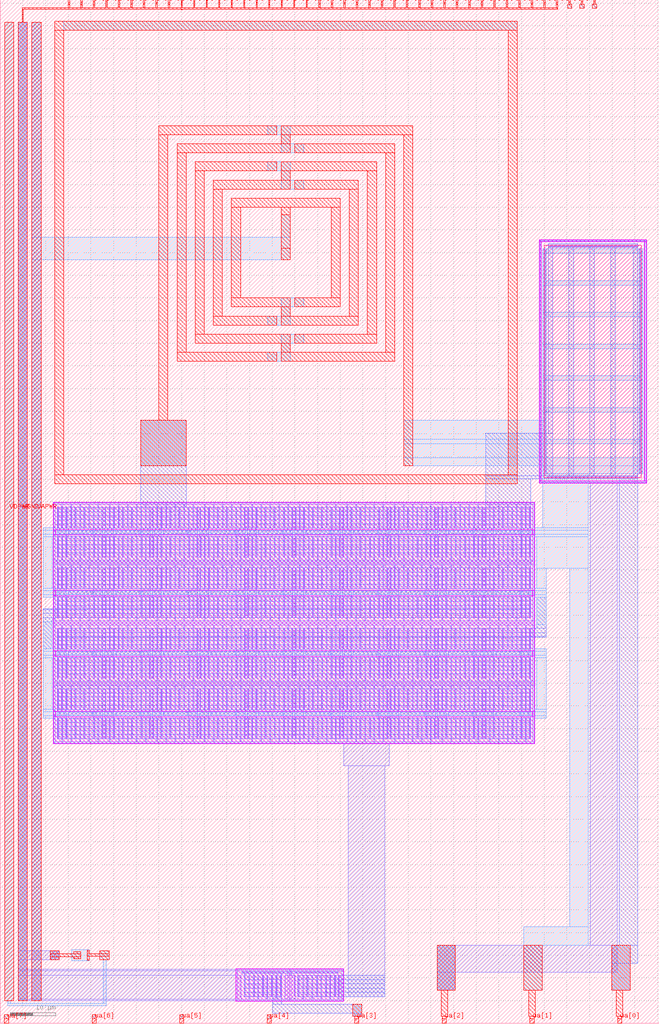
<source format=lef>
VERSION 5.7 ;
  NOWIREEXTENSIONATPIN ON ;
  DIVIDERCHAR "/" ;
  BUSBITCHARS "[]" ;
MACRO tt_um_noritsuna_Vctrl_LC_oscillator
  CLASS BLOCK ;
  FOREIGN tt_um_noritsuna_Vctrl_LC_oscillator ;
  ORIGIN 0.000 0.000 ;
  SIZE 145.360 BY 225.760 ;
  PIN clk
    PORT
      LAYER met4 ;
        RECT 128.190 224.760 128.490 225.760 ;
    END
  END clk
  PIN ena
    PORT
      LAYER met4 ;
        RECT 130.950 224.760 131.250 225.760 ;
    END
  END ena
  PIN rst_n
    PORT
      LAYER met4 ;
        RECT 125.430 224.760 125.730 225.760 ;
    END
  END rst_n
  PIN ua[0]
    ANTENNAGATEAREA 2000.000000 ;
    ANTENNADIFFAREA 1094.500000 ;
    PORT
      LAYER met4 ;
        RECT 136.170 0.000 137.070 1.000 ;
    END
  END ua[0]
  PIN ua[1]
    ANTENNAGATEAREA 2000.000000 ;
    ANTENNADIFFAREA 1094.500000 ;
    PORT
      LAYER met4 ;
        RECT 116.850 0.000 117.750 1.000 ;
    END
  END ua[1]
  PIN ua[2]
    ANTENNADIFFAREA 35.171600 ;
    PORT
      LAYER met4 ;
        RECT 97.530 0.000 98.430 1.000 ;
    END
  END ua[2]
  PIN ua[3]
    ANTENNAGATEAREA 50.000000 ;
    ANTENNADIFFAREA 12.500000 ;
    PORT
      LAYER met4 ;
        RECT 78.210 0.000 79.110 1.000 ;
    END
  END ua[3]
  PIN ua[4]
    PORT
      LAYER met4 ;
        RECT 58.890 0.000 59.790 1.000 ;
    END
  END ua[4]
  PIN ua[5]
    PORT
      LAYER met4 ;
        RECT 39.570 0.000 40.470 1.000 ;
    END
  END ua[5]
  PIN ua[6]
    PORT
      LAYER met4 ;
        RECT 20.250 0.000 21.150 1.000 ;
    END
  END ua[6]
  PIN ua[7]
    PORT
      LAYER met4 ;
        RECT 0.930 0.000 1.830 1.000 ;
    END
  END ua[7]
  PIN ui_in[0]
    ANTENNADIFFAREA 47.455997 ;
    PORT
      LAYER met4 ;
        RECT 122.670 224.760 122.970 225.760 ;
    END
  END ui_in[0]
  PIN ui_in[1]
    ANTENNADIFFAREA 47.455997 ;
    PORT
      LAYER met4 ;
        RECT 119.910 224.760 120.210 225.760 ;
    END
  END ui_in[1]
  PIN ui_in[2]
    ANTENNADIFFAREA 47.455997 ;
    PORT
      LAYER met4 ;
        RECT 117.150 224.760 117.450 225.760 ;
    END
  END ui_in[2]
  PIN ui_in[3]
    ANTENNADIFFAREA 47.455997 ;
    PORT
      LAYER met4 ;
        RECT 114.390 224.760 114.690 225.760 ;
    END
  END ui_in[3]
  PIN ui_in[4]
    ANTENNADIFFAREA 47.455997 ;
    PORT
      LAYER met4 ;
        RECT 111.630 224.760 111.930 225.760 ;
    END
  END ui_in[4]
  PIN ui_in[5]
    ANTENNADIFFAREA 47.455997 ;
    PORT
      LAYER met4 ;
        RECT 108.870 224.760 109.170 225.760 ;
    END
  END ui_in[5]
  PIN ui_in[6]
    ANTENNADIFFAREA 47.455997 ;
    PORT
      LAYER met4 ;
        RECT 106.110 224.760 106.410 225.760 ;
    END
  END ui_in[6]
  PIN ui_in[7]
    ANTENNADIFFAREA 47.455997 ;
    PORT
      LAYER met4 ;
        RECT 103.350 224.760 103.650 225.760 ;
    END
  END ui_in[7]
  PIN uio_in[0]
    ANTENNADIFFAREA 47.455997 ;
    PORT
      LAYER met4 ;
        RECT 100.590 224.760 100.890 225.760 ;
    END
  END uio_in[0]
  PIN uio_in[1]
    ANTENNADIFFAREA 47.455997 ;
    PORT
      LAYER met4 ;
        RECT 97.830 224.760 98.130 225.760 ;
    END
  END uio_in[1]
  PIN uio_in[2]
    ANTENNADIFFAREA 47.455997 ;
    PORT
      LAYER met4 ;
        RECT 95.070 224.760 95.370 225.760 ;
    END
  END uio_in[2]
  PIN uio_in[3]
    ANTENNADIFFAREA 47.455997 ;
    PORT
      LAYER met4 ;
        RECT 92.310 224.760 92.610 225.760 ;
    END
  END uio_in[3]
  PIN uio_in[4]
    ANTENNADIFFAREA 47.455997 ;
    PORT
      LAYER met4 ;
        RECT 89.550 224.760 89.850 225.760 ;
    END
  END uio_in[4]
  PIN uio_in[5]
    ANTENNADIFFAREA 47.455997 ;
    PORT
      LAYER met4 ;
        RECT 86.790 224.760 87.090 225.760 ;
    END
  END uio_in[5]
  PIN uio_in[6]
    ANTENNADIFFAREA 47.455997 ;
    PORT
      LAYER met4 ;
        RECT 84.030 224.760 84.330 225.760 ;
    END
  END uio_in[6]
  PIN uio_in[7]
    ANTENNADIFFAREA 47.455997 ;
    PORT
      LAYER met4 ;
        RECT 81.270 224.760 81.570 225.760 ;
    END
  END uio_in[7]
  PIN uio_oe[0]
    ANTENNADIFFAREA 47.455997 ;
    PORT
      LAYER met4 ;
        RECT 34.350 224.760 34.650 225.760 ;
    END
  END uio_oe[0]
  PIN uio_oe[1]
    ANTENNADIFFAREA 47.455997 ;
    PORT
      LAYER met4 ;
        RECT 31.590 224.760 31.890 225.760 ;
    END
  END uio_oe[1]
  PIN uio_oe[2]
    ANTENNADIFFAREA 47.455997 ;
    PORT
      LAYER met4 ;
        RECT 28.830 224.760 29.130 225.760 ;
    END
  END uio_oe[2]
  PIN uio_oe[3]
    ANTENNADIFFAREA 47.455997 ;
    PORT
      LAYER met4 ;
        RECT 26.070 224.760 26.370 225.760 ;
    END
  END uio_oe[3]
  PIN uio_oe[4]
    ANTENNADIFFAREA 47.455997 ;
    PORT
      LAYER met4 ;
        RECT 23.310 224.760 23.610 225.760 ;
    END
  END uio_oe[4]
  PIN uio_oe[5]
    ANTENNADIFFAREA 47.455997 ;
    PORT
      LAYER met4 ;
        RECT 20.550 224.760 20.850 225.760 ;
    END
  END uio_oe[5]
  PIN uio_oe[6]
    ANTENNADIFFAREA 47.455997 ;
    PORT
      LAYER met4 ;
        RECT 17.790 224.760 18.090 225.760 ;
    END
  END uio_oe[6]
  PIN uio_oe[7]
    ANTENNADIFFAREA 47.455997 ;
    PORT
      LAYER met4 ;
        RECT 15.030 224.760 15.330 225.760 ;
    END
  END uio_oe[7]
  PIN uio_out[0]
    ANTENNADIFFAREA 47.455997 ;
    PORT
      LAYER met4 ;
        RECT 56.430 224.760 56.730 225.760 ;
    END
  END uio_out[0]
  PIN uio_out[1]
    ANTENNADIFFAREA 47.455997 ;
    PORT
      LAYER met4 ;
        RECT 53.670 224.760 53.970 225.760 ;
    END
  END uio_out[1]
  PIN uio_out[2]
    ANTENNADIFFAREA 47.455997 ;
    PORT
      LAYER met4 ;
        RECT 50.910 224.760 51.210 225.760 ;
    END
  END uio_out[2]
  PIN uio_out[3]
    ANTENNADIFFAREA 47.455997 ;
    PORT
      LAYER met4 ;
        RECT 48.150 224.760 48.450 225.760 ;
    END
  END uio_out[3]
  PIN uio_out[4]
    ANTENNADIFFAREA 47.455997 ;
    PORT
      LAYER met4 ;
        RECT 45.390 224.760 45.690 225.760 ;
    END
  END uio_out[4]
  PIN uio_out[5]
    ANTENNADIFFAREA 47.455997 ;
    PORT
      LAYER met4 ;
        RECT 42.630 224.760 42.930 225.760 ;
    END
  END uio_out[5]
  PIN uio_out[6]
    ANTENNADIFFAREA 47.455997 ;
    PORT
      LAYER met4 ;
        RECT 39.870 224.760 40.170 225.760 ;
    END
  END uio_out[6]
  PIN uio_out[7]
    ANTENNADIFFAREA 47.455997 ;
    PORT
      LAYER met4 ;
        RECT 37.110 224.760 37.410 225.760 ;
    END
  END uio_out[7]
  PIN uo_out[0]
    ANTENNADIFFAREA 47.455997 ;
    PORT
      LAYER met4 ;
        RECT 78.510 224.760 78.810 225.760 ;
    END
  END uo_out[0]
  PIN uo_out[1]
    ANTENNADIFFAREA 47.455997 ;
    PORT
      LAYER met4 ;
        RECT 75.750 224.760 76.050 225.760 ;
    END
  END uo_out[1]
  PIN uo_out[2]
    ANTENNADIFFAREA 47.455997 ;
    PORT
      LAYER met4 ;
        RECT 72.990 224.760 73.290 225.760 ;
    END
  END uo_out[2]
  PIN uo_out[3]
    ANTENNADIFFAREA 47.455997 ;
    PORT
      LAYER met4 ;
        RECT 70.230 224.760 70.530 225.760 ;
    END
  END uo_out[3]
  PIN uo_out[4]
    ANTENNADIFFAREA 47.455997 ;
    PORT
      LAYER met4 ;
        RECT 67.470 224.760 67.770 225.760 ;
    END
  END uo_out[4]
  PIN uo_out[5]
    ANTENNADIFFAREA 47.455997 ;
    PORT
      LAYER met4 ;
        RECT 64.710 224.760 65.010 225.760 ;
    END
  END uo_out[5]
  PIN uo_out[6]
    ANTENNADIFFAREA 47.455997 ;
    PORT
      LAYER met4 ;
        RECT 61.950 224.760 62.250 225.760 ;
    END
  END uo_out[6]
  PIN uo_out[7]
    ANTENNADIFFAREA 47.455997 ;
    PORT
      LAYER met4 ;
        RECT 59.190 224.760 59.490 225.760 ;
    END
  END uo_out[7]
  PIN VDPWR
    DIRECTION INOUT ;
    USE POWER ;
    PORT
      LAYER met4 ;
        RECT 1.000 5.000 3.000 220.760 ;
    END
  END VDPWR
  PIN VGND
    DIRECTION INOUT ;
    USE GROUND ;
    PORT
      LAYER met4 ;
        RECT 4.000 5.000 6.000 220.760 ;
    END
  END VGND
  PIN VAPWR
    DIRECTION INOUT ;
    USE POWER ;
    ANTENNAGATEAREA 2000.000000 ;
    ANTENNADIFFAREA 1094.500000 ;
    PORT
      LAYER met4 ;
        RECT 7.000 5.000 9.000 220.760 ;
    END
  END VAPWR
  OBS
      LAYER pwell ;
        RECT 118.850 172.350 142.570 172.840 ;
        RECT 118.850 119.610 119.340 172.350 ;
      LAYER nwell ;
        RECT 119.990 120.370 141.440 171.630 ;
      LAYER pwell ;
        RECT 142.080 119.610 142.570 172.350 ;
        RECT 118.850 119.120 142.570 119.610 ;
        RECT 11.700 108.870 117.880 114.900 ;
        RECT 11.700 107.700 12.260 108.870 ;
        RECT 117.320 107.700 117.880 108.870 ;
        RECT 11.700 95.520 117.880 107.700 ;
        RECT 11.700 94.350 12.260 95.520 ;
        RECT 117.320 94.350 117.880 95.520 ;
        RECT 11.700 82.170 117.880 94.350 ;
        RECT 11.700 81.000 12.260 82.170 ;
        RECT 117.320 81.000 117.880 82.170 ;
        RECT 11.700 68.820 117.880 81.000 ;
        RECT 11.700 67.650 12.260 68.820 ;
        RECT 117.320 67.650 117.880 68.820 ;
        RECT 11.700 61.620 117.880 67.650 ;
        RECT 52.000 4.870 75.750 12.010 ;
      LAYER li1 ;
        RECT 118.980 172.480 142.440 172.710 ;
        RECT 118.980 119.480 119.210 172.480 ;
        RECT 120.830 171.230 140.600 171.400 ;
        RECT 120.260 121.170 120.430 170.820 ;
        RECT 141.000 121.170 141.170 170.820 ;
        RECT 120.830 120.600 140.600 120.770 ;
        RECT 142.210 119.480 142.440 172.480 ;
        RECT 118.980 119.250 142.440 119.480 ;
        RECT 11.830 114.470 117.750 114.770 ;
        RECT 11.830 102.100 12.130 114.470 ;
        RECT 12.640 109.170 12.810 113.820 ;
        RECT 13.540 109.170 13.710 113.820 ;
        RECT 14.540 109.170 14.710 113.820 ;
        RECT 15.540 109.170 15.710 113.820 ;
        RECT 16.540 109.170 16.710 113.820 ;
        RECT 17.540 109.170 17.710 113.820 ;
        RECT 18.540 109.170 18.710 113.820 ;
        RECT 19.540 109.170 19.710 113.820 ;
        RECT 20.540 109.170 20.710 113.820 ;
        RECT 21.540 109.170 21.710 113.820 ;
        RECT 22.440 109.170 22.610 113.820 ;
        RECT 23.120 109.170 23.290 113.820 ;
        RECT 24.020 109.170 24.190 113.820 ;
        RECT 25.020 109.170 25.190 113.820 ;
        RECT 26.020 109.170 26.190 113.820 ;
        RECT 27.020 109.170 27.190 113.820 ;
        RECT 28.020 109.170 28.190 113.820 ;
        RECT 29.020 109.170 29.190 113.820 ;
        RECT 30.020 109.170 30.190 113.820 ;
        RECT 31.020 109.170 31.190 113.820 ;
        RECT 32.020 109.170 32.190 113.820 ;
        RECT 32.920 109.170 33.090 113.820 ;
        RECT 33.600 109.170 33.770 113.820 ;
        RECT 34.500 109.170 34.670 113.820 ;
        RECT 35.500 109.170 35.670 113.820 ;
        RECT 36.500 109.170 36.670 113.820 ;
        RECT 37.500 109.170 37.670 113.820 ;
        RECT 38.500 109.170 38.670 113.820 ;
        RECT 39.500 109.170 39.670 113.820 ;
        RECT 40.500 109.170 40.670 113.820 ;
        RECT 41.500 109.170 41.670 113.820 ;
        RECT 42.500 109.170 42.670 113.820 ;
        RECT 43.400 109.170 43.570 113.820 ;
        RECT 44.080 109.170 44.250 113.820 ;
        RECT 44.980 109.170 45.150 113.820 ;
        RECT 45.980 109.170 46.150 113.820 ;
        RECT 46.980 109.170 47.150 113.820 ;
        RECT 47.980 109.170 48.150 113.820 ;
        RECT 48.980 109.170 49.150 113.820 ;
        RECT 49.980 109.170 50.150 113.820 ;
        RECT 50.980 109.170 51.150 113.820 ;
        RECT 51.980 109.170 52.150 113.820 ;
        RECT 52.980 109.170 53.150 113.820 ;
        RECT 53.880 109.170 54.050 113.820 ;
        RECT 54.560 109.170 54.730 113.820 ;
        RECT 55.460 109.170 55.630 113.820 ;
        RECT 56.460 109.170 56.630 113.820 ;
        RECT 57.460 109.170 57.630 113.820 ;
        RECT 58.460 109.170 58.630 113.820 ;
        RECT 59.460 109.170 59.630 113.820 ;
        RECT 60.460 109.170 60.630 113.820 ;
        RECT 61.460 109.170 61.630 113.820 ;
        RECT 62.460 109.170 62.630 113.820 ;
        RECT 63.460 109.170 63.630 113.820 ;
        RECT 64.360 109.170 64.530 113.820 ;
        RECT 65.040 109.170 65.210 113.820 ;
        RECT 65.940 109.170 66.110 113.820 ;
        RECT 66.940 109.170 67.110 113.820 ;
        RECT 67.940 109.170 68.110 113.820 ;
        RECT 68.940 109.170 69.110 113.820 ;
        RECT 69.940 109.170 70.110 113.820 ;
        RECT 70.940 109.170 71.110 113.820 ;
        RECT 71.940 109.170 72.110 113.820 ;
        RECT 72.940 109.170 73.110 113.820 ;
        RECT 73.940 109.170 74.110 113.820 ;
        RECT 74.840 109.170 75.010 113.820 ;
        RECT 75.520 109.170 75.690 113.820 ;
        RECT 76.420 109.170 76.590 113.820 ;
        RECT 77.420 109.170 77.590 113.820 ;
        RECT 78.420 109.170 78.590 113.820 ;
        RECT 79.420 109.170 79.590 113.820 ;
        RECT 80.420 109.170 80.590 113.820 ;
        RECT 81.420 109.170 81.590 113.820 ;
        RECT 82.420 109.170 82.590 113.820 ;
        RECT 83.420 109.170 83.590 113.820 ;
        RECT 84.420 109.170 84.590 113.820 ;
        RECT 85.320 109.170 85.490 113.820 ;
        RECT 86.000 109.170 86.170 113.820 ;
        RECT 86.900 109.170 87.070 113.820 ;
        RECT 87.900 109.170 88.070 113.820 ;
        RECT 88.900 109.170 89.070 113.820 ;
        RECT 89.900 109.170 90.070 113.820 ;
        RECT 90.900 109.170 91.070 113.820 ;
        RECT 91.900 109.170 92.070 113.820 ;
        RECT 92.900 109.170 93.070 113.820 ;
        RECT 93.900 109.170 94.070 113.820 ;
        RECT 94.900 109.170 95.070 113.820 ;
        RECT 95.800 109.170 95.970 113.820 ;
        RECT 96.480 109.170 96.650 113.820 ;
        RECT 97.380 109.170 97.550 113.820 ;
        RECT 98.380 109.170 98.550 113.820 ;
        RECT 99.380 109.170 99.550 113.820 ;
        RECT 100.380 109.170 100.550 113.820 ;
        RECT 101.380 109.170 101.550 113.820 ;
        RECT 102.380 109.170 102.550 113.820 ;
        RECT 103.380 109.170 103.550 113.820 ;
        RECT 104.380 109.170 104.550 113.820 ;
        RECT 105.380 109.170 105.550 113.820 ;
        RECT 106.280 109.170 106.450 113.820 ;
        RECT 106.960 109.170 107.130 113.820 ;
        RECT 107.860 109.170 108.030 113.820 ;
        RECT 108.860 109.170 109.030 113.820 ;
        RECT 109.860 109.170 110.030 113.820 ;
        RECT 110.860 109.170 111.030 113.820 ;
        RECT 111.860 109.170 112.030 113.820 ;
        RECT 112.860 109.170 113.030 113.820 ;
        RECT 113.860 109.170 114.030 113.820 ;
        RECT 114.860 109.170 115.030 113.820 ;
        RECT 115.860 109.170 116.030 113.820 ;
        RECT 116.760 109.170 116.930 113.820 ;
        RECT 12.960 108.540 13.290 108.710 ;
        RECT 13.960 108.540 14.290 108.710 ;
        RECT 14.960 108.540 15.290 108.710 ;
        RECT 15.960 108.540 16.290 108.710 ;
        RECT 16.960 108.540 17.290 108.710 ;
        RECT 17.960 108.540 18.290 108.710 ;
        RECT 18.960 108.540 19.290 108.710 ;
        RECT 19.960 108.540 20.290 108.710 ;
        RECT 20.960 108.540 21.290 108.710 ;
        RECT 21.960 108.540 22.290 108.710 ;
        RECT 23.440 108.540 23.770 108.710 ;
        RECT 24.440 108.540 24.770 108.710 ;
        RECT 25.440 108.540 25.770 108.710 ;
        RECT 26.440 108.540 26.770 108.710 ;
        RECT 27.440 108.540 27.770 108.710 ;
        RECT 28.440 108.540 28.770 108.710 ;
        RECT 29.440 108.540 29.770 108.710 ;
        RECT 30.440 108.540 30.770 108.710 ;
        RECT 31.440 108.540 31.770 108.710 ;
        RECT 32.440 108.540 32.770 108.710 ;
        RECT 33.920 108.540 34.250 108.710 ;
        RECT 34.920 108.540 35.250 108.710 ;
        RECT 35.920 108.540 36.250 108.710 ;
        RECT 36.920 108.540 37.250 108.710 ;
        RECT 37.920 108.540 38.250 108.710 ;
        RECT 38.920 108.540 39.250 108.710 ;
        RECT 39.920 108.540 40.250 108.710 ;
        RECT 40.920 108.540 41.250 108.710 ;
        RECT 41.920 108.540 42.250 108.710 ;
        RECT 42.920 108.540 43.250 108.710 ;
        RECT 44.400 108.540 44.730 108.710 ;
        RECT 45.400 108.540 45.730 108.710 ;
        RECT 46.400 108.540 46.730 108.710 ;
        RECT 47.400 108.540 47.730 108.710 ;
        RECT 48.400 108.540 48.730 108.710 ;
        RECT 49.400 108.540 49.730 108.710 ;
        RECT 50.400 108.540 50.730 108.710 ;
        RECT 51.400 108.540 51.730 108.710 ;
        RECT 52.400 108.540 52.730 108.710 ;
        RECT 53.400 108.540 53.730 108.710 ;
        RECT 54.880 108.540 55.210 108.710 ;
        RECT 55.880 108.540 56.210 108.710 ;
        RECT 56.880 108.540 57.210 108.710 ;
        RECT 57.880 108.540 58.210 108.710 ;
        RECT 58.880 108.540 59.210 108.710 ;
        RECT 59.880 108.540 60.210 108.710 ;
        RECT 60.880 108.540 61.210 108.710 ;
        RECT 61.880 108.540 62.210 108.710 ;
        RECT 62.880 108.540 63.210 108.710 ;
        RECT 63.880 108.540 64.210 108.710 ;
        RECT 65.360 108.540 65.690 108.710 ;
        RECT 66.360 108.540 66.690 108.710 ;
        RECT 67.360 108.540 67.690 108.710 ;
        RECT 68.360 108.540 68.690 108.710 ;
        RECT 69.360 108.540 69.690 108.710 ;
        RECT 70.360 108.540 70.690 108.710 ;
        RECT 71.360 108.540 71.690 108.710 ;
        RECT 72.360 108.540 72.690 108.710 ;
        RECT 73.360 108.540 73.690 108.710 ;
        RECT 74.360 108.540 74.690 108.710 ;
        RECT 75.840 108.540 76.170 108.710 ;
        RECT 76.840 108.540 77.170 108.710 ;
        RECT 77.840 108.540 78.170 108.710 ;
        RECT 78.840 108.540 79.170 108.710 ;
        RECT 79.840 108.540 80.170 108.710 ;
        RECT 80.840 108.540 81.170 108.710 ;
        RECT 81.840 108.540 82.170 108.710 ;
        RECT 82.840 108.540 83.170 108.710 ;
        RECT 83.840 108.540 84.170 108.710 ;
        RECT 84.840 108.540 85.170 108.710 ;
        RECT 86.320 108.540 86.650 108.710 ;
        RECT 87.320 108.540 87.650 108.710 ;
        RECT 88.320 108.540 88.650 108.710 ;
        RECT 89.320 108.540 89.650 108.710 ;
        RECT 90.320 108.540 90.650 108.710 ;
        RECT 91.320 108.540 91.650 108.710 ;
        RECT 92.320 108.540 92.650 108.710 ;
        RECT 93.320 108.540 93.650 108.710 ;
        RECT 94.320 108.540 94.650 108.710 ;
        RECT 95.320 108.540 95.650 108.710 ;
        RECT 96.800 108.540 97.130 108.710 ;
        RECT 97.800 108.540 98.130 108.710 ;
        RECT 98.800 108.540 99.130 108.710 ;
        RECT 99.800 108.540 100.130 108.710 ;
        RECT 100.800 108.540 101.130 108.710 ;
        RECT 101.800 108.540 102.130 108.710 ;
        RECT 102.800 108.540 103.130 108.710 ;
        RECT 103.800 108.540 104.130 108.710 ;
        RECT 104.800 108.540 105.130 108.710 ;
        RECT 105.800 108.540 106.130 108.710 ;
        RECT 107.280 108.540 107.610 108.710 ;
        RECT 108.280 108.540 108.610 108.710 ;
        RECT 109.280 108.540 109.610 108.710 ;
        RECT 110.280 108.540 110.610 108.710 ;
        RECT 111.280 108.540 111.610 108.710 ;
        RECT 112.280 108.540 112.610 108.710 ;
        RECT 113.280 108.540 113.610 108.710 ;
        RECT 114.280 108.540 114.610 108.710 ;
        RECT 115.280 108.540 115.610 108.710 ;
        RECT 116.280 108.540 116.610 108.710 ;
        RECT 12.970 107.860 13.300 108.030 ;
        RECT 13.970 107.860 14.300 108.030 ;
        RECT 14.970 107.860 15.300 108.030 ;
        RECT 15.970 107.860 16.300 108.030 ;
        RECT 16.970 107.860 17.300 108.030 ;
        RECT 17.970 107.860 18.300 108.030 ;
        RECT 18.970 107.860 19.300 108.030 ;
        RECT 19.970 107.860 20.300 108.030 ;
        RECT 20.970 107.860 21.300 108.030 ;
        RECT 21.970 107.860 22.300 108.030 ;
        RECT 23.450 107.860 23.780 108.030 ;
        RECT 24.450 107.860 24.780 108.030 ;
        RECT 25.450 107.860 25.780 108.030 ;
        RECT 26.450 107.860 26.780 108.030 ;
        RECT 27.450 107.860 27.780 108.030 ;
        RECT 28.450 107.860 28.780 108.030 ;
        RECT 29.450 107.860 29.780 108.030 ;
        RECT 30.450 107.860 30.780 108.030 ;
        RECT 31.450 107.860 31.780 108.030 ;
        RECT 32.450 107.860 32.780 108.030 ;
        RECT 33.930 107.860 34.260 108.030 ;
        RECT 34.930 107.860 35.260 108.030 ;
        RECT 35.930 107.860 36.260 108.030 ;
        RECT 36.930 107.860 37.260 108.030 ;
        RECT 37.930 107.860 38.260 108.030 ;
        RECT 38.930 107.860 39.260 108.030 ;
        RECT 39.930 107.860 40.260 108.030 ;
        RECT 40.930 107.860 41.260 108.030 ;
        RECT 41.930 107.860 42.260 108.030 ;
        RECT 42.930 107.860 43.260 108.030 ;
        RECT 44.410 107.860 44.740 108.030 ;
        RECT 45.410 107.860 45.740 108.030 ;
        RECT 46.410 107.860 46.740 108.030 ;
        RECT 47.410 107.860 47.740 108.030 ;
        RECT 48.410 107.860 48.740 108.030 ;
        RECT 49.410 107.860 49.740 108.030 ;
        RECT 50.410 107.860 50.740 108.030 ;
        RECT 51.410 107.860 51.740 108.030 ;
        RECT 52.410 107.860 52.740 108.030 ;
        RECT 53.410 107.860 53.740 108.030 ;
        RECT 54.890 107.860 55.220 108.030 ;
        RECT 55.890 107.860 56.220 108.030 ;
        RECT 56.890 107.860 57.220 108.030 ;
        RECT 57.890 107.860 58.220 108.030 ;
        RECT 58.890 107.860 59.220 108.030 ;
        RECT 59.890 107.860 60.220 108.030 ;
        RECT 60.890 107.860 61.220 108.030 ;
        RECT 61.890 107.860 62.220 108.030 ;
        RECT 62.890 107.860 63.220 108.030 ;
        RECT 63.890 107.860 64.220 108.030 ;
        RECT 65.370 107.860 65.700 108.030 ;
        RECT 66.370 107.860 66.700 108.030 ;
        RECT 67.370 107.860 67.700 108.030 ;
        RECT 68.370 107.860 68.700 108.030 ;
        RECT 69.370 107.860 69.700 108.030 ;
        RECT 70.370 107.860 70.700 108.030 ;
        RECT 71.370 107.860 71.700 108.030 ;
        RECT 72.370 107.860 72.700 108.030 ;
        RECT 73.370 107.860 73.700 108.030 ;
        RECT 74.370 107.860 74.700 108.030 ;
        RECT 75.850 107.860 76.180 108.030 ;
        RECT 76.850 107.860 77.180 108.030 ;
        RECT 77.850 107.860 78.180 108.030 ;
        RECT 78.850 107.860 79.180 108.030 ;
        RECT 79.850 107.860 80.180 108.030 ;
        RECT 80.850 107.860 81.180 108.030 ;
        RECT 81.850 107.860 82.180 108.030 ;
        RECT 82.850 107.860 83.180 108.030 ;
        RECT 83.850 107.860 84.180 108.030 ;
        RECT 84.850 107.860 85.180 108.030 ;
        RECT 86.330 107.860 86.660 108.030 ;
        RECT 87.330 107.860 87.660 108.030 ;
        RECT 88.330 107.860 88.660 108.030 ;
        RECT 89.330 107.860 89.660 108.030 ;
        RECT 90.330 107.860 90.660 108.030 ;
        RECT 91.330 107.860 91.660 108.030 ;
        RECT 92.330 107.860 92.660 108.030 ;
        RECT 93.330 107.860 93.660 108.030 ;
        RECT 94.330 107.860 94.660 108.030 ;
        RECT 95.330 107.860 95.660 108.030 ;
        RECT 96.810 107.860 97.140 108.030 ;
        RECT 97.810 107.860 98.140 108.030 ;
        RECT 98.810 107.860 99.140 108.030 ;
        RECT 99.810 107.860 100.140 108.030 ;
        RECT 100.810 107.860 101.140 108.030 ;
        RECT 101.810 107.860 102.140 108.030 ;
        RECT 102.810 107.860 103.140 108.030 ;
        RECT 103.810 107.860 104.140 108.030 ;
        RECT 104.810 107.860 105.140 108.030 ;
        RECT 105.810 107.860 106.140 108.030 ;
        RECT 107.290 107.860 107.620 108.030 ;
        RECT 108.290 107.860 108.620 108.030 ;
        RECT 109.290 107.860 109.620 108.030 ;
        RECT 110.290 107.860 110.620 108.030 ;
        RECT 111.290 107.860 111.620 108.030 ;
        RECT 112.290 107.860 112.620 108.030 ;
        RECT 113.290 107.860 113.620 108.030 ;
        RECT 114.290 107.860 114.620 108.030 ;
        RECT 115.290 107.860 115.620 108.030 ;
        RECT 116.290 107.860 116.620 108.030 ;
        RECT 12.650 102.750 12.820 107.400 ;
        RECT 13.550 102.750 13.720 107.400 ;
        RECT 14.550 102.750 14.720 107.400 ;
        RECT 15.550 102.750 15.720 107.400 ;
        RECT 16.550 102.750 16.720 107.400 ;
        RECT 17.550 102.750 17.720 107.400 ;
        RECT 18.550 102.750 18.720 107.400 ;
        RECT 19.550 102.750 19.720 107.400 ;
        RECT 20.550 102.750 20.720 107.400 ;
        RECT 21.550 102.750 21.720 107.400 ;
        RECT 22.450 102.750 22.620 107.400 ;
        RECT 23.130 102.750 23.300 107.400 ;
        RECT 24.030 102.750 24.200 107.400 ;
        RECT 25.030 102.750 25.200 107.400 ;
        RECT 26.030 102.750 26.200 107.400 ;
        RECT 27.030 102.750 27.200 107.400 ;
        RECT 28.030 102.750 28.200 107.400 ;
        RECT 29.030 102.750 29.200 107.400 ;
        RECT 30.030 102.750 30.200 107.400 ;
        RECT 31.030 102.750 31.200 107.400 ;
        RECT 32.030 102.750 32.200 107.400 ;
        RECT 32.930 102.750 33.100 107.400 ;
        RECT 33.610 102.750 33.780 107.400 ;
        RECT 34.510 102.750 34.680 107.400 ;
        RECT 35.510 102.750 35.680 107.400 ;
        RECT 36.510 102.750 36.680 107.400 ;
        RECT 37.510 102.750 37.680 107.400 ;
        RECT 38.510 102.750 38.680 107.400 ;
        RECT 39.510 102.750 39.680 107.400 ;
        RECT 40.510 102.750 40.680 107.400 ;
        RECT 41.510 102.750 41.680 107.400 ;
        RECT 42.510 102.750 42.680 107.400 ;
        RECT 43.410 102.750 43.580 107.400 ;
        RECT 44.090 102.750 44.260 107.400 ;
        RECT 44.990 102.750 45.160 107.400 ;
        RECT 45.990 102.750 46.160 107.400 ;
        RECT 46.990 102.750 47.160 107.400 ;
        RECT 47.990 102.750 48.160 107.400 ;
        RECT 48.990 102.750 49.160 107.400 ;
        RECT 49.990 102.750 50.160 107.400 ;
        RECT 50.990 102.750 51.160 107.400 ;
        RECT 51.990 102.750 52.160 107.400 ;
        RECT 52.990 102.750 53.160 107.400 ;
        RECT 53.890 102.750 54.060 107.400 ;
        RECT 54.570 102.750 54.740 107.400 ;
        RECT 55.470 102.750 55.640 107.400 ;
        RECT 56.470 102.750 56.640 107.400 ;
        RECT 57.470 102.750 57.640 107.400 ;
        RECT 58.470 102.750 58.640 107.400 ;
        RECT 59.470 102.750 59.640 107.400 ;
        RECT 60.470 102.750 60.640 107.400 ;
        RECT 61.470 102.750 61.640 107.400 ;
        RECT 62.470 102.750 62.640 107.400 ;
        RECT 63.470 102.750 63.640 107.400 ;
        RECT 64.370 102.750 64.540 107.400 ;
        RECT 65.050 102.750 65.220 107.400 ;
        RECT 65.950 102.750 66.120 107.400 ;
        RECT 66.950 102.750 67.120 107.400 ;
        RECT 67.950 102.750 68.120 107.400 ;
        RECT 68.950 102.750 69.120 107.400 ;
        RECT 69.950 102.750 70.120 107.400 ;
        RECT 70.950 102.750 71.120 107.400 ;
        RECT 71.950 102.750 72.120 107.400 ;
        RECT 72.950 102.750 73.120 107.400 ;
        RECT 73.950 102.750 74.120 107.400 ;
        RECT 74.850 102.750 75.020 107.400 ;
        RECT 75.530 102.750 75.700 107.400 ;
        RECT 76.430 102.750 76.600 107.400 ;
        RECT 77.430 102.750 77.600 107.400 ;
        RECT 78.430 102.750 78.600 107.400 ;
        RECT 79.430 102.750 79.600 107.400 ;
        RECT 80.430 102.750 80.600 107.400 ;
        RECT 81.430 102.750 81.600 107.400 ;
        RECT 82.430 102.750 82.600 107.400 ;
        RECT 83.430 102.750 83.600 107.400 ;
        RECT 84.430 102.750 84.600 107.400 ;
        RECT 85.330 102.750 85.500 107.400 ;
        RECT 86.010 102.750 86.180 107.400 ;
        RECT 86.910 102.750 87.080 107.400 ;
        RECT 87.910 102.750 88.080 107.400 ;
        RECT 88.910 102.750 89.080 107.400 ;
        RECT 89.910 102.750 90.080 107.400 ;
        RECT 90.910 102.750 91.080 107.400 ;
        RECT 91.910 102.750 92.080 107.400 ;
        RECT 92.910 102.750 93.080 107.400 ;
        RECT 93.910 102.750 94.080 107.400 ;
        RECT 94.910 102.750 95.080 107.400 ;
        RECT 95.810 102.750 95.980 107.400 ;
        RECT 96.490 102.750 96.660 107.400 ;
        RECT 97.390 102.750 97.560 107.400 ;
        RECT 98.390 102.750 98.560 107.400 ;
        RECT 99.390 102.750 99.560 107.400 ;
        RECT 100.390 102.750 100.560 107.400 ;
        RECT 101.390 102.750 101.560 107.400 ;
        RECT 102.390 102.750 102.560 107.400 ;
        RECT 103.390 102.750 103.560 107.400 ;
        RECT 104.390 102.750 104.560 107.400 ;
        RECT 105.390 102.750 105.560 107.400 ;
        RECT 106.290 102.750 106.460 107.400 ;
        RECT 106.970 102.750 107.140 107.400 ;
        RECT 107.870 102.750 108.040 107.400 ;
        RECT 108.870 102.750 109.040 107.400 ;
        RECT 109.870 102.750 110.040 107.400 ;
        RECT 110.870 102.750 111.040 107.400 ;
        RECT 111.870 102.750 112.040 107.400 ;
        RECT 112.870 102.750 113.040 107.400 ;
        RECT 113.870 102.750 114.040 107.400 ;
        RECT 114.870 102.750 115.040 107.400 ;
        RECT 115.870 102.750 116.040 107.400 ;
        RECT 116.770 102.750 116.940 107.400 ;
        RECT 117.450 102.100 117.750 114.470 ;
        RECT 11.830 101.800 117.750 102.100 ;
        RECT 11.830 101.120 117.750 101.420 ;
        RECT 11.830 88.750 12.130 101.120 ;
        RECT 12.640 95.820 12.810 100.470 ;
        RECT 13.540 95.820 13.710 100.470 ;
        RECT 14.540 95.820 14.710 100.470 ;
        RECT 15.540 95.820 15.710 100.470 ;
        RECT 16.540 95.820 16.710 100.470 ;
        RECT 17.540 95.820 17.710 100.470 ;
        RECT 18.540 95.820 18.710 100.470 ;
        RECT 19.540 95.820 19.710 100.470 ;
        RECT 20.540 95.820 20.710 100.470 ;
        RECT 21.540 95.820 21.710 100.470 ;
        RECT 22.440 95.820 22.610 100.470 ;
        RECT 23.120 95.820 23.290 100.470 ;
        RECT 24.020 95.820 24.190 100.470 ;
        RECT 25.020 95.820 25.190 100.470 ;
        RECT 26.020 95.820 26.190 100.470 ;
        RECT 27.020 95.820 27.190 100.470 ;
        RECT 28.020 95.820 28.190 100.470 ;
        RECT 29.020 95.820 29.190 100.470 ;
        RECT 30.020 95.820 30.190 100.470 ;
        RECT 31.020 95.820 31.190 100.470 ;
        RECT 32.020 95.820 32.190 100.470 ;
        RECT 32.920 95.820 33.090 100.470 ;
        RECT 33.600 95.820 33.770 100.470 ;
        RECT 34.500 95.820 34.670 100.470 ;
        RECT 35.500 95.820 35.670 100.470 ;
        RECT 36.500 95.820 36.670 100.470 ;
        RECT 37.500 95.820 37.670 100.470 ;
        RECT 38.500 95.820 38.670 100.470 ;
        RECT 39.500 95.820 39.670 100.470 ;
        RECT 40.500 95.820 40.670 100.470 ;
        RECT 41.500 95.820 41.670 100.470 ;
        RECT 42.500 95.820 42.670 100.470 ;
        RECT 43.400 95.820 43.570 100.470 ;
        RECT 44.080 95.820 44.250 100.470 ;
        RECT 44.980 95.820 45.150 100.470 ;
        RECT 45.980 95.820 46.150 100.470 ;
        RECT 46.980 95.820 47.150 100.470 ;
        RECT 47.980 95.820 48.150 100.470 ;
        RECT 48.980 95.820 49.150 100.470 ;
        RECT 49.980 95.820 50.150 100.470 ;
        RECT 50.980 95.820 51.150 100.470 ;
        RECT 51.980 95.820 52.150 100.470 ;
        RECT 52.980 95.820 53.150 100.470 ;
        RECT 53.880 95.820 54.050 100.470 ;
        RECT 54.560 95.820 54.730 100.470 ;
        RECT 55.460 95.820 55.630 100.470 ;
        RECT 56.460 95.820 56.630 100.470 ;
        RECT 57.460 95.820 57.630 100.470 ;
        RECT 58.460 95.820 58.630 100.470 ;
        RECT 59.460 95.820 59.630 100.470 ;
        RECT 60.460 95.820 60.630 100.470 ;
        RECT 61.460 95.820 61.630 100.470 ;
        RECT 62.460 95.820 62.630 100.470 ;
        RECT 63.460 95.820 63.630 100.470 ;
        RECT 64.360 95.820 64.530 100.470 ;
        RECT 65.040 95.820 65.210 100.470 ;
        RECT 65.940 95.820 66.110 100.470 ;
        RECT 66.940 95.820 67.110 100.470 ;
        RECT 67.940 95.820 68.110 100.470 ;
        RECT 68.940 95.820 69.110 100.470 ;
        RECT 69.940 95.820 70.110 100.470 ;
        RECT 70.940 95.820 71.110 100.470 ;
        RECT 71.940 95.820 72.110 100.470 ;
        RECT 72.940 95.820 73.110 100.470 ;
        RECT 73.940 95.820 74.110 100.470 ;
        RECT 74.840 95.820 75.010 100.470 ;
        RECT 75.520 95.820 75.690 100.470 ;
        RECT 76.420 95.820 76.590 100.470 ;
        RECT 77.420 95.820 77.590 100.470 ;
        RECT 78.420 95.820 78.590 100.470 ;
        RECT 79.420 95.820 79.590 100.470 ;
        RECT 80.420 95.820 80.590 100.470 ;
        RECT 81.420 95.820 81.590 100.470 ;
        RECT 82.420 95.820 82.590 100.470 ;
        RECT 83.420 95.820 83.590 100.470 ;
        RECT 84.420 95.820 84.590 100.470 ;
        RECT 85.320 95.820 85.490 100.470 ;
        RECT 86.000 95.820 86.170 100.470 ;
        RECT 86.900 95.820 87.070 100.470 ;
        RECT 87.900 95.820 88.070 100.470 ;
        RECT 88.900 95.820 89.070 100.470 ;
        RECT 89.900 95.820 90.070 100.470 ;
        RECT 90.900 95.820 91.070 100.470 ;
        RECT 91.900 95.820 92.070 100.470 ;
        RECT 92.900 95.820 93.070 100.470 ;
        RECT 93.900 95.820 94.070 100.470 ;
        RECT 94.900 95.820 95.070 100.470 ;
        RECT 95.800 95.820 95.970 100.470 ;
        RECT 96.480 95.820 96.650 100.470 ;
        RECT 97.380 95.820 97.550 100.470 ;
        RECT 98.380 95.820 98.550 100.470 ;
        RECT 99.380 95.820 99.550 100.470 ;
        RECT 100.380 95.820 100.550 100.470 ;
        RECT 101.380 95.820 101.550 100.470 ;
        RECT 102.380 95.820 102.550 100.470 ;
        RECT 103.380 95.820 103.550 100.470 ;
        RECT 104.380 95.820 104.550 100.470 ;
        RECT 105.380 95.820 105.550 100.470 ;
        RECT 106.280 95.820 106.450 100.470 ;
        RECT 106.960 95.820 107.130 100.470 ;
        RECT 107.860 95.820 108.030 100.470 ;
        RECT 108.860 95.820 109.030 100.470 ;
        RECT 109.860 95.820 110.030 100.470 ;
        RECT 110.860 95.820 111.030 100.470 ;
        RECT 111.860 95.820 112.030 100.470 ;
        RECT 112.860 95.820 113.030 100.470 ;
        RECT 113.860 95.820 114.030 100.470 ;
        RECT 114.860 95.820 115.030 100.470 ;
        RECT 115.860 95.820 116.030 100.470 ;
        RECT 116.760 95.820 116.930 100.470 ;
        RECT 12.960 95.190 13.290 95.360 ;
        RECT 13.960 95.190 14.290 95.360 ;
        RECT 14.960 95.190 15.290 95.360 ;
        RECT 15.960 95.190 16.290 95.360 ;
        RECT 16.960 95.190 17.290 95.360 ;
        RECT 17.960 95.190 18.290 95.360 ;
        RECT 18.960 95.190 19.290 95.360 ;
        RECT 19.960 95.190 20.290 95.360 ;
        RECT 20.960 95.190 21.290 95.360 ;
        RECT 21.960 95.190 22.290 95.360 ;
        RECT 23.440 95.190 23.770 95.360 ;
        RECT 24.440 95.190 24.770 95.360 ;
        RECT 25.440 95.190 25.770 95.360 ;
        RECT 26.440 95.190 26.770 95.360 ;
        RECT 27.440 95.190 27.770 95.360 ;
        RECT 28.440 95.190 28.770 95.360 ;
        RECT 29.440 95.190 29.770 95.360 ;
        RECT 30.440 95.190 30.770 95.360 ;
        RECT 31.440 95.190 31.770 95.360 ;
        RECT 32.440 95.190 32.770 95.360 ;
        RECT 33.920 95.190 34.250 95.360 ;
        RECT 34.920 95.190 35.250 95.360 ;
        RECT 35.920 95.190 36.250 95.360 ;
        RECT 36.920 95.190 37.250 95.360 ;
        RECT 37.920 95.190 38.250 95.360 ;
        RECT 38.920 95.190 39.250 95.360 ;
        RECT 39.920 95.190 40.250 95.360 ;
        RECT 40.920 95.190 41.250 95.360 ;
        RECT 41.920 95.190 42.250 95.360 ;
        RECT 42.920 95.190 43.250 95.360 ;
        RECT 44.400 95.190 44.730 95.360 ;
        RECT 45.400 95.190 45.730 95.360 ;
        RECT 46.400 95.190 46.730 95.360 ;
        RECT 47.400 95.190 47.730 95.360 ;
        RECT 48.400 95.190 48.730 95.360 ;
        RECT 49.400 95.190 49.730 95.360 ;
        RECT 50.400 95.190 50.730 95.360 ;
        RECT 51.400 95.190 51.730 95.360 ;
        RECT 52.400 95.190 52.730 95.360 ;
        RECT 53.400 95.190 53.730 95.360 ;
        RECT 54.880 95.190 55.210 95.360 ;
        RECT 55.880 95.190 56.210 95.360 ;
        RECT 56.880 95.190 57.210 95.360 ;
        RECT 57.880 95.190 58.210 95.360 ;
        RECT 58.880 95.190 59.210 95.360 ;
        RECT 59.880 95.190 60.210 95.360 ;
        RECT 60.880 95.190 61.210 95.360 ;
        RECT 61.880 95.190 62.210 95.360 ;
        RECT 62.880 95.190 63.210 95.360 ;
        RECT 63.880 95.190 64.210 95.360 ;
        RECT 65.360 95.190 65.690 95.360 ;
        RECT 66.360 95.190 66.690 95.360 ;
        RECT 67.360 95.190 67.690 95.360 ;
        RECT 68.360 95.190 68.690 95.360 ;
        RECT 69.360 95.190 69.690 95.360 ;
        RECT 70.360 95.190 70.690 95.360 ;
        RECT 71.360 95.190 71.690 95.360 ;
        RECT 72.360 95.190 72.690 95.360 ;
        RECT 73.360 95.190 73.690 95.360 ;
        RECT 74.360 95.190 74.690 95.360 ;
        RECT 75.840 95.190 76.170 95.360 ;
        RECT 76.840 95.190 77.170 95.360 ;
        RECT 77.840 95.190 78.170 95.360 ;
        RECT 78.840 95.190 79.170 95.360 ;
        RECT 79.840 95.190 80.170 95.360 ;
        RECT 80.840 95.190 81.170 95.360 ;
        RECT 81.840 95.190 82.170 95.360 ;
        RECT 82.840 95.190 83.170 95.360 ;
        RECT 83.840 95.190 84.170 95.360 ;
        RECT 84.840 95.190 85.170 95.360 ;
        RECT 86.320 95.190 86.650 95.360 ;
        RECT 87.320 95.190 87.650 95.360 ;
        RECT 88.320 95.190 88.650 95.360 ;
        RECT 89.320 95.190 89.650 95.360 ;
        RECT 90.320 95.190 90.650 95.360 ;
        RECT 91.320 95.190 91.650 95.360 ;
        RECT 92.320 95.190 92.650 95.360 ;
        RECT 93.320 95.190 93.650 95.360 ;
        RECT 94.320 95.190 94.650 95.360 ;
        RECT 95.320 95.190 95.650 95.360 ;
        RECT 96.800 95.190 97.130 95.360 ;
        RECT 97.800 95.190 98.130 95.360 ;
        RECT 98.800 95.190 99.130 95.360 ;
        RECT 99.800 95.190 100.130 95.360 ;
        RECT 100.800 95.190 101.130 95.360 ;
        RECT 101.800 95.190 102.130 95.360 ;
        RECT 102.800 95.190 103.130 95.360 ;
        RECT 103.800 95.190 104.130 95.360 ;
        RECT 104.800 95.190 105.130 95.360 ;
        RECT 105.800 95.190 106.130 95.360 ;
        RECT 107.280 95.190 107.610 95.360 ;
        RECT 108.280 95.190 108.610 95.360 ;
        RECT 109.280 95.190 109.610 95.360 ;
        RECT 110.280 95.190 110.610 95.360 ;
        RECT 111.280 95.190 111.610 95.360 ;
        RECT 112.280 95.190 112.610 95.360 ;
        RECT 113.280 95.190 113.610 95.360 ;
        RECT 114.280 95.190 114.610 95.360 ;
        RECT 115.280 95.190 115.610 95.360 ;
        RECT 116.280 95.190 116.610 95.360 ;
        RECT 12.970 94.510 13.300 94.680 ;
        RECT 13.970 94.510 14.300 94.680 ;
        RECT 14.970 94.510 15.300 94.680 ;
        RECT 15.970 94.510 16.300 94.680 ;
        RECT 16.970 94.510 17.300 94.680 ;
        RECT 17.970 94.510 18.300 94.680 ;
        RECT 18.970 94.510 19.300 94.680 ;
        RECT 19.970 94.510 20.300 94.680 ;
        RECT 20.970 94.510 21.300 94.680 ;
        RECT 21.970 94.510 22.300 94.680 ;
        RECT 23.450 94.510 23.780 94.680 ;
        RECT 24.450 94.510 24.780 94.680 ;
        RECT 25.450 94.510 25.780 94.680 ;
        RECT 26.450 94.510 26.780 94.680 ;
        RECT 27.450 94.510 27.780 94.680 ;
        RECT 28.450 94.510 28.780 94.680 ;
        RECT 29.450 94.510 29.780 94.680 ;
        RECT 30.450 94.510 30.780 94.680 ;
        RECT 31.450 94.510 31.780 94.680 ;
        RECT 32.450 94.510 32.780 94.680 ;
        RECT 33.930 94.510 34.260 94.680 ;
        RECT 34.930 94.510 35.260 94.680 ;
        RECT 35.930 94.510 36.260 94.680 ;
        RECT 36.930 94.510 37.260 94.680 ;
        RECT 37.930 94.510 38.260 94.680 ;
        RECT 38.930 94.510 39.260 94.680 ;
        RECT 39.930 94.510 40.260 94.680 ;
        RECT 40.930 94.510 41.260 94.680 ;
        RECT 41.930 94.510 42.260 94.680 ;
        RECT 42.930 94.510 43.260 94.680 ;
        RECT 44.410 94.510 44.740 94.680 ;
        RECT 45.410 94.510 45.740 94.680 ;
        RECT 46.410 94.510 46.740 94.680 ;
        RECT 47.410 94.510 47.740 94.680 ;
        RECT 48.410 94.510 48.740 94.680 ;
        RECT 49.410 94.510 49.740 94.680 ;
        RECT 50.410 94.510 50.740 94.680 ;
        RECT 51.410 94.510 51.740 94.680 ;
        RECT 52.410 94.510 52.740 94.680 ;
        RECT 53.410 94.510 53.740 94.680 ;
        RECT 54.890 94.510 55.220 94.680 ;
        RECT 55.890 94.510 56.220 94.680 ;
        RECT 56.890 94.510 57.220 94.680 ;
        RECT 57.890 94.510 58.220 94.680 ;
        RECT 58.890 94.510 59.220 94.680 ;
        RECT 59.890 94.510 60.220 94.680 ;
        RECT 60.890 94.510 61.220 94.680 ;
        RECT 61.890 94.510 62.220 94.680 ;
        RECT 62.890 94.510 63.220 94.680 ;
        RECT 63.890 94.510 64.220 94.680 ;
        RECT 65.370 94.510 65.700 94.680 ;
        RECT 66.370 94.510 66.700 94.680 ;
        RECT 67.370 94.510 67.700 94.680 ;
        RECT 68.370 94.510 68.700 94.680 ;
        RECT 69.370 94.510 69.700 94.680 ;
        RECT 70.370 94.510 70.700 94.680 ;
        RECT 71.370 94.510 71.700 94.680 ;
        RECT 72.370 94.510 72.700 94.680 ;
        RECT 73.370 94.510 73.700 94.680 ;
        RECT 74.370 94.510 74.700 94.680 ;
        RECT 75.850 94.510 76.180 94.680 ;
        RECT 76.850 94.510 77.180 94.680 ;
        RECT 77.850 94.510 78.180 94.680 ;
        RECT 78.850 94.510 79.180 94.680 ;
        RECT 79.850 94.510 80.180 94.680 ;
        RECT 80.850 94.510 81.180 94.680 ;
        RECT 81.850 94.510 82.180 94.680 ;
        RECT 82.850 94.510 83.180 94.680 ;
        RECT 83.850 94.510 84.180 94.680 ;
        RECT 84.850 94.510 85.180 94.680 ;
        RECT 86.330 94.510 86.660 94.680 ;
        RECT 87.330 94.510 87.660 94.680 ;
        RECT 88.330 94.510 88.660 94.680 ;
        RECT 89.330 94.510 89.660 94.680 ;
        RECT 90.330 94.510 90.660 94.680 ;
        RECT 91.330 94.510 91.660 94.680 ;
        RECT 92.330 94.510 92.660 94.680 ;
        RECT 93.330 94.510 93.660 94.680 ;
        RECT 94.330 94.510 94.660 94.680 ;
        RECT 95.330 94.510 95.660 94.680 ;
        RECT 96.810 94.510 97.140 94.680 ;
        RECT 97.810 94.510 98.140 94.680 ;
        RECT 98.810 94.510 99.140 94.680 ;
        RECT 99.810 94.510 100.140 94.680 ;
        RECT 100.810 94.510 101.140 94.680 ;
        RECT 101.810 94.510 102.140 94.680 ;
        RECT 102.810 94.510 103.140 94.680 ;
        RECT 103.810 94.510 104.140 94.680 ;
        RECT 104.810 94.510 105.140 94.680 ;
        RECT 105.810 94.510 106.140 94.680 ;
        RECT 107.290 94.510 107.620 94.680 ;
        RECT 108.290 94.510 108.620 94.680 ;
        RECT 109.290 94.510 109.620 94.680 ;
        RECT 110.290 94.510 110.620 94.680 ;
        RECT 111.290 94.510 111.620 94.680 ;
        RECT 112.290 94.510 112.620 94.680 ;
        RECT 113.290 94.510 113.620 94.680 ;
        RECT 114.290 94.510 114.620 94.680 ;
        RECT 115.290 94.510 115.620 94.680 ;
        RECT 116.290 94.510 116.620 94.680 ;
        RECT 12.650 89.400 12.820 94.050 ;
        RECT 13.550 89.400 13.720 94.050 ;
        RECT 14.550 89.400 14.720 94.050 ;
        RECT 15.550 89.400 15.720 94.050 ;
        RECT 16.550 89.400 16.720 94.050 ;
        RECT 17.550 89.400 17.720 94.050 ;
        RECT 18.550 89.400 18.720 94.050 ;
        RECT 19.550 89.400 19.720 94.050 ;
        RECT 20.550 89.400 20.720 94.050 ;
        RECT 21.550 89.400 21.720 94.050 ;
        RECT 22.450 89.400 22.620 94.050 ;
        RECT 23.130 89.400 23.300 94.050 ;
        RECT 24.030 89.400 24.200 94.050 ;
        RECT 25.030 89.400 25.200 94.050 ;
        RECT 26.030 89.400 26.200 94.050 ;
        RECT 27.030 89.400 27.200 94.050 ;
        RECT 28.030 89.400 28.200 94.050 ;
        RECT 29.030 89.400 29.200 94.050 ;
        RECT 30.030 89.400 30.200 94.050 ;
        RECT 31.030 89.400 31.200 94.050 ;
        RECT 32.030 89.400 32.200 94.050 ;
        RECT 32.930 89.400 33.100 94.050 ;
        RECT 33.610 89.400 33.780 94.050 ;
        RECT 34.510 89.400 34.680 94.050 ;
        RECT 35.510 89.400 35.680 94.050 ;
        RECT 36.510 89.400 36.680 94.050 ;
        RECT 37.510 89.400 37.680 94.050 ;
        RECT 38.510 89.400 38.680 94.050 ;
        RECT 39.510 89.400 39.680 94.050 ;
        RECT 40.510 89.400 40.680 94.050 ;
        RECT 41.510 89.400 41.680 94.050 ;
        RECT 42.510 89.400 42.680 94.050 ;
        RECT 43.410 89.400 43.580 94.050 ;
        RECT 44.090 89.400 44.260 94.050 ;
        RECT 44.990 89.400 45.160 94.050 ;
        RECT 45.990 89.400 46.160 94.050 ;
        RECT 46.990 89.400 47.160 94.050 ;
        RECT 47.990 89.400 48.160 94.050 ;
        RECT 48.990 89.400 49.160 94.050 ;
        RECT 49.990 89.400 50.160 94.050 ;
        RECT 50.990 89.400 51.160 94.050 ;
        RECT 51.990 89.400 52.160 94.050 ;
        RECT 52.990 89.400 53.160 94.050 ;
        RECT 53.890 89.400 54.060 94.050 ;
        RECT 54.570 89.400 54.740 94.050 ;
        RECT 55.470 89.400 55.640 94.050 ;
        RECT 56.470 89.400 56.640 94.050 ;
        RECT 57.470 89.400 57.640 94.050 ;
        RECT 58.470 89.400 58.640 94.050 ;
        RECT 59.470 89.400 59.640 94.050 ;
        RECT 60.470 89.400 60.640 94.050 ;
        RECT 61.470 89.400 61.640 94.050 ;
        RECT 62.470 89.400 62.640 94.050 ;
        RECT 63.470 89.400 63.640 94.050 ;
        RECT 64.370 89.400 64.540 94.050 ;
        RECT 65.050 89.400 65.220 94.050 ;
        RECT 65.950 89.400 66.120 94.050 ;
        RECT 66.950 89.400 67.120 94.050 ;
        RECT 67.950 89.400 68.120 94.050 ;
        RECT 68.950 89.400 69.120 94.050 ;
        RECT 69.950 89.400 70.120 94.050 ;
        RECT 70.950 89.400 71.120 94.050 ;
        RECT 71.950 89.400 72.120 94.050 ;
        RECT 72.950 89.400 73.120 94.050 ;
        RECT 73.950 89.400 74.120 94.050 ;
        RECT 74.850 89.400 75.020 94.050 ;
        RECT 75.530 89.400 75.700 94.050 ;
        RECT 76.430 89.400 76.600 94.050 ;
        RECT 77.430 89.400 77.600 94.050 ;
        RECT 78.430 89.400 78.600 94.050 ;
        RECT 79.430 89.400 79.600 94.050 ;
        RECT 80.430 89.400 80.600 94.050 ;
        RECT 81.430 89.400 81.600 94.050 ;
        RECT 82.430 89.400 82.600 94.050 ;
        RECT 83.430 89.400 83.600 94.050 ;
        RECT 84.430 89.400 84.600 94.050 ;
        RECT 85.330 89.400 85.500 94.050 ;
        RECT 86.010 89.400 86.180 94.050 ;
        RECT 86.910 89.400 87.080 94.050 ;
        RECT 87.910 89.400 88.080 94.050 ;
        RECT 88.910 89.400 89.080 94.050 ;
        RECT 89.910 89.400 90.080 94.050 ;
        RECT 90.910 89.400 91.080 94.050 ;
        RECT 91.910 89.400 92.080 94.050 ;
        RECT 92.910 89.400 93.080 94.050 ;
        RECT 93.910 89.400 94.080 94.050 ;
        RECT 94.910 89.400 95.080 94.050 ;
        RECT 95.810 89.400 95.980 94.050 ;
        RECT 96.490 89.400 96.660 94.050 ;
        RECT 97.390 89.400 97.560 94.050 ;
        RECT 98.390 89.400 98.560 94.050 ;
        RECT 99.390 89.400 99.560 94.050 ;
        RECT 100.390 89.400 100.560 94.050 ;
        RECT 101.390 89.400 101.560 94.050 ;
        RECT 102.390 89.400 102.560 94.050 ;
        RECT 103.390 89.400 103.560 94.050 ;
        RECT 104.390 89.400 104.560 94.050 ;
        RECT 105.390 89.400 105.560 94.050 ;
        RECT 106.290 89.400 106.460 94.050 ;
        RECT 106.970 89.400 107.140 94.050 ;
        RECT 107.870 89.400 108.040 94.050 ;
        RECT 108.870 89.400 109.040 94.050 ;
        RECT 109.870 89.400 110.040 94.050 ;
        RECT 110.870 89.400 111.040 94.050 ;
        RECT 111.870 89.400 112.040 94.050 ;
        RECT 112.870 89.400 113.040 94.050 ;
        RECT 113.870 89.400 114.040 94.050 ;
        RECT 114.870 89.400 115.040 94.050 ;
        RECT 115.870 89.400 116.040 94.050 ;
        RECT 116.770 89.400 116.940 94.050 ;
        RECT 117.450 88.750 117.750 101.120 ;
        RECT 11.830 88.450 117.750 88.750 ;
        RECT 11.830 87.770 117.750 88.070 ;
        RECT 11.830 75.400 12.130 87.770 ;
        RECT 12.640 82.470 12.810 87.120 ;
        RECT 13.540 82.470 13.710 87.120 ;
        RECT 14.540 82.470 14.710 87.120 ;
        RECT 15.540 82.470 15.710 87.120 ;
        RECT 16.540 82.470 16.710 87.120 ;
        RECT 17.540 82.470 17.710 87.120 ;
        RECT 18.540 82.470 18.710 87.120 ;
        RECT 19.540 82.470 19.710 87.120 ;
        RECT 20.540 82.470 20.710 87.120 ;
        RECT 21.540 82.470 21.710 87.120 ;
        RECT 22.440 82.470 22.610 87.120 ;
        RECT 23.120 82.470 23.290 87.120 ;
        RECT 24.020 82.470 24.190 87.120 ;
        RECT 25.020 82.470 25.190 87.120 ;
        RECT 26.020 82.470 26.190 87.120 ;
        RECT 27.020 82.470 27.190 87.120 ;
        RECT 28.020 82.470 28.190 87.120 ;
        RECT 29.020 82.470 29.190 87.120 ;
        RECT 30.020 82.470 30.190 87.120 ;
        RECT 31.020 82.470 31.190 87.120 ;
        RECT 32.020 82.470 32.190 87.120 ;
        RECT 32.920 82.470 33.090 87.120 ;
        RECT 33.600 82.470 33.770 87.120 ;
        RECT 34.500 82.470 34.670 87.120 ;
        RECT 35.500 82.470 35.670 87.120 ;
        RECT 36.500 82.470 36.670 87.120 ;
        RECT 37.500 82.470 37.670 87.120 ;
        RECT 38.500 82.470 38.670 87.120 ;
        RECT 39.500 82.470 39.670 87.120 ;
        RECT 40.500 82.470 40.670 87.120 ;
        RECT 41.500 82.470 41.670 87.120 ;
        RECT 42.500 82.470 42.670 87.120 ;
        RECT 43.400 82.470 43.570 87.120 ;
        RECT 44.080 82.470 44.250 87.120 ;
        RECT 44.980 82.470 45.150 87.120 ;
        RECT 45.980 82.470 46.150 87.120 ;
        RECT 46.980 82.470 47.150 87.120 ;
        RECT 47.980 82.470 48.150 87.120 ;
        RECT 48.980 82.470 49.150 87.120 ;
        RECT 49.980 82.470 50.150 87.120 ;
        RECT 50.980 82.470 51.150 87.120 ;
        RECT 51.980 82.470 52.150 87.120 ;
        RECT 52.980 82.470 53.150 87.120 ;
        RECT 53.880 82.470 54.050 87.120 ;
        RECT 54.560 82.470 54.730 87.120 ;
        RECT 55.460 82.470 55.630 87.120 ;
        RECT 56.460 82.470 56.630 87.120 ;
        RECT 57.460 82.470 57.630 87.120 ;
        RECT 58.460 82.470 58.630 87.120 ;
        RECT 59.460 82.470 59.630 87.120 ;
        RECT 60.460 82.470 60.630 87.120 ;
        RECT 61.460 82.470 61.630 87.120 ;
        RECT 62.460 82.470 62.630 87.120 ;
        RECT 63.460 82.470 63.630 87.120 ;
        RECT 64.360 82.470 64.530 87.120 ;
        RECT 65.040 82.470 65.210 87.120 ;
        RECT 65.940 82.470 66.110 87.120 ;
        RECT 66.940 82.470 67.110 87.120 ;
        RECT 67.940 82.470 68.110 87.120 ;
        RECT 68.940 82.470 69.110 87.120 ;
        RECT 69.940 82.470 70.110 87.120 ;
        RECT 70.940 82.470 71.110 87.120 ;
        RECT 71.940 82.470 72.110 87.120 ;
        RECT 72.940 82.470 73.110 87.120 ;
        RECT 73.940 82.470 74.110 87.120 ;
        RECT 74.840 82.470 75.010 87.120 ;
        RECT 75.520 82.470 75.690 87.120 ;
        RECT 76.420 82.470 76.590 87.120 ;
        RECT 77.420 82.470 77.590 87.120 ;
        RECT 78.420 82.470 78.590 87.120 ;
        RECT 79.420 82.470 79.590 87.120 ;
        RECT 80.420 82.470 80.590 87.120 ;
        RECT 81.420 82.470 81.590 87.120 ;
        RECT 82.420 82.470 82.590 87.120 ;
        RECT 83.420 82.470 83.590 87.120 ;
        RECT 84.420 82.470 84.590 87.120 ;
        RECT 85.320 82.470 85.490 87.120 ;
        RECT 86.000 82.470 86.170 87.120 ;
        RECT 86.900 82.470 87.070 87.120 ;
        RECT 87.900 82.470 88.070 87.120 ;
        RECT 88.900 82.470 89.070 87.120 ;
        RECT 89.900 82.470 90.070 87.120 ;
        RECT 90.900 82.470 91.070 87.120 ;
        RECT 91.900 82.470 92.070 87.120 ;
        RECT 92.900 82.470 93.070 87.120 ;
        RECT 93.900 82.470 94.070 87.120 ;
        RECT 94.900 82.470 95.070 87.120 ;
        RECT 95.800 82.470 95.970 87.120 ;
        RECT 96.480 82.470 96.650 87.120 ;
        RECT 97.380 82.470 97.550 87.120 ;
        RECT 98.380 82.470 98.550 87.120 ;
        RECT 99.380 82.470 99.550 87.120 ;
        RECT 100.380 82.470 100.550 87.120 ;
        RECT 101.380 82.470 101.550 87.120 ;
        RECT 102.380 82.470 102.550 87.120 ;
        RECT 103.380 82.470 103.550 87.120 ;
        RECT 104.380 82.470 104.550 87.120 ;
        RECT 105.380 82.470 105.550 87.120 ;
        RECT 106.280 82.470 106.450 87.120 ;
        RECT 106.960 82.470 107.130 87.120 ;
        RECT 107.860 82.470 108.030 87.120 ;
        RECT 108.860 82.470 109.030 87.120 ;
        RECT 109.860 82.470 110.030 87.120 ;
        RECT 110.860 82.470 111.030 87.120 ;
        RECT 111.860 82.470 112.030 87.120 ;
        RECT 112.860 82.470 113.030 87.120 ;
        RECT 113.860 82.470 114.030 87.120 ;
        RECT 114.860 82.470 115.030 87.120 ;
        RECT 115.860 82.470 116.030 87.120 ;
        RECT 116.760 82.470 116.930 87.120 ;
        RECT 12.960 81.840 13.290 82.010 ;
        RECT 13.960 81.840 14.290 82.010 ;
        RECT 14.960 81.840 15.290 82.010 ;
        RECT 15.960 81.840 16.290 82.010 ;
        RECT 16.960 81.840 17.290 82.010 ;
        RECT 17.960 81.840 18.290 82.010 ;
        RECT 18.960 81.840 19.290 82.010 ;
        RECT 19.960 81.840 20.290 82.010 ;
        RECT 20.960 81.840 21.290 82.010 ;
        RECT 21.960 81.840 22.290 82.010 ;
        RECT 23.440 81.840 23.770 82.010 ;
        RECT 24.440 81.840 24.770 82.010 ;
        RECT 25.440 81.840 25.770 82.010 ;
        RECT 26.440 81.840 26.770 82.010 ;
        RECT 27.440 81.840 27.770 82.010 ;
        RECT 28.440 81.840 28.770 82.010 ;
        RECT 29.440 81.840 29.770 82.010 ;
        RECT 30.440 81.840 30.770 82.010 ;
        RECT 31.440 81.840 31.770 82.010 ;
        RECT 32.440 81.840 32.770 82.010 ;
        RECT 33.920 81.840 34.250 82.010 ;
        RECT 34.920 81.840 35.250 82.010 ;
        RECT 35.920 81.840 36.250 82.010 ;
        RECT 36.920 81.840 37.250 82.010 ;
        RECT 37.920 81.840 38.250 82.010 ;
        RECT 38.920 81.840 39.250 82.010 ;
        RECT 39.920 81.840 40.250 82.010 ;
        RECT 40.920 81.840 41.250 82.010 ;
        RECT 41.920 81.840 42.250 82.010 ;
        RECT 42.920 81.840 43.250 82.010 ;
        RECT 44.400 81.840 44.730 82.010 ;
        RECT 45.400 81.840 45.730 82.010 ;
        RECT 46.400 81.840 46.730 82.010 ;
        RECT 47.400 81.840 47.730 82.010 ;
        RECT 48.400 81.840 48.730 82.010 ;
        RECT 49.400 81.840 49.730 82.010 ;
        RECT 50.400 81.840 50.730 82.010 ;
        RECT 51.400 81.840 51.730 82.010 ;
        RECT 52.400 81.840 52.730 82.010 ;
        RECT 53.400 81.840 53.730 82.010 ;
        RECT 54.880 81.840 55.210 82.010 ;
        RECT 55.880 81.840 56.210 82.010 ;
        RECT 56.880 81.840 57.210 82.010 ;
        RECT 57.880 81.840 58.210 82.010 ;
        RECT 58.880 81.840 59.210 82.010 ;
        RECT 59.880 81.840 60.210 82.010 ;
        RECT 60.880 81.840 61.210 82.010 ;
        RECT 61.880 81.840 62.210 82.010 ;
        RECT 62.880 81.840 63.210 82.010 ;
        RECT 63.880 81.840 64.210 82.010 ;
        RECT 65.360 81.840 65.690 82.010 ;
        RECT 66.360 81.840 66.690 82.010 ;
        RECT 67.360 81.840 67.690 82.010 ;
        RECT 68.360 81.840 68.690 82.010 ;
        RECT 69.360 81.840 69.690 82.010 ;
        RECT 70.360 81.840 70.690 82.010 ;
        RECT 71.360 81.840 71.690 82.010 ;
        RECT 72.360 81.840 72.690 82.010 ;
        RECT 73.360 81.840 73.690 82.010 ;
        RECT 74.360 81.840 74.690 82.010 ;
        RECT 75.840 81.840 76.170 82.010 ;
        RECT 76.840 81.840 77.170 82.010 ;
        RECT 77.840 81.840 78.170 82.010 ;
        RECT 78.840 81.840 79.170 82.010 ;
        RECT 79.840 81.840 80.170 82.010 ;
        RECT 80.840 81.840 81.170 82.010 ;
        RECT 81.840 81.840 82.170 82.010 ;
        RECT 82.840 81.840 83.170 82.010 ;
        RECT 83.840 81.840 84.170 82.010 ;
        RECT 84.840 81.840 85.170 82.010 ;
        RECT 86.320 81.840 86.650 82.010 ;
        RECT 87.320 81.840 87.650 82.010 ;
        RECT 88.320 81.840 88.650 82.010 ;
        RECT 89.320 81.840 89.650 82.010 ;
        RECT 90.320 81.840 90.650 82.010 ;
        RECT 91.320 81.840 91.650 82.010 ;
        RECT 92.320 81.840 92.650 82.010 ;
        RECT 93.320 81.840 93.650 82.010 ;
        RECT 94.320 81.840 94.650 82.010 ;
        RECT 95.320 81.840 95.650 82.010 ;
        RECT 96.800 81.840 97.130 82.010 ;
        RECT 97.800 81.840 98.130 82.010 ;
        RECT 98.800 81.840 99.130 82.010 ;
        RECT 99.800 81.840 100.130 82.010 ;
        RECT 100.800 81.840 101.130 82.010 ;
        RECT 101.800 81.840 102.130 82.010 ;
        RECT 102.800 81.840 103.130 82.010 ;
        RECT 103.800 81.840 104.130 82.010 ;
        RECT 104.800 81.840 105.130 82.010 ;
        RECT 105.800 81.840 106.130 82.010 ;
        RECT 107.280 81.840 107.610 82.010 ;
        RECT 108.280 81.840 108.610 82.010 ;
        RECT 109.280 81.840 109.610 82.010 ;
        RECT 110.280 81.840 110.610 82.010 ;
        RECT 111.280 81.840 111.610 82.010 ;
        RECT 112.280 81.840 112.610 82.010 ;
        RECT 113.280 81.840 113.610 82.010 ;
        RECT 114.280 81.840 114.610 82.010 ;
        RECT 115.280 81.840 115.610 82.010 ;
        RECT 116.280 81.840 116.610 82.010 ;
        RECT 12.970 81.160 13.300 81.330 ;
        RECT 13.970 81.160 14.300 81.330 ;
        RECT 14.970 81.160 15.300 81.330 ;
        RECT 15.970 81.160 16.300 81.330 ;
        RECT 16.970 81.160 17.300 81.330 ;
        RECT 17.970 81.160 18.300 81.330 ;
        RECT 18.970 81.160 19.300 81.330 ;
        RECT 19.970 81.160 20.300 81.330 ;
        RECT 20.970 81.160 21.300 81.330 ;
        RECT 21.970 81.160 22.300 81.330 ;
        RECT 23.450 81.160 23.780 81.330 ;
        RECT 24.450 81.160 24.780 81.330 ;
        RECT 25.450 81.160 25.780 81.330 ;
        RECT 26.450 81.160 26.780 81.330 ;
        RECT 27.450 81.160 27.780 81.330 ;
        RECT 28.450 81.160 28.780 81.330 ;
        RECT 29.450 81.160 29.780 81.330 ;
        RECT 30.450 81.160 30.780 81.330 ;
        RECT 31.450 81.160 31.780 81.330 ;
        RECT 32.450 81.160 32.780 81.330 ;
        RECT 33.930 81.160 34.260 81.330 ;
        RECT 34.930 81.160 35.260 81.330 ;
        RECT 35.930 81.160 36.260 81.330 ;
        RECT 36.930 81.160 37.260 81.330 ;
        RECT 37.930 81.160 38.260 81.330 ;
        RECT 38.930 81.160 39.260 81.330 ;
        RECT 39.930 81.160 40.260 81.330 ;
        RECT 40.930 81.160 41.260 81.330 ;
        RECT 41.930 81.160 42.260 81.330 ;
        RECT 42.930 81.160 43.260 81.330 ;
        RECT 44.410 81.160 44.740 81.330 ;
        RECT 45.410 81.160 45.740 81.330 ;
        RECT 46.410 81.160 46.740 81.330 ;
        RECT 47.410 81.160 47.740 81.330 ;
        RECT 48.410 81.160 48.740 81.330 ;
        RECT 49.410 81.160 49.740 81.330 ;
        RECT 50.410 81.160 50.740 81.330 ;
        RECT 51.410 81.160 51.740 81.330 ;
        RECT 52.410 81.160 52.740 81.330 ;
        RECT 53.410 81.160 53.740 81.330 ;
        RECT 54.890 81.160 55.220 81.330 ;
        RECT 55.890 81.160 56.220 81.330 ;
        RECT 56.890 81.160 57.220 81.330 ;
        RECT 57.890 81.160 58.220 81.330 ;
        RECT 58.890 81.160 59.220 81.330 ;
        RECT 59.890 81.160 60.220 81.330 ;
        RECT 60.890 81.160 61.220 81.330 ;
        RECT 61.890 81.160 62.220 81.330 ;
        RECT 62.890 81.160 63.220 81.330 ;
        RECT 63.890 81.160 64.220 81.330 ;
        RECT 65.370 81.160 65.700 81.330 ;
        RECT 66.370 81.160 66.700 81.330 ;
        RECT 67.370 81.160 67.700 81.330 ;
        RECT 68.370 81.160 68.700 81.330 ;
        RECT 69.370 81.160 69.700 81.330 ;
        RECT 70.370 81.160 70.700 81.330 ;
        RECT 71.370 81.160 71.700 81.330 ;
        RECT 72.370 81.160 72.700 81.330 ;
        RECT 73.370 81.160 73.700 81.330 ;
        RECT 74.370 81.160 74.700 81.330 ;
        RECT 75.850 81.160 76.180 81.330 ;
        RECT 76.850 81.160 77.180 81.330 ;
        RECT 77.850 81.160 78.180 81.330 ;
        RECT 78.850 81.160 79.180 81.330 ;
        RECT 79.850 81.160 80.180 81.330 ;
        RECT 80.850 81.160 81.180 81.330 ;
        RECT 81.850 81.160 82.180 81.330 ;
        RECT 82.850 81.160 83.180 81.330 ;
        RECT 83.850 81.160 84.180 81.330 ;
        RECT 84.850 81.160 85.180 81.330 ;
        RECT 86.330 81.160 86.660 81.330 ;
        RECT 87.330 81.160 87.660 81.330 ;
        RECT 88.330 81.160 88.660 81.330 ;
        RECT 89.330 81.160 89.660 81.330 ;
        RECT 90.330 81.160 90.660 81.330 ;
        RECT 91.330 81.160 91.660 81.330 ;
        RECT 92.330 81.160 92.660 81.330 ;
        RECT 93.330 81.160 93.660 81.330 ;
        RECT 94.330 81.160 94.660 81.330 ;
        RECT 95.330 81.160 95.660 81.330 ;
        RECT 96.810 81.160 97.140 81.330 ;
        RECT 97.810 81.160 98.140 81.330 ;
        RECT 98.810 81.160 99.140 81.330 ;
        RECT 99.810 81.160 100.140 81.330 ;
        RECT 100.810 81.160 101.140 81.330 ;
        RECT 101.810 81.160 102.140 81.330 ;
        RECT 102.810 81.160 103.140 81.330 ;
        RECT 103.810 81.160 104.140 81.330 ;
        RECT 104.810 81.160 105.140 81.330 ;
        RECT 105.810 81.160 106.140 81.330 ;
        RECT 107.290 81.160 107.620 81.330 ;
        RECT 108.290 81.160 108.620 81.330 ;
        RECT 109.290 81.160 109.620 81.330 ;
        RECT 110.290 81.160 110.620 81.330 ;
        RECT 111.290 81.160 111.620 81.330 ;
        RECT 112.290 81.160 112.620 81.330 ;
        RECT 113.290 81.160 113.620 81.330 ;
        RECT 114.290 81.160 114.620 81.330 ;
        RECT 115.290 81.160 115.620 81.330 ;
        RECT 116.290 81.160 116.620 81.330 ;
        RECT 12.650 76.050 12.820 80.700 ;
        RECT 13.550 76.050 13.720 80.700 ;
        RECT 14.550 76.050 14.720 80.700 ;
        RECT 15.550 76.050 15.720 80.700 ;
        RECT 16.550 76.050 16.720 80.700 ;
        RECT 17.550 76.050 17.720 80.700 ;
        RECT 18.550 76.050 18.720 80.700 ;
        RECT 19.550 76.050 19.720 80.700 ;
        RECT 20.550 76.050 20.720 80.700 ;
        RECT 21.550 76.050 21.720 80.700 ;
        RECT 22.450 76.050 22.620 80.700 ;
        RECT 23.130 76.050 23.300 80.700 ;
        RECT 24.030 76.050 24.200 80.700 ;
        RECT 25.030 76.050 25.200 80.700 ;
        RECT 26.030 76.050 26.200 80.700 ;
        RECT 27.030 76.050 27.200 80.700 ;
        RECT 28.030 76.050 28.200 80.700 ;
        RECT 29.030 76.050 29.200 80.700 ;
        RECT 30.030 76.050 30.200 80.700 ;
        RECT 31.030 76.050 31.200 80.700 ;
        RECT 32.030 76.050 32.200 80.700 ;
        RECT 32.930 76.050 33.100 80.700 ;
        RECT 33.610 76.050 33.780 80.700 ;
        RECT 34.510 76.050 34.680 80.700 ;
        RECT 35.510 76.050 35.680 80.700 ;
        RECT 36.510 76.050 36.680 80.700 ;
        RECT 37.510 76.050 37.680 80.700 ;
        RECT 38.510 76.050 38.680 80.700 ;
        RECT 39.510 76.050 39.680 80.700 ;
        RECT 40.510 76.050 40.680 80.700 ;
        RECT 41.510 76.050 41.680 80.700 ;
        RECT 42.510 76.050 42.680 80.700 ;
        RECT 43.410 76.050 43.580 80.700 ;
        RECT 44.090 76.050 44.260 80.700 ;
        RECT 44.990 76.050 45.160 80.700 ;
        RECT 45.990 76.050 46.160 80.700 ;
        RECT 46.990 76.050 47.160 80.700 ;
        RECT 47.990 76.050 48.160 80.700 ;
        RECT 48.990 76.050 49.160 80.700 ;
        RECT 49.990 76.050 50.160 80.700 ;
        RECT 50.990 76.050 51.160 80.700 ;
        RECT 51.990 76.050 52.160 80.700 ;
        RECT 52.990 76.050 53.160 80.700 ;
        RECT 53.890 76.050 54.060 80.700 ;
        RECT 54.570 76.050 54.740 80.700 ;
        RECT 55.470 76.050 55.640 80.700 ;
        RECT 56.470 76.050 56.640 80.700 ;
        RECT 57.470 76.050 57.640 80.700 ;
        RECT 58.470 76.050 58.640 80.700 ;
        RECT 59.470 76.050 59.640 80.700 ;
        RECT 60.470 76.050 60.640 80.700 ;
        RECT 61.470 76.050 61.640 80.700 ;
        RECT 62.470 76.050 62.640 80.700 ;
        RECT 63.470 76.050 63.640 80.700 ;
        RECT 64.370 76.050 64.540 80.700 ;
        RECT 65.050 76.050 65.220 80.700 ;
        RECT 65.950 76.050 66.120 80.700 ;
        RECT 66.950 76.050 67.120 80.700 ;
        RECT 67.950 76.050 68.120 80.700 ;
        RECT 68.950 76.050 69.120 80.700 ;
        RECT 69.950 76.050 70.120 80.700 ;
        RECT 70.950 76.050 71.120 80.700 ;
        RECT 71.950 76.050 72.120 80.700 ;
        RECT 72.950 76.050 73.120 80.700 ;
        RECT 73.950 76.050 74.120 80.700 ;
        RECT 74.850 76.050 75.020 80.700 ;
        RECT 75.530 76.050 75.700 80.700 ;
        RECT 76.430 76.050 76.600 80.700 ;
        RECT 77.430 76.050 77.600 80.700 ;
        RECT 78.430 76.050 78.600 80.700 ;
        RECT 79.430 76.050 79.600 80.700 ;
        RECT 80.430 76.050 80.600 80.700 ;
        RECT 81.430 76.050 81.600 80.700 ;
        RECT 82.430 76.050 82.600 80.700 ;
        RECT 83.430 76.050 83.600 80.700 ;
        RECT 84.430 76.050 84.600 80.700 ;
        RECT 85.330 76.050 85.500 80.700 ;
        RECT 86.010 76.050 86.180 80.700 ;
        RECT 86.910 76.050 87.080 80.700 ;
        RECT 87.910 76.050 88.080 80.700 ;
        RECT 88.910 76.050 89.080 80.700 ;
        RECT 89.910 76.050 90.080 80.700 ;
        RECT 90.910 76.050 91.080 80.700 ;
        RECT 91.910 76.050 92.080 80.700 ;
        RECT 92.910 76.050 93.080 80.700 ;
        RECT 93.910 76.050 94.080 80.700 ;
        RECT 94.910 76.050 95.080 80.700 ;
        RECT 95.810 76.050 95.980 80.700 ;
        RECT 96.490 76.050 96.660 80.700 ;
        RECT 97.390 76.050 97.560 80.700 ;
        RECT 98.390 76.050 98.560 80.700 ;
        RECT 99.390 76.050 99.560 80.700 ;
        RECT 100.390 76.050 100.560 80.700 ;
        RECT 101.390 76.050 101.560 80.700 ;
        RECT 102.390 76.050 102.560 80.700 ;
        RECT 103.390 76.050 103.560 80.700 ;
        RECT 104.390 76.050 104.560 80.700 ;
        RECT 105.390 76.050 105.560 80.700 ;
        RECT 106.290 76.050 106.460 80.700 ;
        RECT 106.970 76.050 107.140 80.700 ;
        RECT 107.870 76.050 108.040 80.700 ;
        RECT 108.870 76.050 109.040 80.700 ;
        RECT 109.870 76.050 110.040 80.700 ;
        RECT 110.870 76.050 111.040 80.700 ;
        RECT 111.870 76.050 112.040 80.700 ;
        RECT 112.870 76.050 113.040 80.700 ;
        RECT 113.870 76.050 114.040 80.700 ;
        RECT 114.870 76.050 115.040 80.700 ;
        RECT 115.870 76.050 116.040 80.700 ;
        RECT 116.770 76.050 116.940 80.700 ;
        RECT 117.450 75.400 117.750 87.770 ;
        RECT 11.830 75.100 117.750 75.400 ;
        RECT 11.830 74.420 117.750 74.720 ;
        RECT 11.830 62.050 12.130 74.420 ;
        RECT 12.640 69.120 12.810 73.770 ;
        RECT 13.540 69.120 13.710 73.770 ;
        RECT 14.540 69.120 14.710 73.770 ;
        RECT 15.540 69.120 15.710 73.770 ;
        RECT 16.540 69.120 16.710 73.770 ;
        RECT 17.540 69.120 17.710 73.770 ;
        RECT 18.540 69.120 18.710 73.770 ;
        RECT 19.540 69.120 19.710 73.770 ;
        RECT 20.540 69.120 20.710 73.770 ;
        RECT 21.540 69.120 21.710 73.770 ;
        RECT 22.440 69.120 22.610 73.770 ;
        RECT 23.120 69.120 23.290 73.770 ;
        RECT 24.020 69.120 24.190 73.770 ;
        RECT 25.020 69.120 25.190 73.770 ;
        RECT 26.020 69.120 26.190 73.770 ;
        RECT 27.020 69.120 27.190 73.770 ;
        RECT 28.020 69.120 28.190 73.770 ;
        RECT 29.020 69.120 29.190 73.770 ;
        RECT 30.020 69.120 30.190 73.770 ;
        RECT 31.020 69.120 31.190 73.770 ;
        RECT 32.020 69.120 32.190 73.770 ;
        RECT 32.920 69.120 33.090 73.770 ;
        RECT 33.600 69.120 33.770 73.770 ;
        RECT 34.500 69.120 34.670 73.770 ;
        RECT 35.500 69.120 35.670 73.770 ;
        RECT 36.500 69.120 36.670 73.770 ;
        RECT 37.500 69.120 37.670 73.770 ;
        RECT 38.500 69.120 38.670 73.770 ;
        RECT 39.500 69.120 39.670 73.770 ;
        RECT 40.500 69.120 40.670 73.770 ;
        RECT 41.500 69.120 41.670 73.770 ;
        RECT 42.500 69.120 42.670 73.770 ;
        RECT 43.400 69.120 43.570 73.770 ;
        RECT 44.080 69.120 44.250 73.770 ;
        RECT 44.980 69.120 45.150 73.770 ;
        RECT 45.980 69.120 46.150 73.770 ;
        RECT 46.980 69.120 47.150 73.770 ;
        RECT 47.980 69.120 48.150 73.770 ;
        RECT 48.980 69.120 49.150 73.770 ;
        RECT 49.980 69.120 50.150 73.770 ;
        RECT 50.980 69.120 51.150 73.770 ;
        RECT 51.980 69.120 52.150 73.770 ;
        RECT 52.980 69.120 53.150 73.770 ;
        RECT 53.880 69.120 54.050 73.770 ;
        RECT 54.560 69.120 54.730 73.770 ;
        RECT 55.460 69.120 55.630 73.770 ;
        RECT 56.460 69.120 56.630 73.770 ;
        RECT 57.460 69.120 57.630 73.770 ;
        RECT 58.460 69.120 58.630 73.770 ;
        RECT 59.460 69.120 59.630 73.770 ;
        RECT 60.460 69.120 60.630 73.770 ;
        RECT 61.460 69.120 61.630 73.770 ;
        RECT 62.460 69.120 62.630 73.770 ;
        RECT 63.460 69.120 63.630 73.770 ;
        RECT 64.360 69.120 64.530 73.770 ;
        RECT 65.040 69.120 65.210 73.770 ;
        RECT 65.940 69.120 66.110 73.770 ;
        RECT 66.940 69.120 67.110 73.770 ;
        RECT 67.940 69.120 68.110 73.770 ;
        RECT 68.940 69.120 69.110 73.770 ;
        RECT 69.940 69.120 70.110 73.770 ;
        RECT 70.940 69.120 71.110 73.770 ;
        RECT 71.940 69.120 72.110 73.770 ;
        RECT 72.940 69.120 73.110 73.770 ;
        RECT 73.940 69.120 74.110 73.770 ;
        RECT 74.840 69.120 75.010 73.770 ;
        RECT 75.520 69.120 75.690 73.770 ;
        RECT 76.420 69.120 76.590 73.770 ;
        RECT 77.420 69.120 77.590 73.770 ;
        RECT 78.420 69.120 78.590 73.770 ;
        RECT 79.420 69.120 79.590 73.770 ;
        RECT 80.420 69.120 80.590 73.770 ;
        RECT 81.420 69.120 81.590 73.770 ;
        RECT 82.420 69.120 82.590 73.770 ;
        RECT 83.420 69.120 83.590 73.770 ;
        RECT 84.420 69.120 84.590 73.770 ;
        RECT 85.320 69.120 85.490 73.770 ;
        RECT 86.000 69.120 86.170 73.770 ;
        RECT 86.900 69.120 87.070 73.770 ;
        RECT 87.900 69.120 88.070 73.770 ;
        RECT 88.900 69.120 89.070 73.770 ;
        RECT 89.900 69.120 90.070 73.770 ;
        RECT 90.900 69.120 91.070 73.770 ;
        RECT 91.900 69.120 92.070 73.770 ;
        RECT 92.900 69.120 93.070 73.770 ;
        RECT 93.900 69.120 94.070 73.770 ;
        RECT 94.900 69.120 95.070 73.770 ;
        RECT 95.800 69.120 95.970 73.770 ;
        RECT 96.480 69.120 96.650 73.770 ;
        RECT 97.380 69.120 97.550 73.770 ;
        RECT 98.380 69.120 98.550 73.770 ;
        RECT 99.380 69.120 99.550 73.770 ;
        RECT 100.380 69.120 100.550 73.770 ;
        RECT 101.380 69.120 101.550 73.770 ;
        RECT 102.380 69.120 102.550 73.770 ;
        RECT 103.380 69.120 103.550 73.770 ;
        RECT 104.380 69.120 104.550 73.770 ;
        RECT 105.380 69.120 105.550 73.770 ;
        RECT 106.280 69.120 106.450 73.770 ;
        RECT 106.960 69.120 107.130 73.770 ;
        RECT 107.860 69.120 108.030 73.770 ;
        RECT 108.860 69.120 109.030 73.770 ;
        RECT 109.860 69.120 110.030 73.770 ;
        RECT 110.860 69.120 111.030 73.770 ;
        RECT 111.860 69.120 112.030 73.770 ;
        RECT 112.860 69.120 113.030 73.770 ;
        RECT 113.860 69.120 114.030 73.770 ;
        RECT 114.860 69.120 115.030 73.770 ;
        RECT 115.860 69.120 116.030 73.770 ;
        RECT 116.760 69.120 116.930 73.770 ;
        RECT 12.960 68.490 13.290 68.660 ;
        RECT 13.960 68.490 14.290 68.660 ;
        RECT 14.960 68.490 15.290 68.660 ;
        RECT 15.960 68.490 16.290 68.660 ;
        RECT 16.960 68.490 17.290 68.660 ;
        RECT 17.960 68.490 18.290 68.660 ;
        RECT 18.960 68.490 19.290 68.660 ;
        RECT 19.960 68.490 20.290 68.660 ;
        RECT 20.960 68.490 21.290 68.660 ;
        RECT 21.960 68.490 22.290 68.660 ;
        RECT 23.440 68.490 23.770 68.660 ;
        RECT 24.440 68.490 24.770 68.660 ;
        RECT 25.440 68.490 25.770 68.660 ;
        RECT 26.440 68.490 26.770 68.660 ;
        RECT 27.440 68.490 27.770 68.660 ;
        RECT 28.440 68.490 28.770 68.660 ;
        RECT 29.440 68.490 29.770 68.660 ;
        RECT 30.440 68.490 30.770 68.660 ;
        RECT 31.440 68.490 31.770 68.660 ;
        RECT 32.440 68.490 32.770 68.660 ;
        RECT 33.920 68.490 34.250 68.660 ;
        RECT 34.920 68.490 35.250 68.660 ;
        RECT 35.920 68.490 36.250 68.660 ;
        RECT 36.920 68.490 37.250 68.660 ;
        RECT 37.920 68.490 38.250 68.660 ;
        RECT 38.920 68.490 39.250 68.660 ;
        RECT 39.920 68.490 40.250 68.660 ;
        RECT 40.920 68.490 41.250 68.660 ;
        RECT 41.920 68.490 42.250 68.660 ;
        RECT 42.920 68.490 43.250 68.660 ;
        RECT 44.400 68.490 44.730 68.660 ;
        RECT 45.400 68.490 45.730 68.660 ;
        RECT 46.400 68.490 46.730 68.660 ;
        RECT 47.400 68.490 47.730 68.660 ;
        RECT 48.400 68.490 48.730 68.660 ;
        RECT 49.400 68.490 49.730 68.660 ;
        RECT 50.400 68.490 50.730 68.660 ;
        RECT 51.400 68.490 51.730 68.660 ;
        RECT 52.400 68.490 52.730 68.660 ;
        RECT 53.400 68.490 53.730 68.660 ;
        RECT 54.880 68.490 55.210 68.660 ;
        RECT 55.880 68.490 56.210 68.660 ;
        RECT 56.880 68.490 57.210 68.660 ;
        RECT 57.880 68.490 58.210 68.660 ;
        RECT 58.880 68.490 59.210 68.660 ;
        RECT 59.880 68.490 60.210 68.660 ;
        RECT 60.880 68.490 61.210 68.660 ;
        RECT 61.880 68.490 62.210 68.660 ;
        RECT 62.880 68.490 63.210 68.660 ;
        RECT 63.880 68.490 64.210 68.660 ;
        RECT 65.360 68.490 65.690 68.660 ;
        RECT 66.360 68.490 66.690 68.660 ;
        RECT 67.360 68.490 67.690 68.660 ;
        RECT 68.360 68.490 68.690 68.660 ;
        RECT 69.360 68.490 69.690 68.660 ;
        RECT 70.360 68.490 70.690 68.660 ;
        RECT 71.360 68.490 71.690 68.660 ;
        RECT 72.360 68.490 72.690 68.660 ;
        RECT 73.360 68.490 73.690 68.660 ;
        RECT 74.360 68.490 74.690 68.660 ;
        RECT 75.840 68.490 76.170 68.660 ;
        RECT 76.840 68.490 77.170 68.660 ;
        RECT 77.840 68.490 78.170 68.660 ;
        RECT 78.840 68.490 79.170 68.660 ;
        RECT 79.840 68.490 80.170 68.660 ;
        RECT 80.840 68.490 81.170 68.660 ;
        RECT 81.840 68.490 82.170 68.660 ;
        RECT 82.840 68.490 83.170 68.660 ;
        RECT 83.840 68.490 84.170 68.660 ;
        RECT 84.840 68.490 85.170 68.660 ;
        RECT 86.320 68.490 86.650 68.660 ;
        RECT 87.320 68.490 87.650 68.660 ;
        RECT 88.320 68.490 88.650 68.660 ;
        RECT 89.320 68.490 89.650 68.660 ;
        RECT 90.320 68.490 90.650 68.660 ;
        RECT 91.320 68.490 91.650 68.660 ;
        RECT 92.320 68.490 92.650 68.660 ;
        RECT 93.320 68.490 93.650 68.660 ;
        RECT 94.320 68.490 94.650 68.660 ;
        RECT 95.320 68.490 95.650 68.660 ;
        RECT 96.800 68.490 97.130 68.660 ;
        RECT 97.800 68.490 98.130 68.660 ;
        RECT 98.800 68.490 99.130 68.660 ;
        RECT 99.800 68.490 100.130 68.660 ;
        RECT 100.800 68.490 101.130 68.660 ;
        RECT 101.800 68.490 102.130 68.660 ;
        RECT 102.800 68.490 103.130 68.660 ;
        RECT 103.800 68.490 104.130 68.660 ;
        RECT 104.800 68.490 105.130 68.660 ;
        RECT 105.800 68.490 106.130 68.660 ;
        RECT 107.280 68.490 107.610 68.660 ;
        RECT 108.280 68.490 108.610 68.660 ;
        RECT 109.280 68.490 109.610 68.660 ;
        RECT 110.280 68.490 110.610 68.660 ;
        RECT 111.280 68.490 111.610 68.660 ;
        RECT 112.280 68.490 112.610 68.660 ;
        RECT 113.280 68.490 113.610 68.660 ;
        RECT 114.280 68.490 114.610 68.660 ;
        RECT 115.280 68.490 115.610 68.660 ;
        RECT 116.280 68.490 116.610 68.660 ;
        RECT 12.970 67.810 13.300 67.980 ;
        RECT 13.970 67.810 14.300 67.980 ;
        RECT 14.970 67.810 15.300 67.980 ;
        RECT 15.970 67.810 16.300 67.980 ;
        RECT 16.970 67.810 17.300 67.980 ;
        RECT 17.970 67.810 18.300 67.980 ;
        RECT 18.970 67.810 19.300 67.980 ;
        RECT 19.970 67.810 20.300 67.980 ;
        RECT 20.970 67.810 21.300 67.980 ;
        RECT 21.970 67.810 22.300 67.980 ;
        RECT 23.450 67.810 23.780 67.980 ;
        RECT 24.450 67.810 24.780 67.980 ;
        RECT 25.450 67.810 25.780 67.980 ;
        RECT 26.450 67.810 26.780 67.980 ;
        RECT 27.450 67.810 27.780 67.980 ;
        RECT 28.450 67.810 28.780 67.980 ;
        RECT 29.450 67.810 29.780 67.980 ;
        RECT 30.450 67.810 30.780 67.980 ;
        RECT 31.450 67.810 31.780 67.980 ;
        RECT 32.450 67.810 32.780 67.980 ;
        RECT 33.930 67.810 34.260 67.980 ;
        RECT 34.930 67.810 35.260 67.980 ;
        RECT 35.930 67.810 36.260 67.980 ;
        RECT 36.930 67.810 37.260 67.980 ;
        RECT 37.930 67.810 38.260 67.980 ;
        RECT 38.930 67.810 39.260 67.980 ;
        RECT 39.930 67.810 40.260 67.980 ;
        RECT 40.930 67.810 41.260 67.980 ;
        RECT 41.930 67.810 42.260 67.980 ;
        RECT 42.930 67.810 43.260 67.980 ;
        RECT 44.410 67.810 44.740 67.980 ;
        RECT 45.410 67.810 45.740 67.980 ;
        RECT 46.410 67.810 46.740 67.980 ;
        RECT 47.410 67.810 47.740 67.980 ;
        RECT 48.410 67.810 48.740 67.980 ;
        RECT 49.410 67.810 49.740 67.980 ;
        RECT 50.410 67.810 50.740 67.980 ;
        RECT 51.410 67.810 51.740 67.980 ;
        RECT 52.410 67.810 52.740 67.980 ;
        RECT 53.410 67.810 53.740 67.980 ;
        RECT 54.890 67.810 55.220 67.980 ;
        RECT 55.890 67.810 56.220 67.980 ;
        RECT 56.890 67.810 57.220 67.980 ;
        RECT 57.890 67.810 58.220 67.980 ;
        RECT 58.890 67.810 59.220 67.980 ;
        RECT 59.890 67.810 60.220 67.980 ;
        RECT 60.890 67.810 61.220 67.980 ;
        RECT 61.890 67.810 62.220 67.980 ;
        RECT 62.890 67.810 63.220 67.980 ;
        RECT 63.890 67.810 64.220 67.980 ;
        RECT 65.370 67.810 65.700 67.980 ;
        RECT 66.370 67.810 66.700 67.980 ;
        RECT 67.370 67.810 67.700 67.980 ;
        RECT 68.370 67.810 68.700 67.980 ;
        RECT 69.370 67.810 69.700 67.980 ;
        RECT 70.370 67.810 70.700 67.980 ;
        RECT 71.370 67.810 71.700 67.980 ;
        RECT 72.370 67.810 72.700 67.980 ;
        RECT 73.370 67.810 73.700 67.980 ;
        RECT 74.370 67.810 74.700 67.980 ;
        RECT 75.850 67.810 76.180 67.980 ;
        RECT 76.850 67.810 77.180 67.980 ;
        RECT 77.850 67.810 78.180 67.980 ;
        RECT 78.850 67.810 79.180 67.980 ;
        RECT 79.850 67.810 80.180 67.980 ;
        RECT 80.850 67.810 81.180 67.980 ;
        RECT 81.850 67.810 82.180 67.980 ;
        RECT 82.850 67.810 83.180 67.980 ;
        RECT 83.850 67.810 84.180 67.980 ;
        RECT 84.850 67.810 85.180 67.980 ;
        RECT 86.330 67.810 86.660 67.980 ;
        RECT 87.330 67.810 87.660 67.980 ;
        RECT 88.330 67.810 88.660 67.980 ;
        RECT 89.330 67.810 89.660 67.980 ;
        RECT 90.330 67.810 90.660 67.980 ;
        RECT 91.330 67.810 91.660 67.980 ;
        RECT 92.330 67.810 92.660 67.980 ;
        RECT 93.330 67.810 93.660 67.980 ;
        RECT 94.330 67.810 94.660 67.980 ;
        RECT 95.330 67.810 95.660 67.980 ;
        RECT 96.810 67.810 97.140 67.980 ;
        RECT 97.810 67.810 98.140 67.980 ;
        RECT 98.810 67.810 99.140 67.980 ;
        RECT 99.810 67.810 100.140 67.980 ;
        RECT 100.810 67.810 101.140 67.980 ;
        RECT 101.810 67.810 102.140 67.980 ;
        RECT 102.810 67.810 103.140 67.980 ;
        RECT 103.810 67.810 104.140 67.980 ;
        RECT 104.810 67.810 105.140 67.980 ;
        RECT 105.810 67.810 106.140 67.980 ;
        RECT 107.290 67.810 107.620 67.980 ;
        RECT 108.290 67.810 108.620 67.980 ;
        RECT 109.290 67.810 109.620 67.980 ;
        RECT 110.290 67.810 110.620 67.980 ;
        RECT 111.290 67.810 111.620 67.980 ;
        RECT 112.290 67.810 112.620 67.980 ;
        RECT 113.290 67.810 113.620 67.980 ;
        RECT 114.290 67.810 114.620 67.980 ;
        RECT 115.290 67.810 115.620 67.980 ;
        RECT 116.290 67.810 116.620 67.980 ;
        RECT 12.650 62.700 12.820 67.350 ;
        RECT 13.550 62.700 13.720 67.350 ;
        RECT 14.550 62.700 14.720 67.350 ;
        RECT 15.550 62.700 15.720 67.350 ;
        RECT 16.550 62.700 16.720 67.350 ;
        RECT 17.550 62.700 17.720 67.350 ;
        RECT 18.550 62.700 18.720 67.350 ;
        RECT 19.550 62.700 19.720 67.350 ;
        RECT 20.550 62.700 20.720 67.350 ;
        RECT 21.550 62.700 21.720 67.350 ;
        RECT 22.450 62.700 22.620 67.350 ;
        RECT 23.130 62.700 23.300 67.350 ;
        RECT 24.030 62.700 24.200 67.350 ;
        RECT 25.030 62.700 25.200 67.350 ;
        RECT 26.030 62.700 26.200 67.350 ;
        RECT 27.030 62.700 27.200 67.350 ;
        RECT 28.030 62.700 28.200 67.350 ;
        RECT 29.030 62.700 29.200 67.350 ;
        RECT 30.030 62.700 30.200 67.350 ;
        RECT 31.030 62.700 31.200 67.350 ;
        RECT 32.030 62.700 32.200 67.350 ;
        RECT 32.930 62.700 33.100 67.350 ;
        RECT 33.610 62.700 33.780 67.350 ;
        RECT 34.510 62.700 34.680 67.350 ;
        RECT 35.510 62.700 35.680 67.350 ;
        RECT 36.510 62.700 36.680 67.350 ;
        RECT 37.510 62.700 37.680 67.350 ;
        RECT 38.510 62.700 38.680 67.350 ;
        RECT 39.510 62.700 39.680 67.350 ;
        RECT 40.510 62.700 40.680 67.350 ;
        RECT 41.510 62.700 41.680 67.350 ;
        RECT 42.510 62.700 42.680 67.350 ;
        RECT 43.410 62.700 43.580 67.350 ;
        RECT 44.090 62.700 44.260 67.350 ;
        RECT 44.990 62.700 45.160 67.350 ;
        RECT 45.990 62.700 46.160 67.350 ;
        RECT 46.990 62.700 47.160 67.350 ;
        RECT 47.990 62.700 48.160 67.350 ;
        RECT 48.990 62.700 49.160 67.350 ;
        RECT 49.990 62.700 50.160 67.350 ;
        RECT 50.990 62.700 51.160 67.350 ;
        RECT 51.990 62.700 52.160 67.350 ;
        RECT 52.990 62.700 53.160 67.350 ;
        RECT 53.890 62.700 54.060 67.350 ;
        RECT 54.570 62.700 54.740 67.350 ;
        RECT 55.470 62.700 55.640 67.350 ;
        RECT 56.470 62.700 56.640 67.350 ;
        RECT 57.470 62.700 57.640 67.350 ;
        RECT 58.470 62.700 58.640 67.350 ;
        RECT 59.470 62.700 59.640 67.350 ;
        RECT 60.470 62.700 60.640 67.350 ;
        RECT 61.470 62.700 61.640 67.350 ;
        RECT 62.470 62.700 62.640 67.350 ;
        RECT 63.470 62.700 63.640 67.350 ;
        RECT 64.370 62.700 64.540 67.350 ;
        RECT 65.050 62.700 65.220 67.350 ;
        RECT 65.950 62.700 66.120 67.350 ;
        RECT 66.950 62.700 67.120 67.350 ;
        RECT 67.950 62.700 68.120 67.350 ;
        RECT 68.950 62.700 69.120 67.350 ;
        RECT 69.950 62.700 70.120 67.350 ;
        RECT 70.950 62.700 71.120 67.350 ;
        RECT 71.950 62.700 72.120 67.350 ;
        RECT 72.950 62.700 73.120 67.350 ;
        RECT 73.950 62.700 74.120 67.350 ;
        RECT 74.850 62.700 75.020 67.350 ;
        RECT 75.530 62.700 75.700 67.350 ;
        RECT 76.430 62.700 76.600 67.350 ;
        RECT 77.430 62.700 77.600 67.350 ;
        RECT 78.430 62.700 78.600 67.350 ;
        RECT 79.430 62.700 79.600 67.350 ;
        RECT 80.430 62.700 80.600 67.350 ;
        RECT 81.430 62.700 81.600 67.350 ;
        RECT 82.430 62.700 82.600 67.350 ;
        RECT 83.430 62.700 83.600 67.350 ;
        RECT 84.430 62.700 84.600 67.350 ;
        RECT 85.330 62.700 85.500 67.350 ;
        RECT 86.010 62.700 86.180 67.350 ;
        RECT 86.910 62.700 87.080 67.350 ;
        RECT 87.910 62.700 88.080 67.350 ;
        RECT 88.910 62.700 89.080 67.350 ;
        RECT 89.910 62.700 90.080 67.350 ;
        RECT 90.910 62.700 91.080 67.350 ;
        RECT 91.910 62.700 92.080 67.350 ;
        RECT 92.910 62.700 93.080 67.350 ;
        RECT 93.910 62.700 94.080 67.350 ;
        RECT 94.910 62.700 95.080 67.350 ;
        RECT 95.810 62.700 95.980 67.350 ;
        RECT 96.490 62.700 96.660 67.350 ;
        RECT 97.390 62.700 97.560 67.350 ;
        RECT 98.390 62.700 98.560 67.350 ;
        RECT 99.390 62.700 99.560 67.350 ;
        RECT 100.390 62.700 100.560 67.350 ;
        RECT 101.390 62.700 101.560 67.350 ;
        RECT 102.390 62.700 102.560 67.350 ;
        RECT 103.390 62.700 103.560 67.350 ;
        RECT 104.390 62.700 104.560 67.350 ;
        RECT 105.390 62.700 105.560 67.350 ;
        RECT 106.290 62.700 106.460 67.350 ;
        RECT 106.970 62.700 107.140 67.350 ;
        RECT 107.870 62.700 108.040 67.350 ;
        RECT 108.870 62.700 109.040 67.350 ;
        RECT 109.870 62.700 110.040 67.350 ;
        RECT 110.870 62.700 111.040 67.350 ;
        RECT 111.870 62.700 112.040 67.350 ;
        RECT 112.870 62.700 113.040 67.350 ;
        RECT 113.870 62.700 114.040 67.350 ;
        RECT 114.870 62.700 115.040 67.350 ;
        RECT 115.870 62.700 116.040 67.350 ;
        RECT 116.770 62.700 116.940 67.350 ;
        RECT 117.450 62.050 117.750 74.420 ;
        RECT 11.830 61.750 117.750 62.050 ;
        RECT 52.130 11.580 63.730 11.880 ;
        RECT 52.130 5.300 52.430 11.580 ;
        RECT 53.270 11.060 53.600 11.230 ;
        RECT 54.270 11.060 54.600 11.230 ;
        RECT 55.270 11.060 55.600 11.230 ;
        RECT 56.270 11.060 56.600 11.230 ;
        RECT 57.270 11.060 57.600 11.230 ;
        RECT 58.270 11.060 58.600 11.230 ;
        RECT 59.270 11.060 59.600 11.230 ;
        RECT 60.270 11.060 60.600 11.230 ;
        RECT 61.270 11.060 61.600 11.230 ;
        RECT 62.270 11.060 62.600 11.230 ;
        RECT 52.950 5.950 53.120 10.600 ;
        RECT 53.850 5.950 54.020 10.600 ;
        RECT 54.850 5.950 55.020 10.600 ;
        RECT 55.850 5.950 56.020 10.600 ;
        RECT 56.850 5.950 57.020 10.600 ;
        RECT 57.850 5.950 58.020 10.600 ;
        RECT 58.850 5.950 59.020 10.600 ;
        RECT 59.850 5.950 60.020 10.600 ;
        RECT 60.850 5.950 61.020 10.600 ;
        RECT 61.850 5.950 62.020 10.600 ;
        RECT 62.750 5.950 62.920 10.600 ;
        RECT 63.430 5.300 63.730 11.580 ;
        RECT 52.130 5.000 63.730 5.300 ;
        RECT 64.020 11.580 75.620 11.880 ;
        RECT 64.020 5.300 64.320 11.580 ;
        RECT 65.160 11.060 65.490 11.230 ;
        RECT 66.160 11.060 66.490 11.230 ;
        RECT 67.160 11.060 67.490 11.230 ;
        RECT 68.160 11.060 68.490 11.230 ;
        RECT 69.160 11.060 69.490 11.230 ;
        RECT 70.160 11.060 70.490 11.230 ;
        RECT 71.160 11.060 71.490 11.230 ;
        RECT 72.160 11.060 72.490 11.230 ;
        RECT 73.160 11.060 73.490 11.230 ;
        RECT 74.160 11.060 74.490 11.230 ;
        RECT 64.840 5.950 65.010 10.600 ;
        RECT 65.740 5.950 65.910 10.600 ;
        RECT 66.740 5.950 66.910 10.600 ;
        RECT 67.740 5.950 67.910 10.600 ;
        RECT 68.740 5.950 68.910 10.600 ;
        RECT 69.740 5.950 69.910 10.600 ;
        RECT 70.740 5.950 70.910 10.600 ;
        RECT 71.740 5.950 71.910 10.600 ;
        RECT 72.740 5.950 72.910 10.600 ;
        RECT 73.740 5.950 73.910 10.600 ;
        RECT 74.640 5.950 74.810 10.600 ;
        RECT 75.320 5.300 75.620 11.580 ;
        RECT 64.020 5.000 75.620 5.300 ;
      LAYER met1 ;
        RECT 4.000 16.000 6.000 220.760 ;
        RECT 118.980 172.480 142.440 172.710 ;
        RECT 118.980 119.480 119.210 172.480 ;
        RECT 120.850 171.200 140.580 171.900 ;
        RECT 119.660 121.190 120.460 170.800 ;
        RECT 140.970 121.190 141.770 170.800 ;
        RECT 120.850 120.100 140.580 120.800 ;
        RECT 142.210 119.480 142.440 172.480 ;
        RECT 118.980 119.250 142.440 119.480 ;
        RECT 11.830 114.470 117.750 114.770 ;
        RECT 11.830 102.100 12.130 114.470 ;
        RECT 12.560 109.190 12.880 113.800 ;
        RECT 13.510 109.190 13.740 114.470 ;
        RECT 14.460 109.190 14.780 113.800 ;
        RECT 15.510 109.190 15.740 114.470 ;
        RECT 16.460 109.190 16.780 113.800 ;
        RECT 17.510 109.190 17.740 114.470 ;
        RECT 18.460 109.190 18.780 113.800 ;
        RECT 19.510 109.190 19.740 114.470 ;
        RECT 20.460 109.190 20.780 113.800 ;
        RECT 21.510 109.190 21.740 114.470 ;
        RECT 22.410 109.190 23.320 113.800 ;
        RECT 23.990 109.190 24.220 114.470 ;
        RECT 24.940 109.190 25.260 113.800 ;
        RECT 25.990 109.190 26.220 114.470 ;
        RECT 26.940 109.190 27.260 113.800 ;
        RECT 27.990 109.190 28.220 114.470 ;
        RECT 28.940 109.190 29.260 113.800 ;
        RECT 29.990 109.190 30.220 114.470 ;
        RECT 30.940 109.190 31.260 113.800 ;
        RECT 31.990 109.190 32.220 114.470 ;
        RECT 32.890 109.190 33.800 113.800 ;
        RECT 34.470 109.190 34.700 114.470 ;
        RECT 35.420 109.190 35.740 113.800 ;
        RECT 36.470 109.190 36.700 114.470 ;
        RECT 37.420 109.190 37.740 113.800 ;
        RECT 38.470 109.190 38.700 114.470 ;
        RECT 39.420 109.190 39.740 113.800 ;
        RECT 40.470 109.190 40.700 114.470 ;
        RECT 41.420 109.190 41.740 113.800 ;
        RECT 42.470 109.190 42.700 114.470 ;
        RECT 43.370 109.190 44.280 113.800 ;
        RECT 44.950 109.190 45.180 114.470 ;
        RECT 45.900 109.190 46.220 113.800 ;
        RECT 46.950 109.190 47.180 114.470 ;
        RECT 47.900 109.190 48.220 113.800 ;
        RECT 48.950 109.190 49.180 114.470 ;
        RECT 49.900 109.190 50.220 113.800 ;
        RECT 50.950 109.190 51.180 114.470 ;
        RECT 51.900 109.190 52.220 113.800 ;
        RECT 52.950 109.190 53.180 114.470 ;
        RECT 53.850 109.190 54.760 113.800 ;
        RECT 55.430 109.190 55.660 114.470 ;
        RECT 56.380 109.190 56.700 113.800 ;
        RECT 57.430 109.190 57.660 114.470 ;
        RECT 58.380 109.190 58.700 113.800 ;
        RECT 59.430 109.190 59.660 114.470 ;
        RECT 60.380 109.190 60.700 113.800 ;
        RECT 61.430 109.190 61.660 114.470 ;
        RECT 62.380 109.190 62.700 113.800 ;
        RECT 63.430 109.190 63.660 114.470 ;
        RECT 64.330 109.190 65.240 113.800 ;
        RECT 65.910 109.190 66.140 114.470 ;
        RECT 66.860 109.190 67.180 113.800 ;
        RECT 67.910 109.190 68.140 114.470 ;
        RECT 68.860 109.190 69.180 113.800 ;
        RECT 69.910 109.190 70.140 114.470 ;
        RECT 70.860 109.190 71.180 113.800 ;
        RECT 71.910 109.190 72.140 114.470 ;
        RECT 72.860 109.190 73.180 113.800 ;
        RECT 73.910 109.190 74.140 114.470 ;
        RECT 74.810 109.190 75.720 113.800 ;
        RECT 76.390 109.190 76.620 114.470 ;
        RECT 77.340 109.190 77.660 113.800 ;
        RECT 78.390 109.190 78.620 114.470 ;
        RECT 79.340 109.190 79.660 113.800 ;
        RECT 80.390 109.190 80.620 114.470 ;
        RECT 81.340 109.190 81.660 113.800 ;
        RECT 82.390 109.190 82.620 114.470 ;
        RECT 83.340 109.190 83.660 113.800 ;
        RECT 84.390 109.190 84.620 114.470 ;
        RECT 85.290 109.190 86.200 113.800 ;
        RECT 86.870 109.190 87.100 114.470 ;
        RECT 87.820 109.190 88.140 113.800 ;
        RECT 88.870 109.190 89.100 114.470 ;
        RECT 89.820 109.190 90.140 113.800 ;
        RECT 90.870 109.190 91.100 114.470 ;
        RECT 91.820 109.190 92.140 113.800 ;
        RECT 92.870 109.190 93.100 114.470 ;
        RECT 93.820 109.190 94.140 113.800 ;
        RECT 94.870 109.190 95.100 114.470 ;
        RECT 95.770 109.190 96.680 113.800 ;
        RECT 97.350 109.190 97.580 114.470 ;
        RECT 98.300 109.190 98.620 113.800 ;
        RECT 99.350 109.190 99.580 114.470 ;
        RECT 100.300 109.190 100.620 113.800 ;
        RECT 101.350 109.190 101.580 114.470 ;
        RECT 102.300 109.190 102.620 113.800 ;
        RECT 103.350 109.190 103.580 114.470 ;
        RECT 104.300 109.190 104.620 113.800 ;
        RECT 105.350 109.190 105.580 114.470 ;
        RECT 106.250 109.190 107.160 113.800 ;
        RECT 107.830 109.190 108.060 114.470 ;
        RECT 108.780 109.190 109.100 113.800 ;
        RECT 109.830 109.190 110.060 114.470 ;
        RECT 110.780 109.190 111.100 113.800 ;
        RECT 111.830 109.190 112.060 114.470 ;
        RECT 112.780 109.190 113.100 113.800 ;
        RECT 113.830 109.190 114.060 114.470 ;
        RECT 114.780 109.190 115.100 113.800 ;
        RECT 115.830 109.190 116.060 114.470 ;
        RECT 116.730 109.190 117.050 113.800 ;
        RECT 12.950 107.830 116.630 108.740 ;
        RECT 12.570 102.770 12.890 107.380 ;
        RECT 13.520 102.100 13.750 107.380 ;
        RECT 14.470 102.770 14.790 107.380 ;
        RECT 15.520 102.100 15.750 107.380 ;
        RECT 16.470 102.770 16.790 107.380 ;
        RECT 17.520 102.100 17.750 107.380 ;
        RECT 18.470 102.770 18.790 107.380 ;
        RECT 19.520 102.100 19.750 107.380 ;
        RECT 20.470 102.770 20.790 107.380 ;
        RECT 21.520 102.100 21.750 107.380 ;
        RECT 22.420 102.770 23.330 107.380 ;
        RECT 24.000 102.100 24.230 107.380 ;
        RECT 24.950 102.770 25.270 107.380 ;
        RECT 26.000 102.100 26.230 107.380 ;
        RECT 26.950 102.770 27.270 107.380 ;
        RECT 28.000 102.100 28.230 107.380 ;
        RECT 28.950 102.770 29.270 107.380 ;
        RECT 30.000 102.100 30.230 107.380 ;
        RECT 30.950 102.770 31.270 107.380 ;
        RECT 32.000 102.100 32.230 107.380 ;
        RECT 32.900 102.770 33.810 107.380 ;
        RECT 34.480 102.100 34.710 107.380 ;
        RECT 35.430 102.770 35.750 107.380 ;
        RECT 36.480 102.100 36.710 107.380 ;
        RECT 37.430 102.770 37.750 107.380 ;
        RECT 38.480 102.100 38.710 107.380 ;
        RECT 39.430 102.770 39.750 107.380 ;
        RECT 40.480 102.100 40.710 107.380 ;
        RECT 41.430 102.770 41.750 107.380 ;
        RECT 42.480 102.100 42.710 107.380 ;
        RECT 43.380 102.770 44.290 107.380 ;
        RECT 44.960 102.100 45.190 107.380 ;
        RECT 45.910 102.770 46.230 107.380 ;
        RECT 46.960 102.100 47.190 107.380 ;
        RECT 47.910 102.770 48.230 107.380 ;
        RECT 48.960 102.100 49.190 107.380 ;
        RECT 49.910 102.770 50.230 107.380 ;
        RECT 50.960 102.100 51.190 107.380 ;
        RECT 51.910 102.770 52.230 107.380 ;
        RECT 52.960 102.100 53.190 107.380 ;
        RECT 53.860 102.770 54.770 107.380 ;
        RECT 55.440 102.100 55.670 107.380 ;
        RECT 56.390 102.770 56.710 107.380 ;
        RECT 57.440 102.100 57.670 107.380 ;
        RECT 58.390 102.770 58.710 107.380 ;
        RECT 59.440 102.100 59.670 107.380 ;
        RECT 60.390 102.770 60.710 107.380 ;
        RECT 61.440 102.100 61.670 107.380 ;
        RECT 62.390 102.770 62.710 107.380 ;
        RECT 63.440 102.100 63.670 107.380 ;
        RECT 64.340 102.770 65.250 107.380 ;
        RECT 65.920 102.100 66.150 107.380 ;
        RECT 66.870 102.770 67.190 107.380 ;
        RECT 67.920 102.100 68.150 107.380 ;
        RECT 68.870 102.770 69.190 107.380 ;
        RECT 69.920 102.100 70.150 107.380 ;
        RECT 70.870 102.770 71.190 107.380 ;
        RECT 71.920 102.100 72.150 107.380 ;
        RECT 72.870 102.770 73.190 107.380 ;
        RECT 73.920 102.100 74.150 107.380 ;
        RECT 74.820 102.770 75.730 107.380 ;
        RECT 76.400 102.100 76.630 107.380 ;
        RECT 77.350 102.770 77.670 107.380 ;
        RECT 78.400 102.100 78.630 107.380 ;
        RECT 79.350 102.770 79.670 107.380 ;
        RECT 80.400 102.100 80.630 107.380 ;
        RECT 81.350 102.770 81.670 107.380 ;
        RECT 82.400 102.100 82.630 107.380 ;
        RECT 83.350 102.770 83.670 107.380 ;
        RECT 84.400 102.100 84.630 107.380 ;
        RECT 85.300 102.770 86.210 107.380 ;
        RECT 86.880 102.100 87.110 107.380 ;
        RECT 87.830 102.770 88.150 107.380 ;
        RECT 88.880 102.100 89.110 107.380 ;
        RECT 89.830 102.770 90.150 107.380 ;
        RECT 90.880 102.100 91.110 107.380 ;
        RECT 91.830 102.770 92.150 107.380 ;
        RECT 92.880 102.100 93.110 107.380 ;
        RECT 93.830 102.770 94.150 107.380 ;
        RECT 94.880 102.100 95.110 107.380 ;
        RECT 95.780 102.770 96.690 107.380 ;
        RECT 97.360 102.100 97.590 107.380 ;
        RECT 98.310 102.770 98.630 107.380 ;
        RECT 99.360 102.100 99.590 107.380 ;
        RECT 100.310 102.770 100.630 107.380 ;
        RECT 101.360 102.100 101.590 107.380 ;
        RECT 102.310 102.770 102.630 107.380 ;
        RECT 103.360 102.100 103.590 107.380 ;
        RECT 104.310 102.770 104.630 107.380 ;
        RECT 105.360 102.100 105.590 107.380 ;
        RECT 106.260 102.770 107.170 107.380 ;
        RECT 107.840 102.100 108.070 107.380 ;
        RECT 108.790 102.770 109.110 107.380 ;
        RECT 109.840 102.100 110.070 107.380 ;
        RECT 110.790 102.770 111.110 107.380 ;
        RECT 111.840 102.100 112.070 107.380 ;
        RECT 112.790 102.770 113.110 107.380 ;
        RECT 113.840 102.100 114.070 107.380 ;
        RECT 114.790 102.770 115.110 107.380 ;
        RECT 115.840 102.100 116.070 107.380 ;
        RECT 116.740 102.780 117.060 107.380 ;
        RECT 116.740 102.770 116.970 102.780 ;
        RECT 117.450 102.100 117.750 114.470 ;
        RECT 11.830 101.120 117.750 102.100 ;
        RECT 11.830 88.750 12.130 101.120 ;
        RECT 12.560 95.840 12.880 100.450 ;
        RECT 13.510 95.840 13.740 101.120 ;
        RECT 14.460 95.840 14.780 100.450 ;
        RECT 15.510 95.840 15.740 101.120 ;
        RECT 16.460 95.840 16.780 100.450 ;
        RECT 17.510 95.840 17.740 101.120 ;
        RECT 18.460 95.840 18.780 100.450 ;
        RECT 19.510 95.840 19.740 101.120 ;
        RECT 20.460 95.840 20.780 100.450 ;
        RECT 21.510 95.840 21.740 101.120 ;
        RECT 22.410 95.840 23.320 100.450 ;
        RECT 23.990 95.840 24.220 101.120 ;
        RECT 24.940 95.840 25.260 100.450 ;
        RECT 25.990 95.840 26.220 101.120 ;
        RECT 26.940 95.840 27.260 100.450 ;
        RECT 27.990 95.840 28.220 101.120 ;
        RECT 28.940 95.840 29.260 100.450 ;
        RECT 29.990 95.840 30.220 101.120 ;
        RECT 30.940 95.840 31.260 100.450 ;
        RECT 31.990 95.840 32.220 101.120 ;
        RECT 32.890 95.840 33.800 100.450 ;
        RECT 34.470 95.840 34.700 101.120 ;
        RECT 35.420 95.840 35.740 100.450 ;
        RECT 36.470 95.840 36.700 101.120 ;
        RECT 37.420 95.840 37.740 100.450 ;
        RECT 38.470 95.840 38.700 101.120 ;
        RECT 39.420 95.840 39.740 100.450 ;
        RECT 40.470 95.840 40.700 101.120 ;
        RECT 41.420 95.840 41.740 100.450 ;
        RECT 42.470 95.840 42.700 101.120 ;
        RECT 43.370 95.840 44.280 100.450 ;
        RECT 44.950 95.840 45.180 101.120 ;
        RECT 45.900 95.840 46.220 100.450 ;
        RECT 46.950 95.840 47.180 101.120 ;
        RECT 47.900 95.840 48.220 100.450 ;
        RECT 48.950 95.840 49.180 101.120 ;
        RECT 49.900 95.840 50.220 100.450 ;
        RECT 50.950 95.840 51.180 101.120 ;
        RECT 51.900 95.840 52.220 100.450 ;
        RECT 52.950 95.840 53.180 101.120 ;
        RECT 53.850 95.840 54.760 100.450 ;
        RECT 55.430 95.840 55.660 101.120 ;
        RECT 56.380 95.840 56.700 100.450 ;
        RECT 57.430 95.840 57.660 101.120 ;
        RECT 58.380 95.840 58.700 100.450 ;
        RECT 59.430 95.840 59.660 101.120 ;
        RECT 60.380 95.840 60.700 100.450 ;
        RECT 61.430 95.840 61.660 101.120 ;
        RECT 62.380 95.840 62.700 100.450 ;
        RECT 63.430 95.840 63.660 101.120 ;
        RECT 64.330 95.840 65.240 100.450 ;
        RECT 65.910 95.840 66.140 101.120 ;
        RECT 66.860 95.840 67.180 100.450 ;
        RECT 67.910 95.840 68.140 101.120 ;
        RECT 68.860 95.840 69.180 100.450 ;
        RECT 69.910 95.840 70.140 101.120 ;
        RECT 70.860 95.840 71.180 100.450 ;
        RECT 71.910 95.840 72.140 101.120 ;
        RECT 72.860 95.840 73.180 100.450 ;
        RECT 73.910 95.840 74.140 101.120 ;
        RECT 74.810 95.840 75.720 100.450 ;
        RECT 76.390 95.840 76.620 101.120 ;
        RECT 77.340 95.840 77.660 100.450 ;
        RECT 78.390 95.840 78.620 101.120 ;
        RECT 79.340 95.840 79.660 100.450 ;
        RECT 80.390 95.840 80.620 101.120 ;
        RECT 81.340 95.840 81.660 100.450 ;
        RECT 82.390 95.840 82.620 101.120 ;
        RECT 83.340 95.840 83.660 100.450 ;
        RECT 84.390 95.840 84.620 101.120 ;
        RECT 85.290 95.840 86.200 100.450 ;
        RECT 86.870 95.840 87.100 101.120 ;
        RECT 87.820 95.840 88.140 100.450 ;
        RECT 88.870 95.840 89.100 101.120 ;
        RECT 89.820 95.840 90.140 100.450 ;
        RECT 90.870 95.840 91.100 101.120 ;
        RECT 91.820 95.840 92.140 100.450 ;
        RECT 92.870 95.840 93.100 101.120 ;
        RECT 93.820 95.840 94.140 100.450 ;
        RECT 94.870 95.840 95.100 101.120 ;
        RECT 95.770 95.840 96.680 100.450 ;
        RECT 97.350 95.840 97.580 101.120 ;
        RECT 98.300 95.840 98.620 100.450 ;
        RECT 99.350 95.840 99.580 101.120 ;
        RECT 100.300 95.840 100.620 100.450 ;
        RECT 101.350 95.840 101.580 101.120 ;
        RECT 102.300 95.840 102.620 100.450 ;
        RECT 103.350 95.840 103.580 101.120 ;
        RECT 104.300 95.840 104.620 100.450 ;
        RECT 105.350 95.840 105.580 101.120 ;
        RECT 106.250 95.840 107.160 100.450 ;
        RECT 107.830 95.840 108.060 101.120 ;
        RECT 108.780 95.840 109.100 100.450 ;
        RECT 109.830 95.840 110.060 101.120 ;
        RECT 110.780 95.840 111.100 100.450 ;
        RECT 111.830 95.840 112.060 101.120 ;
        RECT 112.780 95.840 113.100 100.450 ;
        RECT 113.830 95.840 114.060 101.120 ;
        RECT 114.780 95.840 115.100 100.450 ;
        RECT 115.830 95.840 116.060 101.120 ;
        RECT 116.730 95.840 117.050 100.450 ;
        RECT 12.950 94.480 116.630 95.390 ;
        RECT 12.570 89.420 12.890 94.030 ;
        RECT 13.520 88.750 13.750 94.030 ;
        RECT 14.470 89.420 14.790 94.030 ;
        RECT 15.520 88.750 15.750 94.030 ;
        RECT 16.470 89.420 16.790 94.030 ;
        RECT 17.520 88.750 17.750 94.030 ;
        RECT 18.470 89.420 18.790 94.030 ;
        RECT 19.520 88.750 19.750 94.030 ;
        RECT 20.470 89.420 20.790 94.030 ;
        RECT 21.520 88.750 21.750 94.030 ;
        RECT 22.420 89.420 23.330 94.030 ;
        RECT 24.000 88.750 24.230 94.030 ;
        RECT 24.950 89.420 25.270 94.030 ;
        RECT 26.000 88.750 26.230 94.030 ;
        RECT 26.950 89.420 27.270 94.030 ;
        RECT 28.000 88.750 28.230 94.030 ;
        RECT 28.950 89.420 29.270 94.030 ;
        RECT 30.000 88.750 30.230 94.030 ;
        RECT 30.950 89.420 31.270 94.030 ;
        RECT 32.000 88.750 32.230 94.030 ;
        RECT 32.900 89.420 33.810 94.030 ;
        RECT 34.480 88.750 34.710 94.030 ;
        RECT 35.430 89.420 35.750 94.030 ;
        RECT 36.480 88.750 36.710 94.030 ;
        RECT 37.430 89.420 37.750 94.030 ;
        RECT 38.480 88.750 38.710 94.030 ;
        RECT 39.430 89.420 39.750 94.030 ;
        RECT 40.480 88.750 40.710 94.030 ;
        RECT 41.430 89.420 41.750 94.030 ;
        RECT 42.480 88.750 42.710 94.030 ;
        RECT 43.380 89.420 44.290 94.030 ;
        RECT 44.960 88.750 45.190 94.030 ;
        RECT 45.910 89.420 46.230 94.030 ;
        RECT 46.960 88.750 47.190 94.030 ;
        RECT 47.910 89.420 48.230 94.030 ;
        RECT 48.960 88.750 49.190 94.030 ;
        RECT 49.910 89.420 50.230 94.030 ;
        RECT 50.960 88.750 51.190 94.030 ;
        RECT 51.910 89.420 52.230 94.030 ;
        RECT 52.960 88.750 53.190 94.030 ;
        RECT 53.860 89.420 54.770 94.030 ;
        RECT 55.440 88.750 55.670 94.030 ;
        RECT 56.390 89.420 56.710 94.030 ;
        RECT 57.440 88.750 57.670 94.030 ;
        RECT 58.390 89.420 58.710 94.030 ;
        RECT 59.440 88.750 59.670 94.030 ;
        RECT 60.390 89.420 60.710 94.030 ;
        RECT 61.440 88.750 61.670 94.030 ;
        RECT 62.390 89.420 62.710 94.030 ;
        RECT 63.440 88.750 63.670 94.030 ;
        RECT 64.340 89.420 65.250 94.030 ;
        RECT 65.920 88.750 66.150 94.030 ;
        RECT 66.870 89.420 67.190 94.030 ;
        RECT 67.920 88.750 68.150 94.030 ;
        RECT 68.870 89.420 69.190 94.030 ;
        RECT 69.920 88.750 70.150 94.030 ;
        RECT 70.870 89.420 71.190 94.030 ;
        RECT 71.920 88.750 72.150 94.030 ;
        RECT 72.870 89.420 73.190 94.030 ;
        RECT 73.920 88.750 74.150 94.030 ;
        RECT 74.820 89.420 75.730 94.030 ;
        RECT 76.400 88.750 76.630 94.030 ;
        RECT 77.350 89.420 77.670 94.030 ;
        RECT 78.400 88.750 78.630 94.030 ;
        RECT 79.350 89.420 79.670 94.030 ;
        RECT 80.400 88.750 80.630 94.030 ;
        RECT 81.350 89.420 81.670 94.030 ;
        RECT 82.400 88.750 82.630 94.030 ;
        RECT 83.350 89.420 83.670 94.030 ;
        RECT 84.400 88.750 84.630 94.030 ;
        RECT 85.300 89.420 86.210 94.030 ;
        RECT 86.880 88.750 87.110 94.030 ;
        RECT 87.830 89.420 88.150 94.030 ;
        RECT 88.880 88.750 89.110 94.030 ;
        RECT 89.830 89.420 90.150 94.030 ;
        RECT 90.880 88.750 91.110 94.030 ;
        RECT 91.830 89.420 92.150 94.030 ;
        RECT 92.880 88.750 93.110 94.030 ;
        RECT 93.830 89.420 94.150 94.030 ;
        RECT 94.880 88.750 95.110 94.030 ;
        RECT 95.780 89.420 96.690 94.030 ;
        RECT 97.360 88.750 97.590 94.030 ;
        RECT 98.310 89.420 98.630 94.030 ;
        RECT 99.360 88.750 99.590 94.030 ;
        RECT 100.310 89.420 100.630 94.030 ;
        RECT 101.360 88.750 101.590 94.030 ;
        RECT 102.310 89.420 102.630 94.030 ;
        RECT 103.360 88.750 103.590 94.030 ;
        RECT 104.310 89.420 104.630 94.030 ;
        RECT 105.360 88.750 105.590 94.030 ;
        RECT 106.260 89.420 107.170 94.030 ;
        RECT 107.840 88.750 108.070 94.030 ;
        RECT 108.790 89.420 109.110 94.030 ;
        RECT 109.840 88.750 110.070 94.030 ;
        RECT 110.790 89.420 111.110 94.030 ;
        RECT 111.840 88.750 112.070 94.030 ;
        RECT 112.790 89.420 113.110 94.030 ;
        RECT 113.840 88.750 114.070 94.030 ;
        RECT 114.790 89.420 115.110 94.030 ;
        RECT 115.840 88.750 116.070 94.030 ;
        RECT 116.740 89.430 117.060 94.030 ;
        RECT 116.740 89.420 116.970 89.430 ;
        RECT 117.450 88.750 117.750 101.120 ;
        RECT 11.830 87.770 117.750 88.750 ;
        RECT 11.830 75.400 12.130 87.770 ;
        RECT 12.560 82.490 12.880 87.100 ;
        RECT 13.510 82.490 13.740 87.770 ;
        RECT 14.460 82.490 14.780 87.100 ;
        RECT 15.510 82.490 15.740 87.770 ;
        RECT 16.460 82.490 16.780 87.100 ;
        RECT 17.510 82.490 17.740 87.770 ;
        RECT 18.460 82.490 18.780 87.100 ;
        RECT 19.510 82.490 19.740 87.770 ;
        RECT 20.460 82.490 20.780 87.100 ;
        RECT 21.510 82.490 21.740 87.770 ;
        RECT 22.410 82.490 23.320 87.100 ;
        RECT 23.990 82.490 24.220 87.770 ;
        RECT 24.940 82.490 25.260 87.100 ;
        RECT 25.990 82.490 26.220 87.770 ;
        RECT 26.940 82.490 27.260 87.100 ;
        RECT 27.990 82.490 28.220 87.770 ;
        RECT 28.940 82.490 29.260 87.100 ;
        RECT 29.990 82.490 30.220 87.770 ;
        RECT 30.940 82.490 31.260 87.100 ;
        RECT 31.990 82.490 32.220 87.770 ;
        RECT 32.890 82.490 33.800 87.100 ;
        RECT 34.470 82.490 34.700 87.770 ;
        RECT 35.420 82.490 35.740 87.100 ;
        RECT 36.470 82.490 36.700 87.770 ;
        RECT 37.420 82.490 37.740 87.100 ;
        RECT 38.470 82.490 38.700 87.770 ;
        RECT 39.420 82.490 39.740 87.100 ;
        RECT 40.470 82.490 40.700 87.770 ;
        RECT 41.420 82.490 41.740 87.100 ;
        RECT 42.470 82.490 42.700 87.770 ;
        RECT 43.370 82.490 44.280 87.100 ;
        RECT 44.950 82.490 45.180 87.770 ;
        RECT 45.900 82.490 46.220 87.100 ;
        RECT 46.950 82.490 47.180 87.770 ;
        RECT 47.900 82.490 48.220 87.100 ;
        RECT 48.950 82.490 49.180 87.770 ;
        RECT 49.900 82.490 50.220 87.100 ;
        RECT 50.950 82.490 51.180 87.770 ;
        RECT 51.900 82.490 52.220 87.100 ;
        RECT 52.950 82.490 53.180 87.770 ;
        RECT 53.850 82.490 54.760 87.100 ;
        RECT 55.430 82.490 55.660 87.770 ;
        RECT 56.380 82.490 56.700 87.100 ;
        RECT 57.430 82.490 57.660 87.770 ;
        RECT 58.380 82.490 58.700 87.100 ;
        RECT 59.430 82.490 59.660 87.770 ;
        RECT 60.380 82.490 60.700 87.100 ;
        RECT 61.430 82.490 61.660 87.770 ;
        RECT 62.380 82.490 62.700 87.100 ;
        RECT 63.430 82.490 63.660 87.770 ;
        RECT 64.330 82.490 65.240 87.100 ;
        RECT 65.910 82.490 66.140 87.770 ;
        RECT 66.860 82.490 67.180 87.100 ;
        RECT 67.910 82.490 68.140 87.770 ;
        RECT 68.860 82.490 69.180 87.100 ;
        RECT 69.910 82.490 70.140 87.770 ;
        RECT 70.860 82.490 71.180 87.100 ;
        RECT 71.910 82.490 72.140 87.770 ;
        RECT 72.860 82.490 73.180 87.100 ;
        RECT 73.910 82.490 74.140 87.770 ;
        RECT 74.810 82.490 75.720 87.100 ;
        RECT 76.390 82.490 76.620 87.770 ;
        RECT 77.340 82.490 77.660 87.100 ;
        RECT 78.390 82.490 78.620 87.770 ;
        RECT 79.340 82.490 79.660 87.100 ;
        RECT 80.390 82.490 80.620 87.770 ;
        RECT 81.340 82.490 81.660 87.100 ;
        RECT 82.390 82.490 82.620 87.770 ;
        RECT 83.340 82.490 83.660 87.100 ;
        RECT 84.390 82.490 84.620 87.770 ;
        RECT 85.290 82.490 86.200 87.100 ;
        RECT 86.870 82.490 87.100 87.770 ;
        RECT 87.820 82.490 88.140 87.100 ;
        RECT 88.870 82.490 89.100 87.770 ;
        RECT 89.820 82.490 90.140 87.100 ;
        RECT 90.870 82.490 91.100 87.770 ;
        RECT 91.820 82.490 92.140 87.100 ;
        RECT 92.870 82.490 93.100 87.770 ;
        RECT 93.820 82.490 94.140 87.100 ;
        RECT 94.870 82.490 95.100 87.770 ;
        RECT 95.770 82.490 96.680 87.100 ;
        RECT 97.350 82.490 97.580 87.770 ;
        RECT 98.300 82.490 98.620 87.100 ;
        RECT 99.350 82.490 99.580 87.770 ;
        RECT 100.300 82.490 100.620 87.100 ;
        RECT 101.350 82.490 101.580 87.770 ;
        RECT 102.300 82.490 102.620 87.100 ;
        RECT 103.350 82.490 103.580 87.770 ;
        RECT 104.300 82.490 104.620 87.100 ;
        RECT 105.350 82.490 105.580 87.770 ;
        RECT 106.250 82.490 107.160 87.100 ;
        RECT 107.830 82.490 108.060 87.770 ;
        RECT 108.780 82.490 109.100 87.100 ;
        RECT 109.830 82.490 110.060 87.770 ;
        RECT 110.780 82.490 111.100 87.100 ;
        RECT 111.830 82.490 112.060 87.770 ;
        RECT 112.780 82.490 113.100 87.100 ;
        RECT 113.830 82.490 114.060 87.770 ;
        RECT 114.780 82.490 115.100 87.100 ;
        RECT 115.830 82.490 116.060 87.770 ;
        RECT 116.730 82.490 117.050 87.100 ;
        RECT 12.950 81.130 116.630 82.040 ;
        RECT 12.570 76.070 12.890 80.680 ;
        RECT 13.520 75.400 13.750 80.680 ;
        RECT 14.470 76.070 14.790 80.680 ;
        RECT 15.520 75.400 15.750 80.680 ;
        RECT 16.470 76.070 16.790 80.680 ;
        RECT 17.520 75.400 17.750 80.680 ;
        RECT 18.470 76.070 18.790 80.680 ;
        RECT 19.520 75.400 19.750 80.680 ;
        RECT 20.470 76.070 20.790 80.680 ;
        RECT 21.520 75.400 21.750 80.680 ;
        RECT 22.420 76.070 23.330 80.680 ;
        RECT 24.000 75.400 24.230 80.680 ;
        RECT 24.950 76.070 25.270 80.680 ;
        RECT 26.000 75.400 26.230 80.680 ;
        RECT 26.950 76.070 27.270 80.680 ;
        RECT 28.000 75.400 28.230 80.680 ;
        RECT 28.950 76.070 29.270 80.680 ;
        RECT 30.000 75.400 30.230 80.680 ;
        RECT 30.950 76.070 31.270 80.680 ;
        RECT 32.000 75.400 32.230 80.680 ;
        RECT 32.900 76.070 33.810 80.680 ;
        RECT 34.480 75.400 34.710 80.680 ;
        RECT 35.430 76.070 35.750 80.680 ;
        RECT 36.480 75.400 36.710 80.680 ;
        RECT 37.430 76.070 37.750 80.680 ;
        RECT 38.480 75.400 38.710 80.680 ;
        RECT 39.430 76.070 39.750 80.680 ;
        RECT 40.480 75.400 40.710 80.680 ;
        RECT 41.430 76.070 41.750 80.680 ;
        RECT 42.480 75.400 42.710 80.680 ;
        RECT 43.380 76.070 44.290 80.680 ;
        RECT 44.960 75.400 45.190 80.680 ;
        RECT 45.910 76.070 46.230 80.680 ;
        RECT 46.960 75.400 47.190 80.680 ;
        RECT 47.910 76.070 48.230 80.680 ;
        RECT 48.960 75.400 49.190 80.680 ;
        RECT 49.910 76.070 50.230 80.680 ;
        RECT 50.960 75.400 51.190 80.680 ;
        RECT 51.910 76.070 52.230 80.680 ;
        RECT 52.960 75.400 53.190 80.680 ;
        RECT 53.860 76.070 54.770 80.680 ;
        RECT 55.440 75.400 55.670 80.680 ;
        RECT 56.390 76.070 56.710 80.680 ;
        RECT 57.440 75.400 57.670 80.680 ;
        RECT 58.390 76.070 58.710 80.680 ;
        RECT 59.440 75.400 59.670 80.680 ;
        RECT 60.390 76.070 60.710 80.680 ;
        RECT 61.440 75.400 61.670 80.680 ;
        RECT 62.390 76.070 62.710 80.680 ;
        RECT 63.440 75.400 63.670 80.680 ;
        RECT 64.340 76.070 65.250 80.680 ;
        RECT 65.920 75.400 66.150 80.680 ;
        RECT 66.870 76.070 67.190 80.680 ;
        RECT 67.920 75.400 68.150 80.680 ;
        RECT 68.870 76.070 69.190 80.680 ;
        RECT 69.920 75.400 70.150 80.680 ;
        RECT 70.870 76.070 71.190 80.680 ;
        RECT 71.920 75.400 72.150 80.680 ;
        RECT 72.870 76.070 73.190 80.680 ;
        RECT 73.920 75.400 74.150 80.680 ;
        RECT 74.820 76.070 75.730 80.680 ;
        RECT 76.400 75.400 76.630 80.680 ;
        RECT 77.350 76.070 77.670 80.680 ;
        RECT 78.400 75.400 78.630 80.680 ;
        RECT 79.350 76.070 79.670 80.680 ;
        RECT 80.400 75.400 80.630 80.680 ;
        RECT 81.350 76.070 81.670 80.680 ;
        RECT 82.400 75.400 82.630 80.680 ;
        RECT 83.350 76.070 83.670 80.680 ;
        RECT 84.400 75.400 84.630 80.680 ;
        RECT 85.300 76.070 86.210 80.680 ;
        RECT 86.880 75.400 87.110 80.680 ;
        RECT 87.830 76.070 88.150 80.680 ;
        RECT 88.880 75.400 89.110 80.680 ;
        RECT 89.830 76.070 90.150 80.680 ;
        RECT 90.880 75.400 91.110 80.680 ;
        RECT 91.830 76.070 92.150 80.680 ;
        RECT 92.880 75.400 93.110 80.680 ;
        RECT 93.830 76.070 94.150 80.680 ;
        RECT 94.880 75.400 95.110 80.680 ;
        RECT 95.780 76.070 96.690 80.680 ;
        RECT 97.360 75.400 97.590 80.680 ;
        RECT 98.310 76.070 98.630 80.680 ;
        RECT 99.360 75.400 99.590 80.680 ;
        RECT 100.310 76.070 100.630 80.680 ;
        RECT 101.360 75.400 101.590 80.680 ;
        RECT 102.310 76.070 102.630 80.680 ;
        RECT 103.360 75.400 103.590 80.680 ;
        RECT 104.310 76.070 104.630 80.680 ;
        RECT 105.360 75.400 105.590 80.680 ;
        RECT 106.260 76.070 107.170 80.680 ;
        RECT 107.840 75.400 108.070 80.680 ;
        RECT 108.790 76.070 109.110 80.680 ;
        RECT 109.840 75.400 110.070 80.680 ;
        RECT 110.790 76.070 111.110 80.680 ;
        RECT 111.840 75.400 112.070 80.680 ;
        RECT 112.790 76.070 113.110 80.680 ;
        RECT 113.840 75.400 114.070 80.680 ;
        RECT 114.790 76.070 115.110 80.680 ;
        RECT 115.840 75.400 116.070 80.680 ;
        RECT 116.740 76.080 117.060 80.680 ;
        RECT 116.740 76.070 116.970 76.080 ;
        RECT 117.450 75.400 117.750 87.770 ;
        RECT 11.830 74.420 117.750 75.400 ;
        RECT 11.830 62.050 12.130 74.420 ;
        RECT 12.560 69.140 12.880 73.750 ;
        RECT 13.510 69.140 13.740 74.420 ;
        RECT 14.460 69.140 14.780 73.750 ;
        RECT 15.510 69.140 15.740 74.420 ;
        RECT 16.460 69.140 16.780 73.750 ;
        RECT 17.510 69.140 17.740 74.420 ;
        RECT 18.460 69.140 18.780 73.750 ;
        RECT 19.510 69.140 19.740 74.420 ;
        RECT 20.460 69.140 20.780 73.750 ;
        RECT 21.510 69.140 21.740 74.420 ;
        RECT 22.410 69.140 23.320 73.750 ;
        RECT 23.990 69.140 24.220 74.420 ;
        RECT 24.940 69.140 25.260 73.750 ;
        RECT 25.990 69.140 26.220 74.420 ;
        RECT 26.940 69.140 27.260 73.750 ;
        RECT 27.990 69.140 28.220 74.420 ;
        RECT 28.940 69.140 29.260 73.750 ;
        RECT 29.990 69.140 30.220 74.420 ;
        RECT 30.940 69.140 31.260 73.750 ;
        RECT 31.990 69.140 32.220 74.420 ;
        RECT 32.890 69.140 33.800 73.750 ;
        RECT 34.470 69.140 34.700 74.420 ;
        RECT 35.420 69.140 35.740 73.750 ;
        RECT 36.470 69.140 36.700 74.420 ;
        RECT 37.420 69.140 37.740 73.750 ;
        RECT 38.470 69.140 38.700 74.420 ;
        RECT 39.420 69.140 39.740 73.750 ;
        RECT 40.470 69.140 40.700 74.420 ;
        RECT 41.420 69.140 41.740 73.750 ;
        RECT 42.470 69.140 42.700 74.420 ;
        RECT 43.370 69.140 44.280 73.750 ;
        RECT 44.950 69.140 45.180 74.420 ;
        RECT 45.900 69.140 46.220 73.750 ;
        RECT 46.950 69.140 47.180 74.420 ;
        RECT 47.900 69.140 48.220 73.750 ;
        RECT 48.950 69.140 49.180 74.420 ;
        RECT 49.900 69.140 50.220 73.750 ;
        RECT 50.950 69.140 51.180 74.420 ;
        RECT 51.900 69.140 52.220 73.750 ;
        RECT 52.950 69.140 53.180 74.420 ;
        RECT 53.850 69.140 54.760 73.750 ;
        RECT 55.430 69.140 55.660 74.420 ;
        RECT 56.380 69.140 56.700 73.750 ;
        RECT 57.430 69.140 57.660 74.420 ;
        RECT 58.380 69.140 58.700 73.750 ;
        RECT 59.430 69.140 59.660 74.420 ;
        RECT 60.380 69.140 60.700 73.750 ;
        RECT 61.430 69.140 61.660 74.420 ;
        RECT 62.380 69.140 62.700 73.750 ;
        RECT 63.430 69.140 63.660 74.420 ;
        RECT 64.330 69.140 65.240 73.750 ;
        RECT 65.910 69.140 66.140 74.420 ;
        RECT 66.860 69.140 67.180 73.750 ;
        RECT 67.910 69.140 68.140 74.420 ;
        RECT 68.860 69.140 69.180 73.750 ;
        RECT 69.910 69.140 70.140 74.420 ;
        RECT 70.860 69.140 71.180 73.750 ;
        RECT 71.910 69.140 72.140 74.420 ;
        RECT 72.860 69.140 73.180 73.750 ;
        RECT 73.910 69.140 74.140 74.420 ;
        RECT 74.810 69.140 75.720 73.750 ;
        RECT 76.390 69.140 76.620 74.420 ;
        RECT 77.340 69.140 77.660 73.750 ;
        RECT 78.390 69.140 78.620 74.420 ;
        RECT 79.340 69.140 79.660 73.750 ;
        RECT 80.390 69.140 80.620 74.420 ;
        RECT 81.340 69.140 81.660 73.750 ;
        RECT 82.390 69.140 82.620 74.420 ;
        RECT 83.340 69.140 83.660 73.750 ;
        RECT 84.390 69.140 84.620 74.420 ;
        RECT 85.290 69.140 86.200 73.750 ;
        RECT 86.870 69.140 87.100 74.420 ;
        RECT 87.820 69.140 88.140 73.750 ;
        RECT 88.870 69.140 89.100 74.420 ;
        RECT 89.820 69.140 90.140 73.750 ;
        RECT 90.870 69.140 91.100 74.420 ;
        RECT 91.820 69.140 92.140 73.750 ;
        RECT 92.870 69.140 93.100 74.420 ;
        RECT 93.820 69.140 94.140 73.750 ;
        RECT 94.870 69.140 95.100 74.420 ;
        RECT 95.770 69.140 96.680 73.750 ;
        RECT 97.350 69.140 97.580 74.420 ;
        RECT 98.300 69.140 98.620 73.750 ;
        RECT 99.350 69.140 99.580 74.420 ;
        RECT 100.300 69.140 100.620 73.750 ;
        RECT 101.350 69.140 101.580 74.420 ;
        RECT 102.300 69.140 102.620 73.750 ;
        RECT 103.350 69.140 103.580 74.420 ;
        RECT 104.300 69.140 104.620 73.750 ;
        RECT 105.350 69.140 105.580 74.420 ;
        RECT 106.250 69.140 107.160 73.750 ;
        RECT 107.830 69.140 108.060 74.420 ;
        RECT 108.780 69.140 109.100 73.750 ;
        RECT 109.830 69.140 110.060 74.420 ;
        RECT 110.780 69.140 111.100 73.750 ;
        RECT 111.830 69.140 112.060 74.420 ;
        RECT 112.780 69.140 113.100 73.750 ;
        RECT 113.830 69.140 114.060 74.420 ;
        RECT 114.780 69.140 115.100 73.750 ;
        RECT 115.830 69.140 116.060 74.420 ;
        RECT 116.730 69.140 117.050 73.750 ;
        RECT 12.950 67.780 116.630 68.690 ;
        RECT 12.570 62.720 12.890 67.330 ;
        RECT 13.520 62.050 13.750 67.330 ;
        RECT 14.470 62.720 14.790 67.330 ;
        RECT 15.520 62.050 15.750 67.330 ;
        RECT 16.470 62.720 16.790 67.330 ;
        RECT 17.520 62.050 17.750 67.330 ;
        RECT 18.470 62.720 18.790 67.330 ;
        RECT 19.520 62.050 19.750 67.330 ;
        RECT 20.470 62.720 20.790 67.330 ;
        RECT 21.520 62.050 21.750 67.330 ;
        RECT 22.420 62.720 23.330 67.330 ;
        RECT 24.000 62.050 24.230 67.330 ;
        RECT 24.950 62.720 25.270 67.330 ;
        RECT 26.000 62.050 26.230 67.330 ;
        RECT 26.950 62.720 27.270 67.330 ;
        RECT 28.000 62.050 28.230 67.330 ;
        RECT 28.950 62.720 29.270 67.330 ;
        RECT 30.000 62.050 30.230 67.330 ;
        RECT 30.950 62.720 31.270 67.330 ;
        RECT 32.000 62.050 32.230 67.330 ;
        RECT 32.900 62.720 33.810 67.330 ;
        RECT 34.480 62.050 34.710 67.330 ;
        RECT 35.430 62.720 35.750 67.330 ;
        RECT 36.480 62.050 36.710 67.330 ;
        RECT 37.430 62.720 37.750 67.330 ;
        RECT 38.480 62.050 38.710 67.330 ;
        RECT 39.430 62.720 39.750 67.330 ;
        RECT 40.480 62.050 40.710 67.330 ;
        RECT 41.430 62.720 41.750 67.330 ;
        RECT 42.480 62.050 42.710 67.330 ;
        RECT 43.380 62.720 44.290 67.330 ;
        RECT 44.960 62.050 45.190 67.330 ;
        RECT 45.910 62.720 46.230 67.330 ;
        RECT 46.960 62.050 47.190 67.330 ;
        RECT 47.910 62.720 48.230 67.330 ;
        RECT 48.960 62.050 49.190 67.330 ;
        RECT 49.910 62.720 50.230 67.330 ;
        RECT 50.960 62.050 51.190 67.330 ;
        RECT 51.910 62.720 52.230 67.330 ;
        RECT 52.960 62.050 53.190 67.330 ;
        RECT 53.860 62.720 54.770 67.330 ;
        RECT 55.440 62.050 55.670 67.330 ;
        RECT 56.390 62.720 56.710 67.330 ;
        RECT 57.440 62.050 57.670 67.330 ;
        RECT 58.390 62.720 58.710 67.330 ;
        RECT 59.440 62.050 59.670 67.330 ;
        RECT 60.390 62.720 60.710 67.330 ;
        RECT 61.440 62.050 61.670 67.330 ;
        RECT 62.390 62.720 62.710 67.330 ;
        RECT 63.440 62.050 63.670 67.330 ;
        RECT 64.340 62.720 65.250 67.330 ;
        RECT 65.920 62.050 66.150 67.330 ;
        RECT 66.870 62.720 67.190 67.330 ;
        RECT 67.920 62.050 68.150 67.330 ;
        RECT 68.870 62.720 69.190 67.330 ;
        RECT 69.920 62.050 70.150 67.330 ;
        RECT 70.870 62.720 71.190 67.330 ;
        RECT 71.920 62.050 72.150 67.330 ;
        RECT 72.870 62.720 73.190 67.330 ;
        RECT 73.920 62.050 74.150 67.330 ;
        RECT 74.820 62.720 75.730 67.330 ;
        RECT 76.400 62.050 76.630 67.330 ;
        RECT 77.350 62.720 77.670 67.330 ;
        RECT 78.400 62.050 78.630 67.330 ;
        RECT 79.350 62.720 79.670 67.330 ;
        RECT 80.400 62.050 80.630 67.330 ;
        RECT 81.350 62.720 81.670 67.330 ;
        RECT 82.400 62.050 82.630 67.330 ;
        RECT 83.350 62.720 83.670 67.330 ;
        RECT 84.400 62.050 84.630 67.330 ;
        RECT 85.300 62.720 86.210 67.330 ;
        RECT 86.880 62.050 87.110 67.330 ;
        RECT 87.830 62.720 88.150 67.330 ;
        RECT 88.880 62.050 89.110 67.330 ;
        RECT 89.830 62.720 90.150 67.330 ;
        RECT 90.880 62.050 91.110 67.330 ;
        RECT 91.830 62.720 92.150 67.330 ;
        RECT 92.880 62.050 93.110 67.330 ;
        RECT 93.830 62.720 94.150 67.330 ;
        RECT 94.880 62.050 95.110 67.330 ;
        RECT 95.780 62.720 96.690 67.330 ;
        RECT 97.360 62.050 97.590 67.330 ;
        RECT 98.310 62.720 98.630 67.330 ;
        RECT 99.360 62.050 99.590 67.330 ;
        RECT 100.310 62.720 100.630 67.330 ;
        RECT 101.360 62.050 101.590 67.330 ;
        RECT 102.310 62.720 102.630 67.330 ;
        RECT 103.360 62.050 103.590 67.330 ;
        RECT 104.310 62.720 104.630 67.330 ;
        RECT 105.360 62.050 105.590 67.330 ;
        RECT 106.260 62.720 107.170 67.330 ;
        RECT 107.840 62.050 108.070 67.330 ;
        RECT 108.790 62.720 109.110 67.330 ;
        RECT 109.840 62.050 110.070 67.330 ;
        RECT 110.790 62.720 111.110 67.330 ;
        RECT 111.840 62.050 112.070 67.330 ;
        RECT 112.790 62.720 113.110 67.330 ;
        RECT 113.840 62.050 114.070 67.330 ;
        RECT 114.790 62.720 115.110 67.330 ;
        RECT 115.840 62.050 116.070 67.330 ;
        RECT 116.740 62.730 117.060 67.330 ;
        RECT 116.740 62.720 116.970 62.730 ;
        RECT 117.450 62.050 117.750 74.420 ;
        RECT 11.830 61.750 117.750 62.050 ;
        RECT 75.780 56.835 85.780 61.750 ;
        RECT 4.000 14.000 13.000 16.000 ;
        RECT 4.000 11.880 6.000 14.000 ;
        RECT 4.000 11.580 75.620 11.880 ;
        RECT 4.000 10.580 52.430 11.580 ;
        RECT 53.250 11.030 62.610 11.330 ;
        RECT 63.430 10.580 64.320 11.580 ;
        RECT 65.140 11.030 74.500 11.330 ;
        RECT 75.320 10.580 75.620 11.580 ;
        RECT 4.000 5.300 53.150 10.580 ;
        RECT 53.770 5.880 54.090 10.580 ;
        RECT 54.820 5.300 55.050 10.580 ;
        RECT 55.770 5.880 56.090 10.580 ;
        RECT 56.820 5.300 57.050 10.580 ;
        RECT 57.770 5.880 58.090 10.580 ;
        RECT 58.820 5.300 59.050 10.580 ;
        RECT 59.770 5.880 60.090 10.580 ;
        RECT 60.820 5.300 61.050 10.580 ;
        RECT 61.770 5.880 62.090 10.580 ;
        RECT 62.720 5.300 65.040 10.580 ;
        RECT 65.660 5.880 65.980 10.580 ;
        RECT 66.710 5.300 66.940 10.580 ;
        RECT 67.660 5.880 67.980 10.580 ;
        RECT 68.710 5.300 68.940 10.580 ;
        RECT 69.660 5.880 69.980 10.580 ;
        RECT 70.710 5.300 70.940 10.580 ;
        RECT 71.660 5.880 71.980 10.580 ;
        RECT 72.710 5.300 72.940 10.580 ;
        RECT 73.660 5.880 73.980 10.580 ;
        RECT 74.610 5.300 75.620 10.580 ;
        RECT 76.770 5.880 84.770 56.835 ;
        RECT 130.110 17.240 136.110 119.250 ;
        RECT 96.410 11.240 136.110 17.240 ;
        RECT 96.410 7.240 100.410 11.240 ;
        RECT 4.000 5.000 75.620 5.300 ;
      LAYER met2 ;
        RECT 4.000 5.000 6.000 220.760 ;
        RECT 7.000 5.000 9.000 220.760 ;
        RECT 120.850 171.200 140.580 171.900 ;
        RECT 30.990 113.800 40.990 133.020 ;
        RECT 119.660 130.100 120.460 170.800 ;
        RECT 120.850 130.100 121.850 171.200 ;
        RECT 107.050 120.800 121.850 130.100 ;
        RECT 125.450 120.800 126.450 171.200 ;
        RECT 130.050 120.800 131.050 171.200 ;
        RECT 134.650 120.800 135.650 171.200 ;
        RECT 139.580 120.800 140.580 171.200 ;
        RECT 140.970 121.190 141.770 170.800 ;
        RECT 107.050 120.100 140.580 120.800 ;
        RECT 107.050 113.800 117.050 120.100 ;
        RECT 12.560 112.800 117.050 113.800 ;
        RECT 12.560 112.030 12.880 112.800 ;
        RECT 14.460 112.030 14.780 112.800 ;
        RECT 16.460 112.030 16.780 112.800 ;
        RECT 18.460 112.030 18.780 112.800 ;
        RECT 20.460 112.030 20.780 112.800 ;
        RECT 22.410 112.030 23.320 112.800 ;
        RECT 24.940 112.030 25.260 112.800 ;
        RECT 26.940 112.030 27.260 112.800 ;
        RECT 28.940 112.030 29.260 112.800 ;
        RECT 30.940 112.030 31.260 112.800 ;
        RECT 32.890 112.030 33.800 112.800 ;
        RECT 35.420 112.030 35.740 112.800 ;
        RECT 37.420 112.030 37.740 112.800 ;
        RECT 39.420 112.030 39.740 112.800 ;
        RECT 41.420 112.030 41.740 112.800 ;
        RECT 43.370 112.030 44.280 112.800 ;
        RECT 45.900 112.030 46.220 112.800 ;
        RECT 47.900 112.030 48.220 112.800 ;
        RECT 49.900 112.030 50.220 112.800 ;
        RECT 51.900 112.030 52.220 112.800 ;
        RECT 53.850 112.030 54.760 112.800 ;
        RECT 56.380 112.030 56.700 112.800 ;
        RECT 58.380 112.030 58.700 112.800 ;
        RECT 60.380 112.030 60.700 112.800 ;
        RECT 62.380 112.030 62.700 112.800 ;
        RECT 64.330 112.030 65.240 112.800 ;
        RECT 66.860 112.030 67.180 112.800 ;
        RECT 68.860 112.030 69.180 112.800 ;
        RECT 70.860 112.030 71.180 112.800 ;
        RECT 72.860 112.030 73.180 112.800 ;
        RECT 74.810 112.030 75.720 112.800 ;
        RECT 77.340 112.030 77.660 112.800 ;
        RECT 79.340 112.030 79.660 112.800 ;
        RECT 81.340 112.030 81.660 112.800 ;
        RECT 83.340 112.030 83.660 112.800 ;
        RECT 85.290 112.030 86.200 112.800 ;
        RECT 87.820 112.030 88.140 112.800 ;
        RECT 89.820 112.030 90.140 112.800 ;
        RECT 91.820 112.030 92.140 112.800 ;
        RECT 93.820 112.030 94.140 112.800 ;
        RECT 95.770 112.030 96.680 112.800 ;
        RECT 98.300 112.030 98.620 112.800 ;
        RECT 100.300 112.030 100.620 112.800 ;
        RECT 102.300 112.030 102.620 112.800 ;
        RECT 104.300 112.030 104.620 112.800 ;
        RECT 106.250 112.030 107.160 112.800 ;
        RECT 108.780 112.030 109.100 112.800 ;
        RECT 110.780 112.030 111.100 112.800 ;
        RECT 112.780 112.030 113.100 112.800 ;
        RECT 114.780 112.030 115.100 112.800 ;
        RECT 116.730 112.030 117.050 112.800 ;
        RECT 12.560 111.030 117.050 112.030 ;
        RECT 12.560 110.190 12.880 111.030 ;
        RECT 14.460 110.190 14.780 111.030 ;
        RECT 16.460 110.190 16.780 111.030 ;
        RECT 18.460 110.190 18.780 111.030 ;
        RECT 20.460 110.190 20.780 111.030 ;
        RECT 22.410 110.190 23.320 111.030 ;
        RECT 24.940 110.190 25.260 111.030 ;
        RECT 26.940 110.190 27.260 111.030 ;
        RECT 28.940 110.190 29.260 111.030 ;
        RECT 30.940 110.190 31.260 111.030 ;
        RECT 32.890 110.190 33.800 111.030 ;
        RECT 35.420 110.190 35.740 111.030 ;
        RECT 37.420 110.190 37.740 111.030 ;
        RECT 39.420 110.190 39.740 111.030 ;
        RECT 41.420 110.190 41.740 111.030 ;
        RECT 43.370 110.190 44.280 111.030 ;
        RECT 45.900 110.190 46.220 111.030 ;
        RECT 47.900 110.190 48.220 111.030 ;
        RECT 49.900 110.190 50.220 111.030 ;
        RECT 51.900 110.190 52.220 111.030 ;
        RECT 53.850 110.190 54.760 111.030 ;
        RECT 56.380 110.190 56.700 111.030 ;
        RECT 58.380 110.190 58.700 111.030 ;
        RECT 60.380 110.190 60.700 111.030 ;
        RECT 62.380 110.190 62.700 111.030 ;
        RECT 64.330 110.190 65.240 111.030 ;
        RECT 66.860 110.190 67.180 111.030 ;
        RECT 68.860 110.190 69.180 111.030 ;
        RECT 70.860 110.190 71.180 111.030 ;
        RECT 72.860 110.190 73.180 111.030 ;
        RECT 74.810 110.190 75.720 111.030 ;
        RECT 77.340 110.190 77.660 111.030 ;
        RECT 79.340 110.190 79.660 111.030 ;
        RECT 81.340 110.190 81.660 111.030 ;
        RECT 83.340 110.190 83.660 111.030 ;
        RECT 85.290 110.190 86.200 111.030 ;
        RECT 87.820 110.190 88.140 111.030 ;
        RECT 89.820 110.190 90.140 111.030 ;
        RECT 91.820 110.190 92.140 111.030 ;
        RECT 93.820 110.190 94.140 111.030 ;
        RECT 95.770 110.190 96.680 111.030 ;
        RECT 98.300 110.190 98.620 111.030 ;
        RECT 100.300 110.190 100.620 111.030 ;
        RECT 102.300 110.190 102.620 111.030 ;
        RECT 104.300 110.190 104.620 111.030 ;
        RECT 106.250 110.190 107.160 111.030 ;
        RECT 108.780 110.190 109.100 111.030 ;
        RECT 110.780 110.190 111.100 111.030 ;
        RECT 112.780 110.190 113.100 111.030 ;
        RECT 114.780 110.190 115.100 111.030 ;
        RECT 116.730 110.190 117.050 111.030 ;
        RECT 12.530 109.190 117.050 110.190 ;
        RECT 12.530 107.380 14.530 109.190 ;
        RECT 14.950 107.830 20.350 108.740 ;
        RECT 20.650 107.380 22.650 109.190 ;
        RECT 23.010 107.380 25.010 109.190 ;
        RECT 25.430 107.830 30.830 108.740 ;
        RECT 31.130 107.380 33.130 109.190 ;
        RECT 33.490 107.380 35.490 109.190 ;
        RECT 35.910 107.830 41.310 108.740 ;
        RECT 41.610 107.380 43.610 109.190 ;
        RECT 43.970 107.380 45.970 109.190 ;
        RECT 46.390 107.830 51.790 108.740 ;
        RECT 52.090 107.380 54.090 109.190 ;
        RECT 54.450 107.380 56.450 109.190 ;
        RECT 56.870 107.830 62.270 108.740 ;
        RECT 62.570 107.380 64.570 109.190 ;
        RECT 64.930 107.380 66.930 109.190 ;
        RECT 67.350 107.830 72.750 108.740 ;
        RECT 73.050 107.380 75.050 109.190 ;
        RECT 75.410 107.380 77.410 109.190 ;
        RECT 77.830 107.830 83.230 108.740 ;
        RECT 83.530 107.380 85.530 109.190 ;
        RECT 85.890 107.380 87.890 109.190 ;
        RECT 88.310 107.830 93.710 108.740 ;
        RECT 94.010 107.380 96.010 109.190 ;
        RECT 96.370 107.380 98.370 109.190 ;
        RECT 98.790 107.830 104.190 108.740 ;
        RECT 104.490 107.380 106.490 109.190 ;
        RECT 106.850 107.380 108.850 109.190 ;
        RECT 109.270 107.830 114.670 108.740 ;
        RECT 114.970 107.380 116.970 109.190 ;
        RECT 12.530 106.380 117.060 107.380 ;
        RECT 12.570 105.540 12.890 106.380 ;
        RECT 14.470 105.540 14.790 106.380 ;
        RECT 16.470 105.540 16.790 106.380 ;
        RECT 18.470 105.540 18.790 106.380 ;
        RECT 20.470 105.540 20.790 106.380 ;
        RECT 22.420 105.540 23.330 106.380 ;
        RECT 24.950 105.540 25.270 106.380 ;
        RECT 26.950 105.540 27.270 106.380 ;
        RECT 28.950 105.540 29.270 106.380 ;
        RECT 30.950 105.540 31.270 106.380 ;
        RECT 32.900 105.540 33.810 106.380 ;
        RECT 35.430 105.540 35.750 106.380 ;
        RECT 37.430 105.540 37.750 106.380 ;
        RECT 39.430 105.540 39.750 106.380 ;
        RECT 41.430 105.540 41.750 106.380 ;
        RECT 43.380 105.540 44.290 106.380 ;
        RECT 45.910 105.540 46.230 106.380 ;
        RECT 47.910 105.540 48.230 106.380 ;
        RECT 49.910 105.540 50.230 106.380 ;
        RECT 51.910 105.540 52.230 106.380 ;
        RECT 53.860 105.540 54.770 106.380 ;
        RECT 56.390 105.540 56.710 106.380 ;
        RECT 58.390 105.540 58.710 106.380 ;
        RECT 60.390 105.540 60.710 106.380 ;
        RECT 62.390 105.540 62.710 106.380 ;
        RECT 64.340 105.540 65.250 106.380 ;
        RECT 66.870 105.540 67.190 106.380 ;
        RECT 68.870 105.540 69.190 106.380 ;
        RECT 70.870 105.540 71.190 106.380 ;
        RECT 72.870 105.540 73.190 106.380 ;
        RECT 74.820 105.540 75.730 106.380 ;
        RECT 77.350 105.540 77.670 106.380 ;
        RECT 79.350 105.540 79.670 106.380 ;
        RECT 81.350 105.540 81.670 106.380 ;
        RECT 83.350 105.540 83.670 106.380 ;
        RECT 85.300 105.540 86.210 106.380 ;
        RECT 87.830 105.540 88.150 106.380 ;
        RECT 89.830 105.540 90.150 106.380 ;
        RECT 91.830 105.540 92.150 106.380 ;
        RECT 93.830 105.540 94.150 106.380 ;
        RECT 95.780 105.540 96.690 106.380 ;
        RECT 98.310 105.540 98.630 106.380 ;
        RECT 100.310 105.540 100.630 106.380 ;
        RECT 102.310 105.540 102.630 106.380 ;
        RECT 104.310 105.540 104.630 106.380 ;
        RECT 106.260 105.540 107.170 106.380 ;
        RECT 108.790 105.540 109.110 106.380 ;
        RECT 110.790 105.540 111.110 106.380 ;
        RECT 112.790 105.540 113.110 106.380 ;
        RECT 114.790 105.540 115.110 106.380 ;
        RECT 116.740 105.540 117.060 106.380 ;
        RECT 12.530 104.540 117.060 105.540 ;
        RECT 12.570 103.770 12.890 104.540 ;
        RECT 14.470 103.770 14.790 104.540 ;
        RECT 16.470 103.770 16.790 104.540 ;
        RECT 18.470 103.770 18.790 104.540 ;
        RECT 20.470 103.770 20.790 104.540 ;
        RECT 22.420 103.770 23.330 104.540 ;
        RECT 24.950 103.770 25.270 104.540 ;
        RECT 26.950 103.770 27.270 104.540 ;
        RECT 28.950 103.770 29.270 104.540 ;
        RECT 30.950 103.770 31.270 104.540 ;
        RECT 32.900 103.770 33.810 104.540 ;
        RECT 35.430 103.770 35.750 104.540 ;
        RECT 37.430 103.770 37.750 104.540 ;
        RECT 39.430 103.770 39.750 104.540 ;
        RECT 41.430 103.770 41.750 104.540 ;
        RECT 43.380 103.770 44.290 104.540 ;
        RECT 45.910 103.770 46.230 104.540 ;
        RECT 47.910 103.770 48.230 104.540 ;
        RECT 49.910 103.770 50.230 104.540 ;
        RECT 51.910 103.770 52.230 104.540 ;
        RECT 53.860 103.770 54.770 104.540 ;
        RECT 56.390 103.770 56.710 104.540 ;
        RECT 58.390 103.770 58.710 104.540 ;
        RECT 60.390 103.770 60.710 104.540 ;
        RECT 62.390 103.770 62.710 104.540 ;
        RECT 64.340 103.770 65.250 104.540 ;
        RECT 66.870 103.770 67.190 104.540 ;
        RECT 68.870 103.770 69.190 104.540 ;
        RECT 70.870 103.770 71.190 104.540 ;
        RECT 72.870 103.770 73.190 104.540 ;
        RECT 74.820 103.770 75.730 104.540 ;
        RECT 77.350 103.770 77.670 104.540 ;
        RECT 79.350 103.770 79.670 104.540 ;
        RECT 81.350 103.770 81.670 104.540 ;
        RECT 83.350 103.770 83.670 104.540 ;
        RECT 85.300 103.770 86.210 104.540 ;
        RECT 87.830 103.770 88.150 104.540 ;
        RECT 89.830 103.770 90.150 104.540 ;
        RECT 91.830 103.770 92.150 104.540 ;
        RECT 93.830 103.770 94.150 104.540 ;
        RECT 95.780 103.770 96.690 104.540 ;
        RECT 98.310 103.770 98.630 104.540 ;
        RECT 100.310 103.770 100.630 104.540 ;
        RECT 102.310 103.770 102.630 104.540 ;
        RECT 104.310 103.770 104.630 104.540 ;
        RECT 106.260 103.770 107.170 104.540 ;
        RECT 108.790 103.770 109.110 104.540 ;
        RECT 110.790 103.770 111.110 104.540 ;
        RECT 112.790 103.770 113.110 104.540 ;
        RECT 114.790 103.770 115.110 104.540 ;
        RECT 116.740 103.770 117.060 104.540 ;
        RECT 12.530 100.450 117.060 103.770 ;
        RECT 12.560 99.450 117.050 100.450 ;
        RECT 12.560 98.680 12.880 99.450 ;
        RECT 14.460 98.680 14.780 99.450 ;
        RECT 16.460 98.680 16.780 99.450 ;
        RECT 18.460 98.680 18.780 99.450 ;
        RECT 20.460 98.680 20.780 99.450 ;
        RECT 22.410 98.680 23.320 99.450 ;
        RECT 24.940 98.680 25.260 99.450 ;
        RECT 26.940 98.680 27.260 99.450 ;
        RECT 28.940 98.680 29.260 99.450 ;
        RECT 30.940 98.680 31.260 99.450 ;
        RECT 32.890 98.680 33.800 99.450 ;
        RECT 35.420 98.680 35.740 99.450 ;
        RECT 37.420 98.680 37.740 99.450 ;
        RECT 39.420 98.680 39.740 99.450 ;
        RECT 41.420 98.680 41.740 99.450 ;
        RECT 43.370 98.680 44.280 99.450 ;
        RECT 45.900 98.680 46.220 99.450 ;
        RECT 47.900 98.680 48.220 99.450 ;
        RECT 49.900 98.680 50.220 99.450 ;
        RECT 51.900 98.680 52.220 99.450 ;
        RECT 53.850 98.680 54.760 99.450 ;
        RECT 56.380 98.680 56.700 99.450 ;
        RECT 58.380 98.680 58.700 99.450 ;
        RECT 60.380 98.680 60.700 99.450 ;
        RECT 62.380 98.680 62.700 99.450 ;
        RECT 64.330 98.680 65.240 99.450 ;
        RECT 66.860 98.680 67.180 99.450 ;
        RECT 68.860 98.680 69.180 99.450 ;
        RECT 70.860 98.680 71.180 99.450 ;
        RECT 72.860 98.680 73.180 99.450 ;
        RECT 74.810 98.680 75.720 99.450 ;
        RECT 77.340 98.680 77.660 99.450 ;
        RECT 79.340 98.680 79.660 99.450 ;
        RECT 81.340 98.680 81.660 99.450 ;
        RECT 83.340 98.680 83.660 99.450 ;
        RECT 85.290 98.680 86.200 99.450 ;
        RECT 87.820 98.680 88.140 99.450 ;
        RECT 89.820 98.680 90.140 99.450 ;
        RECT 91.820 98.680 92.140 99.450 ;
        RECT 93.820 98.680 94.140 99.450 ;
        RECT 95.770 98.680 96.680 99.450 ;
        RECT 98.300 98.680 98.620 99.450 ;
        RECT 100.300 98.680 100.620 99.450 ;
        RECT 102.300 98.680 102.620 99.450 ;
        RECT 104.300 98.680 104.620 99.450 ;
        RECT 106.250 98.680 107.160 99.450 ;
        RECT 108.780 98.680 109.100 99.450 ;
        RECT 110.780 98.680 111.100 99.450 ;
        RECT 112.780 98.680 113.100 99.450 ;
        RECT 114.780 98.680 115.100 99.450 ;
        RECT 116.730 98.680 117.050 99.450 ;
        RECT 12.560 97.680 117.050 98.680 ;
        RECT 12.560 96.840 12.880 97.680 ;
        RECT 14.460 96.840 14.780 97.680 ;
        RECT 16.460 96.840 16.780 97.680 ;
        RECT 18.460 96.840 18.780 97.680 ;
        RECT 20.460 96.840 20.780 97.680 ;
        RECT 22.410 96.840 23.320 97.680 ;
        RECT 24.940 96.840 25.260 97.680 ;
        RECT 26.940 96.840 27.260 97.680 ;
        RECT 28.940 96.840 29.260 97.680 ;
        RECT 30.940 96.840 31.260 97.680 ;
        RECT 32.890 96.840 33.800 97.680 ;
        RECT 35.420 96.840 35.740 97.680 ;
        RECT 37.420 96.840 37.740 97.680 ;
        RECT 39.420 96.840 39.740 97.680 ;
        RECT 41.420 96.840 41.740 97.680 ;
        RECT 43.370 96.840 44.280 97.680 ;
        RECT 45.900 96.840 46.220 97.680 ;
        RECT 47.900 96.840 48.220 97.680 ;
        RECT 49.900 96.840 50.220 97.680 ;
        RECT 51.900 96.840 52.220 97.680 ;
        RECT 53.850 96.840 54.760 97.680 ;
        RECT 56.380 96.840 56.700 97.680 ;
        RECT 58.380 96.840 58.700 97.680 ;
        RECT 60.380 96.840 60.700 97.680 ;
        RECT 62.380 96.840 62.700 97.680 ;
        RECT 64.330 96.840 65.240 97.680 ;
        RECT 66.860 96.840 67.180 97.680 ;
        RECT 68.860 96.840 69.180 97.680 ;
        RECT 70.860 96.840 71.180 97.680 ;
        RECT 72.860 96.840 73.180 97.680 ;
        RECT 74.810 96.840 75.720 97.680 ;
        RECT 77.340 96.840 77.660 97.680 ;
        RECT 79.340 96.840 79.660 97.680 ;
        RECT 81.340 96.840 81.660 97.680 ;
        RECT 83.340 96.840 83.660 97.680 ;
        RECT 85.290 96.840 86.200 97.680 ;
        RECT 87.820 96.840 88.140 97.680 ;
        RECT 89.820 96.840 90.140 97.680 ;
        RECT 91.820 96.840 92.140 97.680 ;
        RECT 93.820 96.840 94.140 97.680 ;
        RECT 95.770 96.840 96.680 97.680 ;
        RECT 98.300 96.840 98.620 97.680 ;
        RECT 100.300 96.840 100.620 97.680 ;
        RECT 102.300 96.840 102.620 97.680 ;
        RECT 104.300 96.840 104.620 97.680 ;
        RECT 106.250 96.840 107.160 97.680 ;
        RECT 108.780 96.840 109.100 97.680 ;
        RECT 110.780 96.840 111.100 97.680 ;
        RECT 112.780 96.840 113.100 97.680 ;
        RECT 114.780 96.840 115.100 97.680 ;
        RECT 116.730 96.840 117.050 97.680 ;
        RECT 12.530 95.840 117.050 96.840 ;
        RECT 12.530 94.030 14.530 95.840 ;
        RECT 14.950 94.480 20.350 95.390 ;
        RECT 20.650 94.030 22.650 95.840 ;
        RECT 23.010 94.030 25.010 95.840 ;
        RECT 25.430 94.480 30.830 95.390 ;
        RECT 31.130 94.030 33.130 95.840 ;
        RECT 33.490 94.030 35.490 95.840 ;
        RECT 35.910 94.480 41.310 95.390 ;
        RECT 41.610 94.030 43.610 95.840 ;
        RECT 43.970 94.030 45.970 95.840 ;
        RECT 46.390 94.480 51.790 95.390 ;
        RECT 52.090 94.030 54.090 95.840 ;
        RECT 54.450 94.030 56.450 95.840 ;
        RECT 56.870 94.480 62.270 95.390 ;
        RECT 62.570 94.030 64.570 95.840 ;
        RECT 64.930 94.030 66.930 95.840 ;
        RECT 67.350 94.480 72.750 95.390 ;
        RECT 73.050 94.030 75.050 95.840 ;
        RECT 75.410 94.030 77.410 95.840 ;
        RECT 77.830 94.480 83.230 95.390 ;
        RECT 83.530 94.030 85.530 95.840 ;
        RECT 85.890 94.030 87.890 95.840 ;
        RECT 88.310 94.480 93.710 95.390 ;
        RECT 94.010 94.030 96.010 95.840 ;
        RECT 96.370 94.030 98.370 95.840 ;
        RECT 98.790 94.480 104.190 95.390 ;
        RECT 104.490 94.030 106.490 95.840 ;
        RECT 106.850 94.030 108.850 95.840 ;
        RECT 109.270 94.480 114.670 95.390 ;
        RECT 114.970 94.030 116.970 95.840 ;
        RECT 12.530 93.030 117.060 94.030 ;
        RECT 12.570 92.190 12.890 93.030 ;
        RECT 14.470 92.190 14.790 93.030 ;
        RECT 16.470 92.190 16.790 93.030 ;
        RECT 18.470 92.190 18.790 93.030 ;
        RECT 20.470 92.190 20.790 93.030 ;
        RECT 22.420 92.190 23.330 93.030 ;
        RECT 24.950 92.190 25.270 93.030 ;
        RECT 26.950 92.190 27.270 93.030 ;
        RECT 28.950 92.190 29.270 93.030 ;
        RECT 30.950 92.190 31.270 93.030 ;
        RECT 32.900 92.190 33.810 93.030 ;
        RECT 35.430 92.190 35.750 93.030 ;
        RECT 37.430 92.190 37.750 93.030 ;
        RECT 39.430 92.190 39.750 93.030 ;
        RECT 41.430 92.190 41.750 93.030 ;
        RECT 43.380 92.190 44.290 93.030 ;
        RECT 45.910 92.190 46.230 93.030 ;
        RECT 47.910 92.190 48.230 93.030 ;
        RECT 49.910 92.190 50.230 93.030 ;
        RECT 51.910 92.190 52.230 93.030 ;
        RECT 53.860 92.190 54.770 93.030 ;
        RECT 56.390 92.190 56.710 93.030 ;
        RECT 58.390 92.190 58.710 93.030 ;
        RECT 60.390 92.190 60.710 93.030 ;
        RECT 62.390 92.190 62.710 93.030 ;
        RECT 64.340 92.190 65.250 93.030 ;
        RECT 66.870 92.190 67.190 93.030 ;
        RECT 68.870 92.190 69.190 93.030 ;
        RECT 70.870 92.190 71.190 93.030 ;
        RECT 72.870 92.190 73.190 93.030 ;
        RECT 74.820 92.190 75.730 93.030 ;
        RECT 77.350 92.190 77.670 93.030 ;
        RECT 79.350 92.190 79.670 93.030 ;
        RECT 81.350 92.190 81.670 93.030 ;
        RECT 83.350 92.190 83.670 93.030 ;
        RECT 85.300 92.190 86.210 93.030 ;
        RECT 87.830 92.190 88.150 93.030 ;
        RECT 89.830 92.190 90.150 93.030 ;
        RECT 91.830 92.190 92.150 93.030 ;
        RECT 93.830 92.190 94.150 93.030 ;
        RECT 95.780 92.190 96.690 93.030 ;
        RECT 98.310 92.190 98.630 93.030 ;
        RECT 100.310 92.190 100.630 93.030 ;
        RECT 102.310 92.190 102.630 93.030 ;
        RECT 104.310 92.190 104.630 93.030 ;
        RECT 106.260 92.190 107.170 93.030 ;
        RECT 108.790 92.190 109.110 93.030 ;
        RECT 110.790 92.190 111.110 93.030 ;
        RECT 112.790 92.190 113.110 93.030 ;
        RECT 114.790 92.190 115.110 93.030 ;
        RECT 116.740 92.190 117.060 93.030 ;
        RECT 12.530 91.420 117.060 92.190 ;
        RECT 9.520 91.190 117.060 91.420 ;
        RECT 9.520 90.420 12.890 91.190 ;
        RECT 14.470 90.420 14.790 91.190 ;
        RECT 16.470 90.420 16.790 91.190 ;
        RECT 18.470 90.420 18.790 91.190 ;
        RECT 20.470 90.420 20.790 91.190 ;
        RECT 22.420 90.420 23.330 91.190 ;
        RECT 24.950 90.420 25.270 91.190 ;
        RECT 26.950 90.420 27.270 91.190 ;
        RECT 28.950 90.420 29.270 91.190 ;
        RECT 30.950 90.420 31.270 91.190 ;
        RECT 32.900 90.420 33.810 91.190 ;
        RECT 35.430 90.420 35.750 91.190 ;
        RECT 37.430 90.420 37.750 91.190 ;
        RECT 39.430 90.420 39.750 91.190 ;
        RECT 41.430 90.420 41.750 91.190 ;
        RECT 43.380 90.420 44.290 91.190 ;
        RECT 45.910 90.420 46.230 91.190 ;
        RECT 47.910 90.420 48.230 91.190 ;
        RECT 49.910 90.420 50.230 91.190 ;
        RECT 51.910 90.420 52.230 91.190 ;
        RECT 53.860 90.420 54.770 91.190 ;
        RECT 56.390 90.420 56.710 91.190 ;
        RECT 58.390 90.420 58.710 91.190 ;
        RECT 60.390 90.420 60.710 91.190 ;
        RECT 62.390 90.420 62.710 91.190 ;
        RECT 64.340 90.420 65.250 91.190 ;
        RECT 66.870 90.420 67.190 91.190 ;
        RECT 68.870 90.420 69.190 91.190 ;
        RECT 70.870 90.420 71.190 91.190 ;
        RECT 72.870 90.420 73.190 91.190 ;
        RECT 74.820 90.420 75.730 91.190 ;
        RECT 77.350 90.420 77.670 91.190 ;
        RECT 79.350 90.420 79.670 91.190 ;
        RECT 81.350 90.420 81.670 91.190 ;
        RECT 83.350 90.420 83.670 91.190 ;
        RECT 85.300 90.420 86.210 91.190 ;
        RECT 87.830 90.420 88.150 91.190 ;
        RECT 89.830 90.420 90.150 91.190 ;
        RECT 91.830 90.420 92.150 91.190 ;
        RECT 93.830 90.420 94.150 91.190 ;
        RECT 95.780 90.420 96.690 91.190 ;
        RECT 98.310 90.420 98.630 91.190 ;
        RECT 100.310 90.420 100.630 91.190 ;
        RECT 102.310 90.420 102.630 91.190 ;
        RECT 104.310 90.420 104.630 91.190 ;
        RECT 106.260 90.420 107.170 91.190 ;
        RECT 108.790 90.420 109.110 91.190 ;
        RECT 110.790 90.420 111.110 91.190 ;
        RECT 112.790 90.420 113.110 91.190 ;
        RECT 114.790 90.420 115.110 91.190 ;
        RECT 116.740 90.420 117.060 91.190 ;
        RECT 9.520 89.430 117.060 90.420 ;
        RECT 9.520 89.420 116.970 89.430 ;
        RECT 9.520 82.580 11.520 89.420 ;
        RECT 118.380 87.100 120.380 93.930 ;
        RECT 12.560 86.100 120.380 87.100 ;
        RECT 12.560 85.330 12.880 86.100 ;
        RECT 14.460 85.330 14.780 86.100 ;
        RECT 16.460 85.330 16.780 86.100 ;
        RECT 18.460 85.330 18.780 86.100 ;
        RECT 20.460 85.330 20.780 86.100 ;
        RECT 22.410 85.330 23.320 86.100 ;
        RECT 24.940 85.330 25.260 86.100 ;
        RECT 26.940 85.330 27.260 86.100 ;
        RECT 28.940 85.330 29.260 86.100 ;
        RECT 30.940 85.330 31.260 86.100 ;
        RECT 32.890 85.330 33.800 86.100 ;
        RECT 35.420 85.330 35.740 86.100 ;
        RECT 37.420 85.330 37.740 86.100 ;
        RECT 39.420 85.330 39.740 86.100 ;
        RECT 41.420 85.330 41.740 86.100 ;
        RECT 43.370 85.330 44.280 86.100 ;
        RECT 45.900 85.330 46.220 86.100 ;
        RECT 47.900 85.330 48.220 86.100 ;
        RECT 49.900 85.330 50.220 86.100 ;
        RECT 51.900 85.330 52.220 86.100 ;
        RECT 53.850 85.330 54.760 86.100 ;
        RECT 56.380 85.330 56.700 86.100 ;
        RECT 58.380 85.330 58.700 86.100 ;
        RECT 60.380 85.330 60.700 86.100 ;
        RECT 62.380 85.330 62.700 86.100 ;
        RECT 64.330 85.330 65.240 86.100 ;
        RECT 66.860 85.330 67.180 86.100 ;
        RECT 68.860 85.330 69.180 86.100 ;
        RECT 70.860 85.330 71.180 86.100 ;
        RECT 72.860 85.330 73.180 86.100 ;
        RECT 74.810 85.330 75.720 86.100 ;
        RECT 77.340 85.330 77.660 86.100 ;
        RECT 79.340 85.330 79.660 86.100 ;
        RECT 81.340 85.330 81.660 86.100 ;
        RECT 83.340 85.330 83.660 86.100 ;
        RECT 85.290 85.330 86.200 86.100 ;
        RECT 87.820 85.330 88.140 86.100 ;
        RECT 89.820 85.330 90.140 86.100 ;
        RECT 91.820 85.330 92.140 86.100 ;
        RECT 93.820 85.330 94.140 86.100 ;
        RECT 95.770 85.330 96.680 86.100 ;
        RECT 98.300 85.330 98.620 86.100 ;
        RECT 100.300 85.330 100.620 86.100 ;
        RECT 102.300 85.330 102.620 86.100 ;
        RECT 104.300 85.330 104.620 86.100 ;
        RECT 106.250 85.330 107.160 86.100 ;
        RECT 108.780 85.330 109.100 86.100 ;
        RECT 110.780 85.330 111.100 86.100 ;
        RECT 112.780 85.330 113.100 86.100 ;
        RECT 114.780 85.330 115.100 86.100 ;
        RECT 116.730 85.330 120.380 86.100 ;
        RECT 12.560 85.100 120.380 85.330 ;
        RECT 12.560 84.330 117.050 85.100 ;
        RECT 12.560 83.490 12.880 84.330 ;
        RECT 14.460 83.490 14.780 84.330 ;
        RECT 16.460 83.490 16.780 84.330 ;
        RECT 18.460 83.490 18.780 84.330 ;
        RECT 20.460 83.490 20.780 84.330 ;
        RECT 22.410 83.490 23.320 84.330 ;
        RECT 24.940 83.490 25.260 84.330 ;
        RECT 26.940 83.490 27.260 84.330 ;
        RECT 28.940 83.490 29.260 84.330 ;
        RECT 30.940 83.490 31.260 84.330 ;
        RECT 32.890 83.490 33.800 84.330 ;
        RECT 35.420 83.490 35.740 84.330 ;
        RECT 37.420 83.490 37.740 84.330 ;
        RECT 39.420 83.490 39.740 84.330 ;
        RECT 41.420 83.490 41.740 84.330 ;
        RECT 43.370 83.490 44.280 84.330 ;
        RECT 45.900 83.490 46.220 84.330 ;
        RECT 47.900 83.490 48.220 84.330 ;
        RECT 49.900 83.490 50.220 84.330 ;
        RECT 51.900 83.490 52.220 84.330 ;
        RECT 53.850 83.490 54.760 84.330 ;
        RECT 56.380 83.490 56.700 84.330 ;
        RECT 58.380 83.490 58.700 84.330 ;
        RECT 60.380 83.490 60.700 84.330 ;
        RECT 62.380 83.490 62.700 84.330 ;
        RECT 64.330 83.490 65.240 84.330 ;
        RECT 66.860 83.490 67.180 84.330 ;
        RECT 68.860 83.490 69.180 84.330 ;
        RECT 70.860 83.490 71.180 84.330 ;
        RECT 72.860 83.490 73.180 84.330 ;
        RECT 74.810 83.490 75.720 84.330 ;
        RECT 77.340 83.490 77.660 84.330 ;
        RECT 79.340 83.490 79.660 84.330 ;
        RECT 81.340 83.490 81.660 84.330 ;
        RECT 83.340 83.490 83.660 84.330 ;
        RECT 85.290 83.490 86.200 84.330 ;
        RECT 87.820 83.490 88.140 84.330 ;
        RECT 89.820 83.490 90.140 84.330 ;
        RECT 91.820 83.490 92.140 84.330 ;
        RECT 93.820 83.490 94.140 84.330 ;
        RECT 95.770 83.490 96.680 84.330 ;
        RECT 98.300 83.490 98.620 84.330 ;
        RECT 100.300 83.490 100.620 84.330 ;
        RECT 102.300 83.490 102.620 84.330 ;
        RECT 104.300 83.490 104.620 84.330 ;
        RECT 106.250 83.490 107.160 84.330 ;
        RECT 108.780 83.490 109.100 84.330 ;
        RECT 110.780 83.490 111.100 84.330 ;
        RECT 112.780 83.490 113.100 84.330 ;
        RECT 114.780 83.490 115.100 84.330 ;
        RECT 116.730 83.490 117.050 84.330 ;
        RECT 12.530 82.490 117.050 83.490 ;
        RECT 12.530 80.680 14.530 82.490 ;
        RECT 14.950 81.130 20.350 82.040 ;
        RECT 20.650 80.680 22.650 82.490 ;
        RECT 23.010 80.680 25.010 82.490 ;
        RECT 25.430 81.130 30.830 82.040 ;
        RECT 31.130 80.680 33.130 82.490 ;
        RECT 33.490 80.680 35.490 82.490 ;
        RECT 35.910 81.130 41.310 82.040 ;
        RECT 41.610 80.680 43.610 82.490 ;
        RECT 43.970 80.680 45.970 82.490 ;
        RECT 46.390 81.130 51.790 82.040 ;
        RECT 52.090 80.680 54.090 82.490 ;
        RECT 54.450 80.680 56.450 82.490 ;
        RECT 56.870 81.130 62.270 82.040 ;
        RECT 62.570 80.680 64.570 82.490 ;
        RECT 64.930 80.680 66.930 82.490 ;
        RECT 67.350 81.130 72.750 82.040 ;
        RECT 73.050 80.680 75.050 82.490 ;
        RECT 75.410 80.680 77.410 82.490 ;
        RECT 77.830 81.130 83.230 82.040 ;
        RECT 83.530 80.680 85.530 82.490 ;
        RECT 85.890 80.680 87.890 82.490 ;
        RECT 88.310 81.130 93.710 82.040 ;
        RECT 94.010 80.680 96.010 82.490 ;
        RECT 96.370 80.680 98.370 82.490 ;
        RECT 98.790 81.130 104.190 82.040 ;
        RECT 104.490 80.680 106.490 82.490 ;
        RECT 106.850 80.680 108.850 82.490 ;
        RECT 109.270 81.130 114.670 82.040 ;
        RECT 114.970 80.680 116.970 82.490 ;
        RECT 12.530 79.680 117.060 80.680 ;
        RECT 12.570 78.840 12.890 79.680 ;
        RECT 14.470 78.840 14.790 79.680 ;
        RECT 16.470 78.840 16.790 79.680 ;
        RECT 18.470 78.840 18.790 79.680 ;
        RECT 20.470 78.840 20.790 79.680 ;
        RECT 22.420 78.840 23.330 79.680 ;
        RECT 24.950 78.840 25.270 79.680 ;
        RECT 26.950 78.840 27.270 79.680 ;
        RECT 28.950 78.840 29.270 79.680 ;
        RECT 30.950 78.840 31.270 79.680 ;
        RECT 32.900 78.840 33.810 79.680 ;
        RECT 35.430 78.840 35.750 79.680 ;
        RECT 37.430 78.840 37.750 79.680 ;
        RECT 39.430 78.840 39.750 79.680 ;
        RECT 41.430 78.840 41.750 79.680 ;
        RECT 43.380 78.840 44.290 79.680 ;
        RECT 45.910 78.840 46.230 79.680 ;
        RECT 47.910 78.840 48.230 79.680 ;
        RECT 49.910 78.840 50.230 79.680 ;
        RECT 51.910 78.840 52.230 79.680 ;
        RECT 53.860 78.840 54.770 79.680 ;
        RECT 56.390 78.840 56.710 79.680 ;
        RECT 58.390 78.840 58.710 79.680 ;
        RECT 60.390 78.840 60.710 79.680 ;
        RECT 62.390 78.840 62.710 79.680 ;
        RECT 64.340 78.840 65.250 79.680 ;
        RECT 66.870 78.840 67.190 79.680 ;
        RECT 68.870 78.840 69.190 79.680 ;
        RECT 70.870 78.840 71.190 79.680 ;
        RECT 72.870 78.840 73.190 79.680 ;
        RECT 74.820 78.840 75.730 79.680 ;
        RECT 77.350 78.840 77.670 79.680 ;
        RECT 79.350 78.840 79.670 79.680 ;
        RECT 81.350 78.840 81.670 79.680 ;
        RECT 83.350 78.840 83.670 79.680 ;
        RECT 85.300 78.840 86.210 79.680 ;
        RECT 87.830 78.840 88.150 79.680 ;
        RECT 89.830 78.840 90.150 79.680 ;
        RECT 91.830 78.840 92.150 79.680 ;
        RECT 93.830 78.840 94.150 79.680 ;
        RECT 95.780 78.840 96.690 79.680 ;
        RECT 98.310 78.840 98.630 79.680 ;
        RECT 100.310 78.840 100.630 79.680 ;
        RECT 102.310 78.840 102.630 79.680 ;
        RECT 104.310 78.840 104.630 79.680 ;
        RECT 106.260 78.840 107.170 79.680 ;
        RECT 108.790 78.840 109.110 79.680 ;
        RECT 110.790 78.840 111.110 79.680 ;
        RECT 112.790 78.840 113.110 79.680 ;
        RECT 114.790 78.840 115.110 79.680 ;
        RECT 116.740 78.840 117.060 79.680 ;
        RECT 12.530 77.840 117.060 78.840 ;
        RECT 12.570 77.070 12.890 77.840 ;
        RECT 14.470 77.070 14.790 77.840 ;
        RECT 16.470 77.070 16.790 77.840 ;
        RECT 18.470 77.070 18.790 77.840 ;
        RECT 20.470 77.070 20.790 77.840 ;
        RECT 22.420 77.070 23.330 77.840 ;
        RECT 24.950 77.070 25.270 77.840 ;
        RECT 26.950 77.070 27.270 77.840 ;
        RECT 28.950 77.070 29.270 77.840 ;
        RECT 30.950 77.070 31.270 77.840 ;
        RECT 32.900 77.070 33.810 77.840 ;
        RECT 35.430 77.070 35.750 77.840 ;
        RECT 37.430 77.070 37.750 77.840 ;
        RECT 39.430 77.070 39.750 77.840 ;
        RECT 41.430 77.070 41.750 77.840 ;
        RECT 43.380 77.070 44.290 77.840 ;
        RECT 45.910 77.070 46.230 77.840 ;
        RECT 47.910 77.070 48.230 77.840 ;
        RECT 49.910 77.070 50.230 77.840 ;
        RECT 51.910 77.070 52.230 77.840 ;
        RECT 53.860 77.070 54.770 77.840 ;
        RECT 56.390 77.070 56.710 77.840 ;
        RECT 58.390 77.070 58.710 77.840 ;
        RECT 60.390 77.070 60.710 77.840 ;
        RECT 62.390 77.070 62.710 77.840 ;
        RECT 64.340 77.070 65.250 77.840 ;
        RECT 66.870 77.070 67.190 77.840 ;
        RECT 68.870 77.070 69.190 77.840 ;
        RECT 70.870 77.070 71.190 77.840 ;
        RECT 72.870 77.070 73.190 77.840 ;
        RECT 74.820 77.070 75.730 77.840 ;
        RECT 77.350 77.070 77.670 77.840 ;
        RECT 79.350 77.070 79.670 77.840 ;
        RECT 81.350 77.070 81.670 77.840 ;
        RECT 83.350 77.070 83.670 77.840 ;
        RECT 85.300 77.070 86.210 77.840 ;
        RECT 87.830 77.070 88.150 77.840 ;
        RECT 89.830 77.070 90.150 77.840 ;
        RECT 91.830 77.070 92.150 77.840 ;
        RECT 93.830 77.070 94.150 77.840 ;
        RECT 95.780 77.070 96.690 77.840 ;
        RECT 98.310 77.070 98.630 77.840 ;
        RECT 100.310 77.070 100.630 77.840 ;
        RECT 102.310 77.070 102.630 77.840 ;
        RECT 104.310 77.070 104.630 77.840 ;
        RECT 106.260 77.070 107.170 77.840 ;
        RECT 108.790 77.070 109.110 77.840 ;
        RECT 110.790 77.070 111.110 77.840 ;
        RECT 112.790 77.070 113.110 77.840 ;
        RECT 114.790 77.070 115.110 77.840 ;
        RECT 116.740 77.070 117.060 77.840 ;
        RECT 12.530 73.750 117.060 77.070 ;
        RECT 12.560 72.750 117.050 73.750 ;
        RECT 12.560 71.980 12.880 72.750 ;
        RECT 14.460 71.980 14.780 72.750 ;
        RECT 16.460 71.980 16.780 72.750 ;
        RECT 18.460 71.980 18.780 72.750 ;
        RECT 20.460 71.980 20.780 72.750 ;
        RECT 22.410 71.980 23.320 72.750 ;
        RECT 24.940 71.980 25.260 72.750 ;
        RECT 26.940 71.980 27.260 72.750 ;
        RECT 28.940 71.980 29.260 72.750 ;
        RECT 30.940 71.980 31.260 72.750 ;
        RECT 32.890 71.980 33.800 72.750 ;
        RECT 35.420 71.980 35.740 72.750 ;
        RECT 37.420 71.980 37.740 72.750 ;
        RECT 39.420 71.980 39.740 72.750 ;
        RECT 41.420 71.980 41.740 72.750 ;
        RECT 43.370 71.980 44.280 72.750 ;
        RECT 45.900 71.980 46.220 72.750 ;
        RECT 47.900 71.980 48.220 72.750 ;
        RECT 49.900 71.980 50.220 72.750 ;
        RECT 51.900 71.980 52.220 72.750 ;
        RECT 53.850 71.980 54.760 72.750 ;
        RECT 56.380 71.980 56.700 72.750 ;
        RECT 58.380 71.980 58.700 72.750 ;
        RECT 60.380 71.980 60.700 72.750 ;
        RECT 62.380 71.980 62.700 72.750 ;
        RECT 64.330 71.980 65.240 72.750 ;
        RECT 66.860 71.980 67.180 72.750 ;
        RECT 68.860 71.980 69.180 72.750 ;
        RECT 70.860 71.980 71.180 72.750 ;
        RECT 72.860 71.980 73.180 72.750 ;
        RECT 74.810 71.980 75.720 72.750 ;
        RECT 77.340 71.980 77.660 72.750 ;
        RECT 79.340 71.980 79.660 72.750 ;
        RECT 81.340 71.980 81.660 72.750 ;
        RECT 83.340 71.980 83.660 72.750 ;
        RECT 85.290 71.980 86.200 72.750 ;
        RECT 87.820 71.980 88.140 72.750 ;
        RECT 89.820 71.980 90.140 72.750 ;
        RECT 91.820 71.980 92.140 72.750 ;
        RECT 93.820 71.980 94.140 72.750 ;
        RECT 95.770 71.980 96.680 72.750 ;
        RECT 98.300 71.980 98.620 72.750 ;
        RECT 100.300 71.980 100.620 72.750 ;
        RECT 102.300 71.980 102.620 72.750 ;
        RECT 104.300 71.980 104.620 72.750 ;
        RECT 106.250 71.980 107.160 72.750 ;
        RECT 108.780 71.980 109.100 72.750 ;
        RECT 110.780 71.980 111.100 72.750 ;
        RECT 112.780 71.980 113.100 72.750 ;
        RECT 114.780 71.980 115.100 72.750 ;
        RECT 116.730 71.980 117.050 72.750 ;
        RECT 12.560 70.980 117.050 71.980 ;
        RECT 12.560 70.140 12.880 70.980 ;
        RECT 14.460 70.140 14.780 70.980 ;
        RECT 16.460 70.140 16.780 70.980 ;
        RECT 18.460 70.140 18.780 70.980 ;
        RECT 20.460 70.140 20.780 70.980 ;
        RECT 22.410 70.140 23.320 70.980 ;
        RECT 24.940 70.140 25.260 70.980 ;
        RECT 26.940 70.140 27.260 70.980 ;
        RECT 28.940 70.140 29.260 70.980 ;
        RECT 30.940 70.140 31.260 70.980 ;
        RECT 32.890 70.140 33.800 70.980 ;
        RECT 35.420 70.140 35.740 70.980 ;
        RECT 37.420 70.140 37.740 70.980 ;
        RECT 39.420 70.140 39.740 70.980 ;
        RECT 41.420 70.140 41.740 70.980 ;
        RECT 43.370 70.140 44.280 70.980 ;
        RECT 45.900 70.140 46.220 70.980 ;
        RECT 47.900 70.140 48.220 70.980 ;
        RECT 49.900 70.140 50.220 70.980 ;
        RECT 51.900 70.140 52.220 70.980 ;
        RECT 53.850 70.140 54.760 70.980 ;
        RECT 56.380 70.140 56.700 70.980 ;
        RECT 58.380 70.140 58.700 70.980 ;
        RECT 60.380 70.140 60.700 70.980 ;
        RECT 62.380 70.140 62.700 70.980 ;
        RECT 64.330 70.140 65.240 70.980 ;
        RECT 66.860 70.140 67.180 70.980 ;
        RECT 68.860 70.140 69.180 70.980 ;
        RECT 70.860 70.140 71.180 70.980 ;
        RECT 72.860 70.140 73.180 70.980 ;
        RECT 74.810 70.140 75.720 70.980 ;
        RECT 77.340 70.140 77.660 70.980 ;
        RECT 79.340 70.140 79.660 70.980 ;
        RECT 81.340 70.140 81.660 70.980 ;
        RECT 83.340 70.140 83.660 70.980 ;
        RECT 85.290 70.140 86.200 70.980 ;
        RECT 87.820 70.140 88.140 70.980 ;
        RECT 89.820 70.140 90.140 70.980 ;
        RECT 91.820 70.140 92.140 70.980 ;
        RECT 93.820 70.140 94.140 70.980 ;
        RECT 95.770 70.140 96.680 70.980 ;
        RECT 98.300 70.140 98.620 70.980 ;
        RECT 100.300 70.140 100.620 70.980 ;
        RECT 102.300 70.140 102.620 70.980 ;
        RECT 104.300 70.140 104.620 70.980 ;
        RECT 106.250 70.140 107.160 70.980 ;
        RECT 108.780 70.140 109.100 70.980 ;
        RECT 110.780 70.140 111.100 70.980 ;
        RECT 112.780 70.140 113.100 70.980 ;
        RECT 114.780 70.140 115.100 70.980 ;
        RECT 116.730 70.140 117.050 70.980 ;
        RECT 12.530 69.140 117.050 70.140 ;
        RECT 12.530 67.330 14.530 69.140 ;
        RECT 14.950 67.780 20.350 68.690 ;
        RECT 20.650 67.330 22.650 69.140 ;
        RECT 23.010 67.330 25.010 69.140 ;
        RECT 25.430 67.780 30.830 68.690 ;
        RECT 31.130 67.330 33.130 69.140 ;
        RECT 33.490 67.330 35.490 69.140 ;
        RECT 35.910 67.780 41.310 68.690 ;
        RECT 41.610 67.330 43.610 69.140 ;
        RECT 43.970 67.330 45.970 69.140 ;
        RECT 46.390 67.780 51.790 68.690 ;
        RECT 52.090 67.330 54.090 69.140 ;
        RECT 54.450 67.330 56.450 69.140 ;
        RECT 56.870 67.780 62.270 68.690 ;
        RECT 62.570 67.330 64.570 69.140 ;
        RECT 64.930 67.330 66.930 69.140 ;
        RECT 67.350 67.780 72.750 68.690 ;
        RECT 73.050 67.330 75.050 69.140 ;
        RECT 75.410 67.330 77.410 69.140 ;
        RECT 77.830 67.780 83.230 68.690 ;
        RECT 83.530 67.330 85.530 69.140 ;
        RECT 85.890 67.330 87.890 69.140 ;
        RECT 88.310 67.780 93.710 68.690 ;
        RECT 94.010 67.330 96.010 69.140 ;
        RECT 96.370 67.330 98.370 69.140 ;
        RECT 98.790 67.780 104.190 68.690 ;
        RECT 104.490 67.330 106.490 69.140 ;
        RECT 106.850 67.330 108.850 69.140 ;
        RECT 109.270 67.780 114.670 68.690 ;
        RECT 114.970 67.330 116.970 69.140 ;
        RECT 12.530 66.330 117.060 67.330 ;
        RECT 12.570 65.490 12.890 66.330 ;
        RECT 14.470 65.490 14.790 66.330 ;
        RECT 16.470 65.490 16.790 66.330 ;
        RECT 18.470 65.490 18.790 66.330 ;
        RECT 20.470 65.490 20.790 66.330 ;
        RECT 22.420 65.490 23.330 66.330 ;
        RECT 24.950 65.490 25.270 66.330 ;
        RECT 26.950 65.490 27.270 66.330 ;
        RECT 28.950 65.490 29.270 66.330 ;
        RECT 30.950 65.490 31.270 66.330 ;
        RECT 32.900 65.490 33.810 66.330 ;
        RECT 35.430 65.490 35.750 66.330 ;
        RECT 37.430 65.490 37.750 66.330 ;
        RECT 39.430 65.490 39.750 66.330 ;
        RECT 41.430 65.490 41.750 66.330 ;
        RECT 43.380 65.490 44.290 66.330 ;
        RECT 45.910 65.490 46.230 66.330 ;
        RECT 47.910 65.490 48.230 66.330 ;
        RECT 49.910 65.490 50.230 66.330 ;
        RECT 51.910 65.490 52.230 66.330 ;
        RECT 53.860 65.490 54.770 66.330 ;
        RECT 56.390 65.490 56.710 66.330 ;
        RECT 58.390 65.490 58.710 66.330 ;
        RECT 60.390 65.490 60.710 66.330 ;
        RECT 62.390 65.490 62.710 66.330 ;
        RECT 64.340 65.490 65.250 66.330 ;
        RECT 66.870 65.490 67.190 66.330 ;
        RECT 68.870 65.490 69.190 66.330 ;
        RECT 70.870 65.490 71.190 66.330 ;
        RECT 72.870 65.490 73.190 66.330 ;
        RECT 74.820 65.490 75.730 66.330 ;
        RECT 77.350 65.490 77.670 66.330 ;
        RECT 79.350 65.490 79.670 66.330 ;
        RECT 81.350 65.490 81.670 66.330 ;
        RECT 83.350 65.490 83.670 66.330 ;
        RECT 85.300 65.490 86.210 66.330 ;
        RECT 87.830 65.490 88.150 66.330 ;
        RECT 89.830 65.490 90.150 66.330 ;
        RECT 91.830 65.490 92.150 66.330 ;
        RECT 93.830 65.490 94.150 66.330 ;
        RECT 95.780 65.490 96.690 66.330 ;
        RECT 98.310 65.490 98.630 66.330 ;
        RECT 100.310 65.490 100.630 66.330 ;
        RECT 102.310 65.490 102.630 66.330 ;
        RECT 104.310 65.490 104.630 66.330 ;
        RECT 106.260 65.490 107.170 66.330 ;
        RECT 108.790 65.490 109.110 66.330 ;
        RECT 110.790 65.490 111.110 66.330 ;
        RECT 112.790 65.490 113.110 66.330 ;
        RECT 114.790 65.490 115.110 66.330 ;
        RECT 116.740 65.490 117.060 66.330 ;
        RECT 12.530 64.490 117.060 65.490 ;
        RECT 12.570 63.720 12.890 64.490 ;
        RECT 14.470 63.720 14.790 64.490 ;
        RECT 16.470 63.720 16.790 64.490 ;
        RECT 18.470 63.720 18.790 64.490 ;
        RECT 20.470 63.720 20.790 64.490 ;
        RECT 22.420 63.720 23.330 64.490 ;
        RECT 24.950 63.720 25.270 64.490 ;
        RECT 26.950 63.720 27.270 64.490 ;
        RECT 28.950 63.720 29.270 64.490 ;
        RECT 30.950 63.720 31.270 64.490 ;
        RECT 32.900 63.720 33.810 64.490 ;
        RECT 35.430 63.720 35.750 64.490 ;
        RECT 37.430 63.720 37.750 64.490 ;
        RECT 39.430 63.720 39.750 64.490 ;
        RECT 41.430 63.720 41.750 64.490 ;
        RECT 43.380 63.720 44.290 64.490 ;
        RECT 45.910 63.720 46.230 64.490 ;
        RECT 47.910 63.720 48.230 64.490 ;
        RECT 49.910 63.720 50.230 64.490 ;
        RECT 51.910 63.720 52.230 64.490 ;
        RECT 53.860 63.720 54.770 64.490 ;
        RECT 56.390 63.720 56.710 64.490 ;
        RECT 58.390 63.720 58.710 64.490 ;
        RECT 60.390 63.720 60.710 64.490 ;
        RECT 62.390 63.720 62.710 64.490 ;
        RECT 64.340 63.720 65.250 64.490 ;
        RECT 66.870 63.720 67.190 64.490 ;
        RECT 68.870 63.720 69.190 64.490 ;
        RECT 70.870 63.720 71.190 64.490 ;
        RECT 72.870 63.720 73.190 64.490 ;
        RECT 74.820 63.720 75.730 64.490 ;
        RECT 77.350 63.720 77.670 64.490 ;
        RECT 79.350 63.720 79.670 64.490 ;
        RECT 81.350 63.720 81.670 64.490 ;
        RECT 83.350 63.720 83.670 64.490 ;
        RECT 85.300 63.720 86.210 64.490 ;
        RECT 87.830 63.720 88.150 64.490 ;
        RECT 89.830 63.720 90.150 64.490 ;
        RECT 91.830 63.720 92.150 64.490 ;
        RECT 93.830 63.720 94.150 64.490 ;
        RECT 95.780 63.720 96.690 64.490 ;
        RECT 98.310 63.720 98.630 64.490 ;
        RECT 100.310 63.720 100.630 64.490 ;
        RECT 102.310 63.720 102.630 64.490 ;
        RECT 104.310 63.720 104.630 64.490 ;
        RECT 106.260 63.720 107.170 64.490 ;
        RECT 108.790 63.720 109.110 64.490 ;
        RECT 110.790 63.720 111.110 64.490 ;
        RECT 112.790 63.720 113.110 64.490 ;
        RECT 114.790 63.720 115.110 64.490 ;
        RECT 116.740 63.720 117.060 64.490 ;
        RECT 12.530 62.730 117.060 63.720 ;
        RECT 12.530 62.720 116.970 62.730 ;
        RECT 136.580 17.240 140.580 120.100 ;
        RECT 11.000 14.000 13.000 16.000 ;
        RECT 53.250 11.030 74.500 11.330 ;
        RECT 53.770 9.580 62.090 11.030 ;
        RECT 53.770 8.740 54.090 9.580 ;
        RECT 55.770 8.740 56.090 9.580 ;
        RECT 57.770 8.740 58.090 9.580 ;
        RECT 59.770 8.740 60.090 9.580 ;
        RECT 61.770 8.740 62.090 9.580 ;
        RECT 53.770 7.740 62.090 8.740 ;
        RECT 53.770 6.880 54.090 7.740 ;
        RECT 55.770 6.880 56.090 7.740 ;
        RECT 57.770 6.880 58.090 7.740 ;
        RECT 59.770 6.880 60.090 7.740 ;
        RECT 61.770 6.880 62.090 7.740 ;
        RECT 53.770 5.880 62.090 6.880 ;
        RECT 65.660 9.580 84.770 10.580 ;
        RECT 65.660 8.710 65.980 9.580 ;
        RECT 67.660 8.710 67.980 9.580 ;
        RECT 69.660 8.710 69.980 9.580 ;
        RECT 71.660 8.710 71.980 9.580 ;
        RECT 73.660 8.710 84.770 9.580 ;
        RECT 65.660 7.710 84.770 8.710 ;
        RECT 65.660 6.880 65.980 7.710 ;
        RECT 67.660 6.880 67.980 7.710 ;
        RECT 69.660 6.880 69.980 7.710 ;
        RECT 71.660 6.880 71.980 7.710 ;
        RECT 73.660 6.880 84.770 7.710 ;
        RECT 96.410 7.240 100.410 17.240 ;
        RECT 134.910 13.240 140.580 17.240 ;
        RECT 134.910 7.240 138.910 13.240 ;
        RECT 65.660 5.880 84.770 6.880 ;
        RECT 60.090 4.170 62.090 5.880 ;
        RECT 60.090 2.170 79.720 4.170 ;
        RECT 77.720 1.570 79.720 2.170 ;
      LAYER met3 ;
        RECT 125.130 223.860 126.030 224.760 ;
        RECT 127.870 223.860 128.770 224.760 ;
        RECT 130.630 223.860 131.530 224.760 ;
        RECT 1.000 5.000 3.000 220.760 ;
        RECT 4.000 5.000 6.000 220.760 ;
        RECT 7.000 173.370 9.000 220.760 ;
        RECT 14.000 219.000 114.000 221.000 ;
        RECT 59.000 196.000 64.000 198.000 ;
        RECT 62.000 194.000 64.000 196.000 ;
        RECT 62.000 192.000 67.000 194.000 ;
        RECT 59.000 188.000 64.000 190.000 ;
        RECT 62.000 186.000 64.000 188.000 ;
        RECT 62.000 184.000 67.000 186.000 ;
        RECT 61.980 173.370 63.980 178.370 ;
        RECT 7.000 168.370 63.980 173.370 ;
        RECT 119.660 169.800 141.770 170.800 ;
        RECT 7.000 5.000 9.000 168.370 ;
        RECT 119.660 163.800 120.460 169.800 ;
        RECT 140.970 163.800 141.770 169.800 ;
        RECT 119.660 162.800 141.770 163.800 ;
        RECT 62.000 158.000 67.000 160.000 ;
        RECT 62.000 156.000 64.000 158.000 ;
        RECT 59.000 154.000 64.000 156.000 ;
        RECT 119.660 156.800 120.460 162.800 ;
        RECT 140.970 156.800 141.770 162.800 ;
        RECT 119.660 155.800 141.770 156.800 ;
        RECT 62.000 150.000 67.000 152.000 ;
        RECT 62.000 148.000 64.000 150.000 ;
        RECT 59.000 146.000 64.000 148.000 ;
        RECT 119.660 149.800 120.460 155.800 ;
        RECT 140.970 149.800 141.770 155.800 ;
        RECT 119.660 148.800 141.770 149.800 ;
        RECT 119.660 142.800 120.460 148.800 ;
        RECT 140.970 142.800 141.770 148.800 ;
        RECT 119.660 141.800 141.770 142.800 ;
        RECT 119.660 135.800 120.460 141.800 ;
        RECT 140.970 135.800 141.770 141.800 ;
        RECT 119.660 134.800 141.770 135.800 ;
        RECT 30.990 123.020 40.990 133.020 ;
        RECT 119.660 133.000 120.460 134.800 ;
        RECT 89.000 128.800 120.460 133.000 ;
        RECT 140.970 128.800 141.770 134.800 ;
        RECT 89.000 127.800 141.770 128.800 ;
        RECT 89.000 124.780 120.460 127.800 ;
        RECT 140.970 124.780 141.770 127.800 ;
        RECT 89.000 123.000 141.770 124.780 ;
        RECT 119.660 121.190 141.770 123.000 ;
        RECT 9.520 108.740 12.160 109.290 ;
        RECT 119.660 109.280 129.660 121.190 ;
        RECT 117.830 108.740 129.660 109.280 ;
        RECT 9.520 107.830 129.660 108.740 ;
        RECT 9.520 107.290 12.160 107.830 ;
        RECT 9.520 95.940 11.520 107.290 ;
        RECT 117.830 107.280 129.660 107.830 ;
        RECT 118.380 100.360 129.660 107.280 ;
        RECT 9.520 95.390 12.070 95.940 ;
        RECT 118.380 95.930 120.380 100.360 ;
        RECT 117.740 95.390 120.380 95.930 ;
        RECT 9.520 94.480 120.380 95.390 ;
        RECT 9.520 93.940 12.070 94.480 ;
        RECT 117.740 93.930 120.380 94.480 ;
        RECT 9.520 82.580 11.520 88.580 ;
        RECT 118.380 87.930 120.380 93.930 ;
        RECT 9.520 82.040 12.160 82.580 ;
        RECT 117.830 82.040 120.380 82.580 ;
        RECT 9.520 81.130 120.380 82.040 ;
        RECT 9.520 80.580 12.160 81.130 ;
        RECT 117.830 80.580 120.380 81.130 ;
        RECT 9.520 69.230 11.520 80.580 ;
        RECT 118.380 69.230 120.380 80.580 ;
        RECT 9.520 68.690 12.070 69.230 ;
        RECT 117.740 68.690 120.380 69.230 ;
        RECT 9.520 67.780 120.380 68.690 ;
        RECT 9.520 67.230 12.070 67.780 ;
        RECT 117.740 67.230 120.380 67.780 ;
        RECT 125.660 21.240 129.660 100.360 ;
        RECT 115.510 17.240 129.660 21.240 ;
        RECT 11.000 14.000 13.000 16.000 ;
        RECT 15.800 13.800 19.660 16.200 ;
        RECT 22.000 14.000 24.000 16.000 ;
        RECT 1.700 4.410 2.300 5.000 ;
        RECT 22.750 4.410 23.350 14.000 ;
        RECT 96.410 7.240 100.410 17.240 ;
        RECT 115.510 7.230 119.510 17.240 ;
        RECT 134.910 7.240 138.910 17.240 ;
        RECT 1.700 3.810 23.350 4.410 ;
        RECT 0.930 1.000 1.830 1.900 ;
        RECT 20.250 1.000 21.150 1.900 ;
        RECT 39.570 1.000 40.470 1.900 ;
        RECT 58.890 1.000 59.790 1.900 ;
        RECT 77.720 1.570 79.720 4.170 ;
      LAYER met4 ;
        RECT 15.030 223.960 15.330 224.760 ;
        RECT 17.790 223.960 18.090 224.760 ;
        RECT 20.550 223.960 20.850 224.760 ;
        RECT 23.310 223.960 23.610 224.760 ;
        RECT 26.070 223.960 26.370 224.760 ;
        RECT 28.830 223.960 29.130 224.760 ;
        RECT 31.590 223.960 31.890 224.760 ;
        RECT 34.350 223.960 34.650 224.760 ;
        RECT 37.110 223.960 37.410 224.760 ;
        RECT 39.870 223.960 40.170 224.760 ;
        RECT 42.630 223.960 42.930 224.760 ;
        RECT 45.390 223.960 45.690 224.760 ;
        RECT 48.150 223.960 48.450 224.760 ;
        RECT 50.910 223.960 51.210 224.760 ;
        RECT 53.670 223.960 53.970 224.760 ;
        RECT 56.430 223.960 56.730 224.760 ;
        RECT 59.190 223.960 59.490 224.760 ;
        RECT 61.950 223.960 62.250 224.760 ;
        RECT 64.710 223.960 65.010 224.760 ;
        RECT 67.470 223.960 67.770 224.760 ;
        RECT 70.230 223.960 70.530 224.760 ;
        RECT 72.990 223.960 73.290 224.760 ;
        RECT 75.750 223.960 76.050 224.760 ;
        RECT 78.510 223.960 78.810 224.760 ;
        RECT 81.270 223.960 81.570 224.760 ;
        RECT 84.030 223.960 84.330 224.760 ;
        RECT 86.790 223.960 87.090 224.760 ;
        RECT 89.550 223.960 89.850 224.760 ;
        RECT 92.310 223.960 92.610 224.760 ;
        RECT 95.070 223.960 95.370 224.760 ;
        RECT 97.830 223.960 98.130 224.760 ;
        RECT 100.590 223.960 100.890 224.760 ;
        RECT 103.350 223.960 103.650 224.760 ;
        RECT 106.110 223.960 106.410 224.760 ;
        RECT 108.870 223.960 109.170 224.760 ;
        RECT 111.630 223.960 111.930 224.760 ;
        RECT 114.390 223.960 114.690 224.760 ;
        RECT 117.150 223.960 117.450 224.760 ;
        RECT 119.910 223.960 120.210 224.760 ;
        RECT 122.670 223.960 122.970 224.760 ;
        RECT 4.800 223.660 122.970 223.960 ;
        RECT 125.130 223.860 126.030 224.760 ;
        RECT 127.870 223.860 128.770 224.760 ;
        RECT 130.630 223.860 131.530 224.760 ;
        RECT 4.800 220.760 5.100 223.660 ;
        RECT 34.350 223.610 34.650 223.660 ;
        RECT 39.870 223.580 40.170 223.660 ;
        RECT 12.000 219.000 114.000 221.000 ;
        RECT 12.000 121.000 14.000 219.000 ;
        RECT 35.000 196.000 61.000 198.000 ;
        RECT 62.000 196.000 91.000 198.000 ;
        RECT 35.000 133.020 37.000 196.000 ;
        RECT 62.000 194.000 64.000 196.000 ;
        RECT 39.000 192.000 64.000 194.000 ;
        RECT 65.000 192.000 87.000 194.000 ;
        RECT 39.000 148.000 41.000 192.000 ;
        RECT 43.000 188.000 61.000 190.000 ;
        RECT 62.000 188.000 83.000 190.000 ;
        RECT 43.000 152.000 45.000 188.000 ;
        RECT 62.000 186.000 64.000 188.000 ;
        RECT 47.000 184.000 64.000 186.000 ;
        RECT 65.000 184.000 79.000 186.000 ;
        RECT 47.000 156.000 49.000 184.000 ;
        RECT 51.000 180.000 75.000 182.000 ;
        RECT 51.000 160.000 53.000 180.000 ;
        RECT 62.000 178.370 64.000 180.000 ;
        RECT 61.980 171.000 64.000 178.370 ;
        RECT 61.980 168.370 63.980 171.000 ;
        RECT 73.000 160.000 75.000 180.000 ;
        RECT 51.000 158.000 64.000 160.000 ;
        RECT 65.000 158.000 75.000 160.000 ;
        RECT 62.000 156.000 64.000 158.000 ;
        RECT 77.000 156.000 79.000 184.000 ;
        RECT 47.000 154.000 61.000 156.000 ;
        RECT 62.000 154.000 79.000 156.000 ;
        RECT 81.000 152.000 83.000 188.000 ;
        RECT 43.000 150.000 64.000 152.000 ;
        RECT 65.000 150.000 83.000 152.000 ;
        RECT 62.000 148.000 64.000 150.000 ;
        RECT 85.000 148.000 87.000 192.000 ;
        RECT 39.000 146.000 61.000 148.000 ;
        RECT 62.000 146.000 87.000 148.000 ;
        RECT 30.990 123.020 40.990 133.020 ;
        RECT 89.000 123.000 91.000 196.000 ;
        RECT 112.000 121.000 114.000 219.000 ;
        RECT 12.000 119.000 114.000 121.000 ;
        RECT 11.000 15.320 13.000 16.000 ;
        RECT 16.195 15.320 17.805 15.805 ;
        RECT 11.000 14.720 17.805 15.320 ;
        RECT 11.000 14.000 13.000 14.720 ;
        RECT 16.195 14.195 17.805 14.720 ;
        RECT 19.160 15.330 19.640 16.140 ;
        RECT 22.000 15.330 24.000 16.000 ;
        RECT 19.160 14.730 24.000 15.330 ;
        RECT 19.160 13.860 19.640 14.730 ;
        RECT 22.000 14.000 24.000 14.730 ;
        RECT 96.410 7.240 100.410 17.240 ;
        RECT 0.930 1.000 1.830 1.900 ;
        RECT 20.250 1.000 21.150 1.900 ;
        RECT 39.570 1.000 40.470 1.900 ;
        RECT 58.890 1.000 59.790 1.900 ;
        RECT 77.720 1.570 79.720 4.170 ;
        RECT 97.230 1.575 98.705 7.240 ;
        RECT 115.510 7.230 119.510 17.230 ;
        RECT 134.910 7.240 138.910 17.240 ;
        RECT 116.550 1.575 118.025 7.230 ;
        RECT 135.870 1.575 137.345 7.240 ;
        RECT 78.210 1.000 79.110 1.570 ;
        RECT 97.530 1.000 98.430 1.575 ;
        RECT 116.850 1.000 117.750 1.575 ;
        RECT 136.170 1.000 137.070 1.575 ;
  END
END tt_um_noritsuna_Vctrl_LC_oscillator
END LIBRARY


</source>
